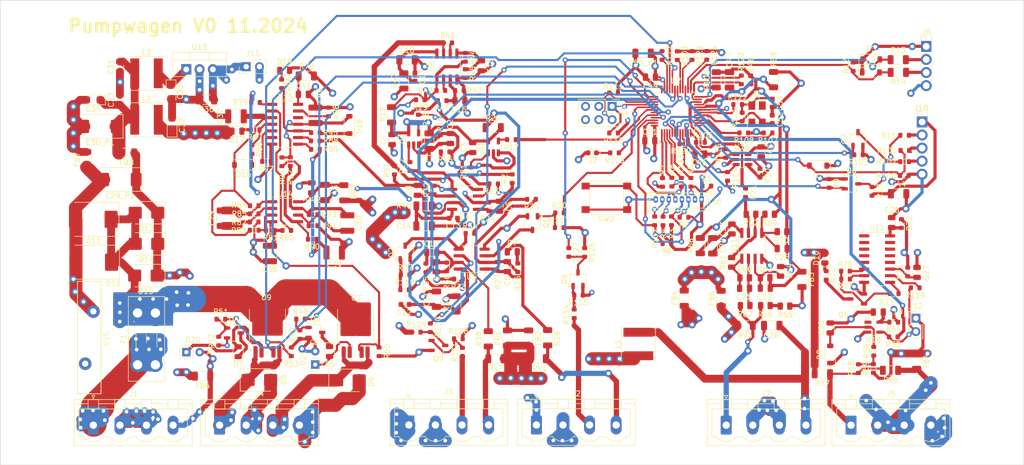
<source format=kicad_pcb>
(kicad_pcb (version 20241229) (generator "pcbnew") (generator_version "9.0")
  (layers (0 "F.Cu" signal) (4 "In1.Cu" power) (6 "In2.Cu" power) (2 "B.Cu" signal) (13 "F.Paste" user) (15 "B.Paste" user) (5 "F.SilkS" user "F.Silkscreen") (7 "B.SilkS" user "B.Silkscreen") (1 "F.Mask" user) (3 "B.Mask" user) (25 "Edge.Cuts" user))
  (net 0 "")
  (net 1 "POWER_KOMP")
  (net 2 "GND")
  (net 3 "Net-(U1-+)")
  (net 4 "ZelRad-PWM_Mid")
  (net 5 "Net-(C5-Pad1)")
  (net 6 "Net-(U5A--)")
  (net 7 "Net-(C6-Pad1)")
  (net 8 "Net-(C7-Pad2)")
  (net 9 "Net-(C8-Pad1)")
  (net 10 "Schnecke-PWM_Mid")
  (net 11 "Net-(U5B--)")
  (net 12 "Net-(C10-Pad1)")
  (net 13 "Net-(C10-Pad2)")
  (net 14 "Net-(U5C-V+)")
  (net 15 "Net-(U4C-V+)")
  (net 16 "Net-(U6A-+)")
  (net 17 "Net-(U6B-+)")
  (net 18 "Net-(U6C-V+)")
  (net 19 "Net-(U10-VCC)")
  (net 20 "Net-(D9-A)")
  (net 21 "Net-(C21-Pad1)")
  (net 22 "Net-(U11A--)")
  (net 23 "Net-(U11A-+)")
  (net 24 "GNDA")
  (net 25 "Net-(U11C-V+)")
  (net 26 "Net-(U11B-+)")
  (net 27 "Net-(U12-VDD)")
  (net 28 "Net-(U12-~{Φ1})")
  (net 29 "GNDPWR")
  (net 30 "Net-(J7-Pin_4)")
  (net 31 "+12Vdig")
  (net 32 "Net-(C30_P1-Pad1)")
  (net 33 "+12VA")
  (net 34 "Net-(U13-Vin)")
  (net 35 "+3V3")
  (net 36 "Net-(D16-A)")
  (net 37 "Net-(C38-Pad2)")
  (net 38 "Net-(C39-Pad2)")
  (net 39 "Net-(D18-A)")
  (net 40 "Net-(U15G-VDD)")
  (net 41 "Net-(U14C-V+)")
  (net 42 "+5V")
  (net 43 "+3.3VA")
  (net 44 "Net-(U2-PF0)")
  (net 45 "Net-(X1-EN)")
  (net 46 "RF-RX")
  (net 47 "Net-(D2-K)")
  (net 48 "Net-(C29-Pad2)")
  (net 49 "PC_RX")
  (net 50 "Net-(D5-K)")
  (net 51 "Net-(D21-K)")
  (net 52 "FWD_Schubwand")
  (net 53 "Net-(D20-K)")
  (net 54 "Net-(D7-K)")
  (net 55 "REW_Schubwand")
  (net 56 "Net-(C30-Pad2)")
  (net 57 "+12V")
  (net 58 "Net-(D16-K)")
  (net 59 "Net-(D17-K)")
  (net 60 "Net-(D18-K)")
  (net 61 "Net-(D19-K)")
  (net 62 "12Traktor")
  (net 63 "ZelRad-PWM_S+")
  (net 64 "Schnecke-PWM_S+")
  (net 65 "ZelRad-Drehzhl")
  (net 66 "Net-(J6-Pin_2)")
  (net 67 "Net-(J6-Pin_3)")
  (net 68 "Pumpe_Druck")
  (net 69 "Net-(J8-Pin_3)")
  (net 70 "Net-(J8-Pin_7)")
  (net 71 "Net-(J8-Pin_6)")
  (net 72 "Net-(J8-Pin_2)")
  (net 73 "TCLK")
  (net 74 "TMS")
  (net 75 "Net-(J10-Pin_3)")
  (net 76 "Net-(J10-Pin_4)")
  (net 77 "Net-(J10-Pin_2)")
  (net 78 "Net-(J12-Pin_2)")
  (net 79 "Net-(J17-Pin_1)")
  (net 80 "Net-(Q1-D)")
  (net 81 "Net-(Q1-G)")
  (net 82 "Net-(Q2-D)")
  (net 83 "Net-(Q2-G)")
  (net 84 "Net-(Q3-G)")
  (net 85 "Net-(Q4-G)")
  (net 86 "Net-(Q5-G)")
  (net 87 "Net-(Q5-D)")
  (net 88 "RF-TX")
  (net 89 "Net-(Q6-D)")
  (net 90 "RF_reset")
  (net 91 "Net-(Q7-D)")
  (net 92 "Net-(Q8-D)")
  (net 93 "Net-(Q9-D)")
  (net 94 "TRST")
  (net 95 "TDI")
  (net 96 "RST")
  (net 97 "ZelRad-PWM_3V3")
  (net 98 "Net-(U1--)")
  (net 99 "Schnecke-PWM_3V3")
  (net 100 "Net-(U3--)")
  (net 101 "VMiddle")
  (net 102 "Net-(R21-Pad2)")
  (net 103 "ZelRad-PWM_HI")
  (net 104 "Net-(R22-Pad2)")
  (net 105 "Schnecke-PWM_HI")
  (net 106 "VMiddle{slash}2")
  (net 107 "Disable_ZelRad_PWM")
  (net 108 "Net-(U6A--)")
  (net 109 "Net-(U6B--)")
  (net 110 "uC-FWD_Schubwand")
  (net 111 "uC-FWD_Schubwand_Error")
  (net 112 "uC-REW_Schubwand")
  (net 113 "uC_REW_Schubwand_Error")
  (net 114 "uC-ZelRad-Drehzahl")
  (net 115 "Net-(R56-Pad2)")
  (net 116 "Net-(U11B--)")
  (net 117 "Net-(R62-Pad2)")
  (net 118 "Net-(R65-Pad1)")
  (net 119 "uC-Pumpe_Druck")
  (net 120 "Net-(U12-~{Φ0})")
  (net 121 "Net-(U12-Q7)")
  (net 122 "Net-(U12-Q4)")
  (net 123 "Net-(R79-Pad1)")
  (net 124 "Net-(R80-Pad2)")
  (net 125 "Net-(U14A-+)")
  (net 126 "Net-(U14A--)")
  (net 127 "PC_TX")
  (net 128 "Net-(R86-Pad1)")
  (net 129 "Net-(R88-Pad1)")
  (net 130 "Net-(R89-Pad2)")
  (net 131 "Net-(U14B-+)")
  (net 132 "Net-(U14B--)")
  (net 133 "Net-(D10-K)")
  (net 134 "Net-(R95-Pad1)")
  (net 135 "Net-(R97-Pad1)")
  (net 136 "Net-(R98-Pad1)")
  (net 137 "Net-(U16-CS)")
  (net 138 "Net-(U2-VBAT)")
  (net 139 "Net-(U2-PC13)")
  (net 140 "Net-(U2-PC14)")
  (net 141 "Net-(U2-PA7)")
  (net 142 "Net-(U2-PB11)")
  (net 143 "Net-(U2-PA8)")
  (net 144 "I2C_SDA")
  (net 145 "I2C_SCL")
  (net 146 "Disable_Schnecke_PWM")
  (net 147 "Net-(U12-Φ0)")
  (net 148 "/Boot0")
  (net 149 "Net-(U2-PF1)")
  (net 150 "Net-(U2-PA1)")
  (net 151 "Net-(U2-PA4)")
  (net 152 "Net-(U2-PA6)")
  (net 153 "ZelRad-PWM_Error")
  (net 154 "Schnecke-PWM_Error")
  (net 155 "TDO")
  (net 171 "Net-(Q8-G)")
  (net 172 "Net-(Q9-G)")
  (net 175 "Net-(J17-Pin_2)")
  (net 176 "Net-(J2-Pin_3)")
  (net 177 "Net-(J3-Pin_3)")
  (footprint "Resistor_SMD:R_0603_1608Metric" (layer "F.Cu") (at 150.233426 42.290722 -90)
    (property "Reference" "R124")
    (property "Value" "1M")
  )
  (footprint "Resistor_SMD:R_0603_1608Metric" (layer "F.Cu") (at 70.666245 62.616545 -90)
    (property "Reference" "R92")
    (property "Value" "20k")
  )
  (footprint "Resistor_SMD:R_0805_2012Metric" (layer "F.Cu") (at 158.687031 72.681407 180)
    (property "Reference" "R62")
    (property "Value" "115k")
  )
  (footprint "Resistor_SMD:R_0603_1608Metric" (layer "F.Cu") (at 110.180243 82.62932 -90)
    (property "Reference" "R27")
    (property "Value" "22k")
  )
  (footprint "Resistor_SMD:R_0603_1608Metric" (layer "F.Cu") (at 186.047614 87.852268 180)
    (property "Reference" "R75")
    (property "Value" "22k")
  )
  (footprint "Package_TO_SOT_SMD:TSOT-23" (layer "F.Cu") (at 178.972857 88.880413 180)
    (property "Reference" "Q5")
    (property "Value" "NMOS")
  )
  (footprint "Resistor_SMD:R_0603_1608Metric" (layer "F.Cu") (at 188.624995 83.72115 90)
    (property "Reference" "R73")
    (property "Value" "100k")
  )
  (footprint "Package_TO_SOT_SMD:TSOT-23" (layer "F.Cu") (at 179.120246 58.300818 90)
    (property "Reference" "Q7")
    (property "Value" "NMOS")
  )
  (footprint "Resistor_SMD:R_0603_1608Metric" (layer "F.Cu") (at 100.252134 60.753203)
    (property "Reference" "R15")
    (property "Value" "10k")
  )
  (footprint "Resistor_SMD:R_0603_1608Metric" (layer "F.Cu") (at 122.05215 75.245781)
    (property "Reference" "R117")
    (property "Value" "47k")
  )
  (footprint "Connector_PinHeader_2.54mm:PinHeader_2x03_P2.54mm_Vertical" (layer "F.Cu") (at 132.150559 52.045413 -90)
    (property "Reference" "J17")
    (property "Value" "Conn_02x03_Counter_Clockwise")
  )
  (footprint "MountingHole:MountingHole_5mm" (layer "F.Cu") (at 143.51 113.03)
    (property "Reference" "J15" (hide yes))
    (property "Value" "Montageloch")
  )
  (footprint "Capacitor_SMD:C_0805_2012Metric" (layer "F.Cu") (at 105.498537 59.93306 90)
    (property "Reference" "C3")
    (property "Value" "100n")
  )
  (footprint "Capacitor_SMD:C_0805_2012Metric" (layer "F.Cu") (at 161.415627 86.807584)
    (property "Reference" "C22")
    (property "Value" "100n")
  )
  (footprint "Resistor_SMD:R_0603_1608Metric" (layer "F.Cu") (at 182.139094 98.885113 -90)
    (property "Reference" "R56")
    (property "Value" "4k7")
  )
  (footprint "Resistor_SMD:R_0603_1608Metric" (layer "F.Cu") (at 188.045005 62.62691)
    (property "Reference" "R102")
    (property "Value" "100")
  )
  (footprint "Resistor_SMD:R_0603_1608Metric" (layer "F.Cu") (at 64.008953 51.309047 180)
    (property "Reference" "R79")
    (property "Value" "10k")
  )
  (footprint "Resistor_SMD:R_0603_1608Metric" (layer "F.Cu") (at 75.006386 74.868009)
    (property "Reference" "R91")
    (property "Value" "220k")
  )
  (footprint "Diode_SMD:D_SOD-123" (layer "F.Cu") (at 173.823413 99.504149 90)
    (property "Reference" "D9")
    (property "Value" "D_Schottky")
  )
  (footprint "Capacitor_SMD:C_0805_2012Metric" (layer "F.Cu") (at 190.402857 83.800413 -90)
    (property "Reference" "C27")
    (property "Value" "100n")
  )
  (footprint "Resistor_SMD:R_0805_2012Metric" (layer "F.Cu") (at 157.565559 90.150413 180)
    (property "Reference" "R67")
    (property "Value" "121k")
  )
  (footprint "Capacitor_SMD:C_1206_3216Metric" (layer "F.Cu") (at 151.387932 78.711979 -90)
    (property "Reference" "C24")
    (property "Value" "1u")
  )
  (footprint "Capacitor_SMD:C_0805_2012Metric" (layer "F.Cu") (at 112.099354 82.693885 90)
    (property "Reference" "C6")
    (property "Value" "100p")
  )
  (footprint "Package_QFP:LQFP-48_7x7mm_P0.5mm" (layer "F.Cu") (at 144.400559 52.967913 180)
    (property "Reference" "U2")
    (property "Value" "STM32F334C6Tx")
  )
  (footprint "Resistor_SMD:R_0603_1608Metric" (layer "F.Cu") (at 92.612857 84.24874)
    (property "Reference" "R37")
    (property "Value" "47k")
  )
  (footprint "Resistor_SMD:R_0603_1608Metric" (layer "F.Cu") (at 97.413226 94.388704 -90)
    (property "Reference" "R130")
    (property "Value" "100")
  )
  (footprint "Resistor_SMD:R_0603_1608Metric" (layer "F.Cu") (at 122.104757 72.422159)
    (property "Reference" "R30")
    (property "Value" "100")
  )
  (footprint "Resistor_SMD:R_1206_3216Metric" (layer "F.Cu") (at 186.814812 43.119532)
    (property "Reference" "R13")
    (property "Value" "100")
  )
  (footprint "Resistor_SMD:R_0603_1608Metric" (layer "F.Cu") (at 116.742857 69.830413 180)
    (property "Reference" "R25")
    (property "Value" "22k")
  )
  (footprint "Capacitor_Tantalum_SMD:CP_EIA-3216-18_Kemet-A" (layer "F.Cu") (at 48.065657 55.58569 90)
    (property "Reference" "C32")
    (property "Value" "10u_P")
  )
  (footprint "Package_TO_SOT_SMD:SOT-23-5" (layer "F.Cu") (at 109.471378 59.802913 90)
    (property "Reference" "U1")
    (property "Value" "LT1716IS5")
  )
  (footprint "Connector_Molex:Molex_PicoBlade_53047-0810_1x08_P1.25mm_Vertical" (layer "F.Cu") (at 149.239638 69.851993 180)
    (property "Reference" "J8")
    (property "Value" "Programmer_Conn")
  )
  (footprint "Resistor_SMD:R_0603_1608Metric" (layer "F.Cu") (at 103.543876 99.04993 90)
    (property "Reference" "R131")
    (property "Value" "47k")
  )
  (footprint "Resistor_SMD:R_1206_3216Metric" (layer "F.Cu") (at 116.190494 96.36116 90)
    (property "Reference" "FB2")
    (property "Value" "FerriteBead")
  )
  (footprint "Resistor_SMD:R_0603_1608Metric" (layer "F.Cu") (at 96.566901 82.947787 90)
    (property "Reference" "R35")
    (property "Value" "1k")
  )
  (footprint "Diode_SMD:D_SOD-123" (layer "F.Cu") (at 171.500246 63.380818 180)
    (property "Reference" "D1")
    (property "Value" "D_Schottky")
  )
  (footprint "Capacitor_Tantalum_SMD:CP_EIA-7343-30_AVX-N" (layer "F.Cu") (at 38.1 66.04 180)
    (property "Reference" "C29_P1")
    (property "Value" "47u")
  )
  (footprint "Inductor_SMD:L_Sunlord_SWPA6045S" (layer "F.Cu") (at 137.16 97.5 90)
    (property "Reference" "L1")
    (property "Value" "100u")
  )
  (footprint "Resistor_SMD:R_0603_1608Metric" (layer "F.Cu") (at 90.564216 64.249206 90)
    (property "Reference" "R31")
    (property "Value" "100k")
  )
  (footprint "Capacitor_SMD:C_0603_1608Metric" (layer "F.Cu") (at 158.621289 46.975604 90)
    (property "Reference" "C48")
    (property "Value" "10n")
  )
  (footprint "LED_SMD:LED_0805_2012Metric" (layer "F.Cu") (at 78.154533 98.944092 -90)
    (property "Reference" "D5")
    (property "Value" "LED")
  )
  (footprint "Package_TO_SOT_SMD:TO-252-4" (layer "F.Cu") (at 83.142773 94.02 90)
    (property "Reference" "U7")
    (property "Value" "BTS6143D")
  )
  (footprint "Resistor_SMD:R_0603_1608Metric" (layer "F.Cu") (at 75.035877 72.740419)
    (property "Reference" "R93")
    (property "Value" "220k")
  )
  (footprint "Resistor_SMD:R_0805_2012Metric" (layer "F.Cu") (at 164.617271 76.016783)
    (property "Reference" "R70")
    (property "Value" "115k")
  )
  (footprint "Diode_SMD:D_SMB" (layer "F.Cu") (at 43.18 72.39 180)
    (property "Reference" "D13")
    (property "Value" "SS24")
  )
  (footprint "Resistor_SMD:R_0603_1608Metric" (layer "F.Cu") (at 145.888679 73.249566 180)
    (property "Reference" "R2")
    (property "Value" "47k")
  )
  (footprint "Resistor_SMD:R_0603_1608Metric" (layer "F.Cu") (at 157.002464 54.057921 -90)
    (property "Reference" "R121")
    (property "Value" "1M")
  )
  (footprint "Resistor_SMD:R_0603_1608Metric" (layer "F.Cu") (at 156.142874 51.690933)
    (property "Reference" "R122")
    (property "Value" "330")
  )
  (footprint "Resistor_SMD:R_1206_3216Metric" (layer "F.Cu") (at 96.217857 71.100413)
    (property "Reference" "R40")
    (property "Value" "51")
  )
  (footprint "Resistor_SMD:R_0603_1608Metric" (layer "F.Cu") (at 92.511728 87.118274)
    (property "Reference" "R118")
    (property "Value" "100")
  )
  (footprint "Resistor_SMD:R_0603_1608Metric" (layer "F.Cu") (at 156.836215 46.982802 -90)
    (property "Reference" "R123")
    (property "Value" "1M")
  )
  (footprint "Resistor_SMD:R_0603_1608Metric" (layer "F.Cu") (at 157.305 57.130413 180)
    (property "Reference" "R108")
    (property "Value" "1M")
  )
  (footprint "LED_SMD:LED_0603_1608Metric" (layer "F.Cu") (at 128.355559 60.940413 180)
    (property "Reference" "D2")
    (property "Value" "LED_uC")
  )
  (footprint "Resistor_SMD:R_0603_1608Metric" (layer "F.Cu") (at 104.104845 42.671623 -90)
    (property "Reference" "R44")
    (property "Value" "10k")
  )
  (footprint "MountingHole:MountingHole_5mm" (layer "F.Cu") (at 113.134677 38.971268)
    (property "Reference" "J18" (hide yes))
    (property "Value" "Montageloch")
  )
  (footprint "Resistor_SMD:R_0603_1608Metric" (layer "F.Cu") (at 75.458544 60.259673 180)
    (property "Reference" "R89")
    (property "Value" "10k")
  )
  (footprint "Resistor_SMD:R_0603_1608Metric" (layer "F.Cu") (at 63.756942 72.602698)
    (property "Reference" "R85")
    (property "Value" "220k")
  )
  (footprint "Package_TO_SOT_SMD:SOT-23-5" (layer "F.Cu") (at 182.162066 94.278747)
    (property "Reference" "U10")
    (property "Value" "SN74LVC1G14DBV")
  )
  (footprint "Resistor_SMD:R_0603_1608Metric" (layer "F.Cu") (at 149.020391 58.916214)
    (property "Reference" "R106")
    (property "Value" "100")
  )
  (footprint "Resistor_SMD:R_0603_1608Metric" (layer "F.Cu") (at 102.772857 85.070413 180)
    (property "Reference" "R33")
    (property "Value" "22k")
  )
  (footprint "Capacitor_SMD:C_1206_3216Metric" (layer "F.Cu") (at 138.070559 41.890413 180)
    (property "Reference" "C50_P1")
    (property "Value" "10u")
  )
  (footprint "Resistor_SMD:R_0603_1608Metric" (layer "F.Cu") (at 150.22353 67.290413)
    (property "Reference" "R1")
    (property "Value" "47k")
  )
  (footprint "Resistor_SMD:R_0805_2012Metric" (layer "F.Cu") (at 157.469233 84.841035)
    (property "Reference" "R60")
    (property "Value" "115k")
  )
  (footprint "Package_SO:SOIC-8_3.9x4.9mm_P1.27mm" (layer "F.Cu") (at 158.835559 78.720413 90)
    (property "Reference" "U11")
    (property "Value" "AD8656")
  )
  (footprint "Diode_SMD:D_SOD-123" (layer "F.Cu") (at 81.935015 55.595057 90)
    (property "Reference" "D18")
    (property "Value" "D_Schottky")
  )
  (footprint "Resistor_SMD:R_0603_1608Metric" (layer "F.Cu") (at 57.392262 92.754465)
    (property "Reference" "R51")
    (property "Value" "100")
  )
  (footprint "Resistor_SMD:R_1206_3216Metric" (layer "F.Cu") (at 152.040559 46.970413 -90)
    (property "Reference" "R105")
    (property "Value" "51")
  )
  (footprint "Capacitor_SMD:C_0805_2012Metric" (layer "F.Cu") (at 73.15875 49.750475 180)
    (property "Reference" "C41")
    (property "Value" "100n")
  )
  (footprint "Resistor_SMD:R_1206_3216Metric" (layer "F.Cu") (at 109.4244 56.111256)
    (property "Reference" "R20")
    (property "Value" "51")
  )
  (footprint "Resistor_SMD:R_0603_1608Metric" (layer "F.Cu") (at 147.200737 66.566351 90)
    (property "Reference" "R5")
    (property "Value" "10")
  )
  (footprint "Package_TO_SOT_SMD:TO-252-4" (layer "F.Cu") (at 66.296505 93.950374 90)
    (property "Reference" "U9")
    (property "Value" "BTS6143D")
  )
  (footprint "Diode_SMD:D_SMC" (layer "F.Cu") (at 33.02 73.66 180)
    (property "Reference" "D11")
    (property "Value" "SM15T27A")
  )
  (footprint "Resistor_SMD:R_0603_1608Metric" (layer "F.Cu") (at 68.993842 47.7436 -90)
    (property "Reference" "R96")
    (property "Value" "3k3")
  )
  (footprint "Capacitor_SMD:C_1206_3216Metric" (layer "F.Cu") (at 98.575017 88.923506 90)
    (property "Reference" "C11")
    (property "Value" "1u")
  )
  (footprint "Resistor_SMD:R_0603_1608Metric" (layer "F.Cu") (at 179.235054 61.305119 180)
    (property "Reference" "R103")
    (property "Value" "100k")
  )
  (footprint "Resistor_SMD:R_0603_1608Metric" (layer "F.Cu") (at 126.902857 79.990413 -90)
    (property "Reference" "R126")
    (property "Value" "47k")
  )
  (footprint "Resistor_SMD:R_0805_2012Metric" (layer "F.Cu") (at 162.259748 72.678351)
    (property "Reference" "R69")
    (property "Value" "115k")
  )
  (footprint "Resistor_SMD:R_0603_1608Metric" (layer "F.Cu") (at 100.730532 39.898194 180)
    (property "Reference" "R46")
    (property "Value" "10k")
  )
  (footprint "Capacitor_SMD:C_0603_1608Metric" (layer "F.Cu") (at 94.480178 46.429687 -90)
    (property "Reference" "C17")
    (property "Value" "10n")
  )
  (footprint "Resistor_SMD:R_0603_1608Metric" (layer "F.Cu") (at 154.199772 65.437973 -90)
    (property "Reference" "R114")
    (property "Value" "10k")
  )
  (footprint "Capacitor_SMD:C_0805_2012Metric" (layer "F.Cu") (at 90.101378 58.400413 90)
    (property "Reference" "C4")
    (property "Value" "100n")
  )
  (footprint "Resistor_SMD:R_0603_1608Metric" (layer "F.Cu") (at 188.083081 60.482902)
    (property "Reference" "R101")
    (property "Value" "10k")
  )
  (footprint "Connector_Phoenix_MSTB:PhoenixContact_MSTBVA_2,5_4-G-5,08_1x04_P5.08mm_Vertical" (layer "F.Cu") (at 93.309756 112.990242)
    (property "Reference" "J3")
    (property "Value" "Conn_Schnecke")
  )
  (footprint "Resistor_SMD:R_0603_1608Metric" (layer "F.Cu") (at 63.762047 75.73819)
    (property "Reference" "R83")
    (property "Value" "20k")
  )
  (footprint "Diode_SMD:D_SOD-123" (layer "F.Cu") (at 181.660246 43.060818)
    (property "Reference" "D3")
    (property "Value" "D_Schottky")
  )
  (footprint "Resistor_SMD:R_0603_1608Metric" (layer "F.Cu") (at 72.484764 95.700797 -90)
    (property "Reference" "R49")
    (property "Value" "100k")
  )
  (footprint "Resistor_SMD:R_0603_1608Metric" (layer "F.Cu") (at 66.12142 62.580419)
    (property "Reference" "R97")
    (property "Value" "10k")
  )
  (footprint "Resistor_SMD:R_1206_3216Metric" (layer "F.Cu") (at 102.338495 89.834395 90)
    (property "Reference" "R39")
    (property "Value" "51")
  )
  (footprint "Resistor_SMD:R_0603_1608Metric" (layer "F.Cu") (at 66.83622 75.768709)
    (property "Reference" "R81")
    (property "Value" "220k")
  )
  (footprint "Resistor_SMD:R_0603_1608Metric" (layer "F.Cu") (at 173.64673 66.781731 -90)
    (property "Reference" "R9")
    (property "Value" "10k")
  )
  (footprint "Resistor_SMD:R_0603_1608Metric" (layer "F.Cu") (at 140.273894 73.944624 -90)
    (property "Reference" "R132")
    (property "Value" "0")
  )
  (footprint "Connector_Phoenix_MSTB:PhoenixContact_MSTBVA_2,5_4-G-5,08_1x04_P5.08mm_Vertical" (layer "F.Cu") (at 153.949845 113.024449)
    (property "Reference" "J7")
    (property "Value" "Conn_PumpeDruck")
  )
  (footprint "Library:TerminalBlock_Phoenix_PTSM-0,5-4-2.5-V-THR_1x04_P2.50mm_Vertical" (layer "F.Cu") (at 189.125027 43.076808 -90)
    (property "Reference" "J6")
    (property "Value" "PC_Conn")
  )
  (footprint "Resistor_SMD:R_0603_1608Metric" (layer "F.Cu") (at 157.646484 68.575614 90)
    (property "Reference" "R71")
    (property "Value" "10")
  )
  (footprint "LED_SMD:LED_0805_2012Metric" (layer "F.Cu") (at 60.463245 56.789848 180)
    (property "Reference" "D17")
    (property "Value" "LED")
  )
  (footprint "Diode_SMD:D_SMB" (layer "F.Cu") (at 43.070135 84.412686 180)
    (property "Reference" "D15")
    (property "Value" "SS24")
  )
  (footprint "Resistor_SMD:R_0603_1608Metric" (layer "F.Cu") (at 113.055379 65.881537 90)
    (property "Reference" "R23")
    (property "Value" "100k" (hide yes))
  )
  (footprint "Diode_SMD:D_SMC" (layer "F.Cu") (at 33.104056 81.847379 180)
    (property "Reference" "D12")
    (property "Value" "SM15T27A")
  )
  (footprint "Resistor_SMD:R_0603_1608Metric" (layer "F.Cu") (at 93.527108 63.536627 90)
    (property "Reference" "R22")
    (property "Value" "10k")
  )
  (footprint "Fuse:Fuseholder_Blade_Mini_Keystone_3568" (layer "F.Cu") (at 41.48 101.48 90)
    (property "Reference" "F1")
    (property "Value" "15A")
  )
  (footprint "Capacitor_Tantalum_SMD:CP_EIA-3216-18_Kemet-A" (layer "F.Cu") (at 33.02 50.8 180)
    (property "Reference" "C34")
    (property "Value" "10u_P")
  )
  (footprint "Package_TO_SOT_THT:TO-220-3_Vertical" (layer "F.Cu") (at 50.781153 44.972368)
    (property "Reference" "U13")
    (property "Value" "TSR1-2433E")
  )
  (footprint "Capacitor_SMD:C_0805_2012Metric" (layer "F.Cu") (at 182.999005 91.399005 180)
    (property "Reference" "C19")
    (property "Value" "100n")
  )
  (footprint "MountingHole:MountingHole_5mm" (layer "F.Cu") (at 22.003851 113.076285)
    (property "Reference" "J19" (hide yes))
    (property "Value" "Montageloch")
  )
  (footprint "Package_TO_SOT_SMD:TSOT-23" (layer "F.Cu") (at 75.450344 95.273652)
    (property "Reference" "Q3")
    (property "Value" "NMOS")
  )
  (footprint "Resistor_SMD:R_1206_3216Metric" (layer "F.Cu") (at 145.923026 88.743966 90)
    (property "Reference" "FB4")
    (property "Value" "FerriteBead")
  )
  (footprint "Diode_SMD:D_SOD-123" (layer "F.Cu") (at 61.650631 63.225246 180)
    (property "Reference" "D16")
    (property "Value" "D_Schottky")
  )
  (footprint "Resistor_SMD:R_1206_3216Metric" (layer "F.Cu") (at 92.351855 47.173636 -90)
    (property "Reference" "R47")
    (property "Value" "51")
  )
  (footprint "Resistor_SMD:R_1206_3216Metric" (layer "F.Cu") (at 90.011568 53.662155 -90)
    (property "Reference" "R19")
    (property "Value" "51")
  )
  (footprint "Resistor_SMD:R_0603_1608Metric" (layer "F.Cu") (at 95.501378 50.780413 180)
    (property "Reference" "R29")
    (property "Value" "22k")
  )
  (footprint "Diode_SMD:D_SMB" (layer "F.Cu") (at 43.178898 78.340101 180)
    (property "Reference" "D14")
    (property "Value" "SS24")
  )
  (footprint "Resistor_SMD:R_0603_1608Metric" (layer "F.Cu") (at 63.32742 60.294419 -90)
    (property "Reference" "R86")
    (property "Value" "10k")
  )
  (footprint "Capacitor_SMD:C_0805_2012Metric" (layer "F.Cu") (at 139.349411 58.617812)
    (property "Reference" "C51")
    (property "Value" "100n")
  )
  (footprint "Capacitor_SMD:C_0805_2012Metric" (layer "F.Cu") (at 38.1 50.8 90)
    (property "Reference" "C33")
    (property "Value" "100n_P")
  )
  (footprint "Library:TeminalBlock_Phoenix_5Pol" (layer "F.Cu") (at 189.595356 57.7317 -90)
    (property "Reference" "J10")
    (property "Value" "Conn_RFmodul")
  )
  (footprint "Resistor_SMD:R_0603_1608Metric" (layer "F.Cu") (at 141.688997 42.314824 -90)
    (property "Reference" "R112")
    (property "Value" "1M")
  )
  (footprint "Capacitor_SMD:C_0603_1608Metric" (layer "F.Cu") (at 162.74005 54.529619 90)
    (property "Reference" "C52")
    (property "Value" "12p")
  )
  (footprint "Resistor_SMD:R_0603_1608Metric" (layer "F.Cu") (at 147.402001 42.318704 -90)
    (property "Reference" "R125")
    (property "Value" "1M")
  )
  (footprint "Capacitor_SMD:C_0805_2012Metric" (layer "F.Cu") (at 103.062359 50.965243 180)
    (property "Reference" "C15")
    (property "Value" "100p")
  )
  (footprint "Diode_SMD:D_SOD-123" (layer "F.Cu") (at 181.582187 45.555638)
    (property "Reference" "D4")
    (property "Value" "D_Schottky")
  )
  (footprint "Resistor_SMD:R_1206_3216Metric" (layer "F.Cu") (at 152.97762 88.790973 90)
    (property "Reference" "FB5")
    (property "Value" "FerriteBead")
  )
  (footprint "Package_SO:SOIC-8_3.9x4.9mm_P1.27mm" (layer "F.Cu") (at 105.312857 81.260413 180)
    (property "Reference" "U5")
    (property "Value" "LT1355")
  )
  (footprint "Resistor_SMD:R_0603_1608Metric" (layer "F.Cu") (at 142.623219 78.297368 180)
    (property "Reference" "R8")
    (property "Value" "100k")
  )
  (footprint "Capacitor_SMD:C_0805_2012Metric" (layer "F.Cu") (at 94.95875 68.103159 90)
    (property "Reference" "C8")
    (property "Value" "100p")
  )
  (footprint "Resistor_SMD:R_0603_1608Metric" (layer "F.Cu") (at 179.208438 102.206927 -90)
    (property "Reference" "R58")
    (property "Value" "150k")
  )
  (footprint "Capacitor_SMD:C_1210_3225Metric" (layer "F.Cu") (at 79.044568 80.01 180)
    (property "Reference" "C39")
    (property "Value" "1u_100V")
  )
  (footprint "Resistor_SMD:R_1206_3216Metric" (layer "F.Cu") (at 172.315224 103.19672 180)
    (property "Reference" "R57")
    (property "Value" "12k")
  )
  (footprint "Capacitor_SMD:C_1206_3216Metric" (layer "F.Cu") (at 97.192734 58.684056 90)
    (property "Reference" "C1")
    (property "Value" "1u")
  )
  (footprint "Resistor_SMD:R_0603_1608Metric" (layer "F.Cu") (at 132.610559 60.940413)
    (property "Reference" "R113")
    (property "Value" "620" (hide yes))
  )
  (footprint "Resistor_SMD:R_0603_1608Metric" (layer "F.Cu") (at 144.606116 42.345669 -90)
    (property "Reference" "R109")
    (property "Value" "1M")
  )
  (footprint "Resistor_SMD:R_0603_1608Metric" (layer "F.Cu") (at 99.420934 49.004768)
    (property "Reference" "R43")
    (property "Value" "10k")
  )
  (footprint "Resistor_SMD:R_0603_1608Metric" (layer "F.Cu") (at 190.055551 86.7537 180)
    (property "Reference" "R119")
    (property "Value" "100")
  )
  (footprint "Resistor_SMD:R_0603_1608Metric" (layer "F.Cu") (at 125.738015 88.167285)
    (property "Reference" "R115")
    (property "Value" "22k")
  )
  (footprint "Capacitor_SMD:C_0805_2012Metric" (layer "F.Cu") (at 139.472075 46.436908 180)
    (property "Reference" "C49")
    (property "Value" "100n")
  )
  (footprint "Resistor_SMD:R_1206_3216Metric" (layer "F.Cu") (at 157.565559 93.960413)
    (property "Reference" "RV3")
    (property "Value" "14V-0.5W")
  )
  (footprint "Resistor_SMD:R_0603_1608Metric" (layer "F.Cu") (at 63.751212 74.162702)
    (property "Reference" "R82")
    (property "Value" "220k")
  )
  (footprint "MountingHole:MountingHole_5mm" (layer "F.Cu") (at 204.229186 38.966117)
    (property "Reference" "J13" (hide yes))
    (property "Value" "Montageloch")
  )
  (footprint "Resistor_SMD:R_0603_1608Metric" (layer "F.Cu") (at 109.505107 66.872915 180)
    (property "Reference" "R135")
    (property "Value" "10k")
  )
  (footprint "Connector_Phoenix_MSTB:PhoenixContact_MSTBVA_2,5_4-G-5,08_1x04_P5.08mm_Vertical" (layer "F.Cu") (at 117.682326 112.992012)
    (property "Reference" "J2")
    (property "Value" "Conn_ZelRad")
  )
  (footprint "Resistor_SMD:R_0603_1608Metric" (layer "F.Cu") (at 132.427578 57.147978 180)
    (property "Reference" "R110")
    (property "Value" "100k")
  )
  (footprint "Resistor_SMD:R_0603_1608Metric" (layer "F.Cu") (at 69.98152 75.776423)
    (property "Reference" "R80")
    (property "Value" "10k")
  )
  (footprint "Connector_PinHeader_2.54mm:PinHeader_1x02_P2.54mm_Vertical" (layer "F.Cu") (at 62.23 44.45 90)
    (property "Reference" "J11")
    (property "Value" "Conn_01x02_Socket")
  )
  (footprint "Resistor_SMD:R_0603_1608Metric" (layer "F.Cu") (at 145.389467 66.561085 90)
    (property "Reference" "R133")
    (property "Value" "0")
  )
  (footprint "Resistor_SMD:R_0603_1608Metric" (layer "F.Cu") (at 185.952175 93.320572)
    (property "Reference" "R54")
    (property "Value" "0")
  )
  (footprint "Resistor_SMD:R_0603_1608Metric" (layer "F.Cu") (at 188.043662 57.576939)
    (property "Reference" "R11")
    (property "Value" "100")
  )
  (footprint "Resistor_SMD:R_1206_3216Metric" (layer "F.Cu") (at 148.998758 78.684501 90)
    (property "Reference" "R68")
    (property "Value" "51")
  )
  (footprint "Resistor_SMD:R_0603_1608Metric" (layer "F.Cu") (at 153.847687 61.053052 90)
    (property "Reference" "R116")
    (property "Value" "10k")
  )
  (footprint "Diode_THT:D_DO-35_SOD27_P2.54mm_Vertical_AnodeUp" (layer "F.Cu") (at 75.419274 101.431768 90)
    (property "Reference" "D21")
    (property "Value" "1N4148")
  )
  (footprint "MountingHole:MountingHole_5mm" (layer "F.Cu") (at 82.55 113.03)
    (property "Reference" "J14" (hide yes))
    (property "Value" "Montageloch")
  )
  (footprint "Resistor_SMD:R_0603_1608Metric" (layer "F.Cu") (at 143.559001 66.535434 90)
    (property "Reference" "R6")
    (property "Value" "10")
  )
  (footprint "Resistor_SMD:R_1206_3216Metric" (layer "F.Cu") (at 80.89 68.58 90)
    (property "Reference" "R99")
    (property "Value" "51")
  )
  (footprint "Resistor_SMD:R_1206_3216Metric" (layer "F.Cu") (at 190.333413 100.774149 -90)
    (property "Reference" "FB4")
    (property "Value" "FerriteBead")
  )
  (footprint "Resistor_SMD:R_0603_1608Metric" (layer "F.Cu") (at 178.2023 44.466962 -90)
    (property "Reference" "R12")
    (property "Value" "330k")
  )
  (footprint "Capacitor_SMD:C_0603_1608Metric" (layer "F.Cu") (at 162.745704 51.423379 90)
    (property "Reference" "C53")
    (property "Value" "12p")
  )
  (footprint "Resistor_SMD:R_0805_2012Metric" (layer "F.Cu") (at 165.185559 90.243904)
    (property "Reference" "R65")
    (property "Value" "100")
  )
  (footprint "Resistor_SMD:R_0603_1608Metric" (layer "F.Cu") (at 63.77242 71.048846)
    (property "Reference" "R84")
    (property "Value" "200k")
  )
  (footprint "Resistor_SMD:R_0603_1608Metric" (layer "F.Cu") (at 75.430127 58.653981)
    (property "Reference" "R88")
    (property "Value" "10k")
  )
  (footprint "Package_SO:SOIC-14_3.9x8.7mm_P1.27mm" (layer "F.Cu") (at 69.67742 55.468419)
    (property "Reference" "U15")
    (property "Value" "CD40106B")
  )
  (footprint "Resistor_SMD:R_0603_1608Metric" (layer "F.Cu") (at 104.990941 76.344747 180)
    (property "Reference" "R34")
    (property "Value" "22k")
  )
  (footprint "Package_TO_SOT_SMD:TSOT-23" (layer "F.Cu") (at 98.962857 97.770413)
    (property "Reference" "Q9")
    (property "Value" "NMOS")
  )
  (footprint "Resistor_SMD:R_0603_1608Metric" (layer "F.Cu") (at 187.423865 74.460385 90)
    (property "Reference" "R72")
    (property "Value" "0")
  )
  (footprint "Capacitor_SMD:C_1210_3225Metric" (layer "F.Cu") (at 75.460415 53.754624 -90)
    (property "Reference" "C40")
    (property "Value" "1u_100V")
  )
  (footprint "Capacitor_SMD:C_0805_2012Metric" (layer "F.Cu") (at 173.823413 94.424149 90)
    (property "Reference" "C20")
    (property "Value" "100p")
  )
  (footprint "Capacitor_SMD:C_0805_2012Metric" (layer "F.Cu") (at 110.607756 71.150112 90)
    (property "Reference" "C5")
    (property "Value" "100p" (hide yes))
  )
  (footprint "Resistor_SMD:R_1206_3216Metric" (layer "F.Cu") (at 39.37 60.96 180)
    (property "Reference" "FB8")
    (property "Value" "FerriteBead")
  )
  (footprint "Package_TO_SOT_SMD:TSOT-23" (layer "F.Cu") (at 92.600216 79.990413 90)
    (property "Reference" "Q2")
    (property "Value" "NMOS")
  )
  (footprint "Capacitor_SMD:C_0805_2012Metric" (layer "F.Cu") (at 38.1 44.45 -90)
    (property "Reference" "C31")
    (property "Value" "100n_P")
  )
  (footprint "MountingHole:MountingHole_5mm" (layer "F.Cu") (at 22.154668 39.10998)
    (property "Reference" "J16" (hide yes))
    (property "Value" "Montageloch")
  )
  (footprint "Resistor_SMD:R_0603_1608Metric" (layer "F.Cu") (at 176.75955 85.074881 180)
    (property "Reference" "R77")
    (property "Value" "22k")
  )
  (footprint "Capacitor_SMD:C_0603_1608Metric" (layer "F.Cu") (at 101.818885 73.444043 180)
    (property "Reference" "C13")
    (property "Value" "10n")
  )
  (footprint "Package_TO_SOT_SMD:TSOT-23" (layer "F.Cu") (at 177.890246 66.870818)
    (property "Reference" "Q6")
    (property "Value" "NMOS")
  )
  (footprint "Resistor_SMD:R_0603_1608Metric" (layer "F.Cu") (at 160.403966 64.817521 90)
    (property "Reference" "R104")
    (property "Value" "100k")
  )
  (footprint "Capacitor_SMD:C_1206_3216Metric" (layer "F.Cu") (at 92.961378 43.160413)
    (property "Reference" "C18")
    (property "Value" "1u")
  )
  (footprint "Resistor_SMD:R_0603_1608Metric" (layer "F.Cu") (at 141.772709 66.594793 -90)
    (property "Reference" "R7")
    (property "Value" "47k")
  )
  (footprint "Capacitor_SMD:C_1206_3216Metric" (layer "F.Cu") (at 77.280596 68.518194 90)
    (property "Reference" "C43")
    (property "Value" "10u")
  )
  (footprint "Resistor_SMD:R_1206_3216Metric" (layer "F.Cu") (at 186.840256 45.543669)
    (property "Reference" "R14")
    (property "Value" "100")
  )
  (footprint "Resistor_SMD:R_0603_1608Metric" (layer "F.Cu") (at 104.088856 45.772932 -90)
    (property "Reference" "R45")
    (property "Value" "10k")
  )
  (footprint "Capacitor_SMD:C_0805_2012Metric" (layer "F.Cu") (at 74.75742 67.63 -90)
    (property "Reference" "C42")
    (property "Value" "100n")
  )
  (footprint "Resistor_SMD:R_1206_3216Metric" (layer "F.Cu") (at 109.952078 100.321147 180)
    (property "Reference" "RV2")
    (property "Value" "Varistor")
  )
  (footprint "Resistor_SMD:R_1206_3216Metric" (layer "F.Cu") (at 31.75 62.23 90)
    (property "Reference" "FB7")
    (property "Value" "FerriteBead")
  )
  (footprint "LED_SMD:LED_0805_2012Metric" (layer "F.Cu") (at 69.575576 45.165743)
    (property "Reference" "D19")
    (property "Value" "LED")
  )
  (footprint "Package_TO_SOT_SMD:SOT-23-6" (layer "F.Cu") (at 156.988059 62.210413)
    (property "Reference" "U16")
    (property "Value" "93AAxxBT-xOT")
  )
  (footprint "Package_TO_SOT_SMD:TSOT-23" (layer "F.Cu") (at 116.932073 74.376253 -90)
    (property "Reference" "Q1")
    (property "Value" "NMOS")
  )
  (footprint "Resistor_SMD:R_0603_1608Metric" (layer "F.Cu") (at 87.618707 98.980953 -90)
    (property "Reference" "R50")
    (property "Value" "620")
  )
  (footprint "Resistor_SMD:R_1206_3216Metric" (layer "F.Cu") (at 73.71496 46.236243 180)
    (property "Reference" "R78")
    (property "Value" "51")
  )
  (footprint "Resistor_SMD:R_0603_1608Metric" (layer "F.Cu") (at 98.149961 68.052353 90)
    (property "Reference" "R32")
    (property "Value" "120k")
  )
  (footprint "Capacitor_SMD:C_0805_2012Metric" (layer "F.Cu") (at 160.63171 60.749722 90)
    (property "Reference" "C45")
    (property "Value" "100n")
  )
  (footprint "Resistor_SMD:R_1206_3216Metric" (layer "F.Cu") (at 53.898936 103.646563 180)
    (property "Reference" "FB6")
    (property "Value" "FerriteBead")
  )
  (footprint "Resistor_SMD:R_0603_1608Metric" (layer "F.Cu") (at 141.873229 73.961275 90)
    (property "Reference" "R4")
    (property "Value" "47k")
  )
  (footprint "Package_TO_SOT_SMD:TSOT-23" (layer "F.Cu") (at 125.632857 85.110413 90)
    (property "Reference" "Q8")
    (property "Value" "NMOS")
  )
  (footprint "Capacitor_Tantalum_SMD:CP_EIA-7343-30_AVX-N" (layer "F.Cu") (at 34.29 55.88 180)
    (property "Reference" "C30_P1")
    (property "Value" "47u")
  )
  (footprint "Capacitor_SMD:C_1206_3216Metric" (layer "F.Cu") (at 162.645559 93.960413)
    (property "Reference" "C28")
    (property "Value" "10u")
  )
  (footprint "Capacitor_SMD:C_0805_2012Metric" (layer "F.Cu") (at 97.692857 79.990413 180)
    (property "Reference" "C10")
    (property "Value" "470p")
  )
  (footprint "Button_Switch_SMD:SW_Push_1P1T_NO_6x6mm_H9.5mm" (layer "F.Cu") (at 131.060559 69.540413 180)
    (property "Reference" "SW2")
    (property "Value" "SW_Push")
  )
  (footprint "Resistor_SMD:R_1206_3216Metric" (layer "F.Cu") (at 162.995946 46.930759 90)
    (property "Reference" "FB9")
    (property "Value" "FerriteBead")
  )
  (footprint "LED_SMD:LED_0805_2012Metric" (layer "F.Cu") (at 172.792284 81.051562 90)
    (property "Reference" "D10")
    (property "Value" "LED")
  )
  (footprint "Resistor_SMD:R_0603_1608Metric" (layer "F.Cu") (at 124.896361 91.715464 90)
    (property "Reference" "R134")
    (property "Value" "47k")
  )
  (footprint "Capacitor_SMD:C_0805_2012Metric" (layer "F.Cu") (at 164.636819 79.250861)
    (property "Reference" "C25")
    (property "Value" "100n")
  )
  (footprint "Resistor_SMD:R_1206_3216Metric" (layer "F.Cu") (at 185.335647 102.535258 180)
    (property "Reference" "RV4")
    (property "Value" "Varistor")
  )
  (footprint "Connector_Phoenix_MSTB:PhoenixContact_MSTBVA_2,5_4-G-5,08_1x04_P5.08mm_Vertical" (layer "F.Cu") (at 57.15 113.03)
    (property "Reference" "J4")
    (property "Value" "Conn_Schubwand")
  )
  (footprint "Resistor_SMD:R_0603_1608Metric" (layer "F.Cu") (at 182.069942 102.169495 90)
    (property "Reference" "R59")
    (property "Value" "62k")
  )
  (footprint "Connector_Phoenix_MSTB:PhoenixContact_MSTBVA_2,5_4-G-5,08_1x04_P5.08mm_Vertical" (layer "F.Cu") (at 177.8 113.03)
    (property "Reference" "J5")
    (property "Value" "Conn_ZelRadDrehzhl")
  )
  (footprint "Resistor_SMD:R_0603_1608Metric" (layer "F.Cu") (at 99.665329 50.954579 180)
    (property "Reference" "R41")
    (property "Value" "10k")
  )
  (footprint "Resistor_SMD:R_0603_1608Metric" (layer "F.Cu") (at 95.141178 54.470258 -90)
    (property "Reference" "R18")
    (property "Value" "10k")
  )
  (footprint "Capacitor_SMD:C_0805_2012Metric" (layer "F.Cu") (at 185.568542 74.270216 -90)
    (property "Reference" "C26")
    (property "Value" "100n")
  )
  (footprint "Resistor_SMD:R_0603_1608Metric" (layer "F.Cu") (at 185.8695 96.135723 180)
    (property "Reference" "R55")
    (property "Value" "100")
  )
  (footprint "Crystal:Crystal_SMD_5032-4Pin_5.0x3.2mm" (layer "F.Cu") (at 159.8477 53.543928 -90)
    (property "Reference" "X1")
    (property "Value" "ASE-xxxMHz")
  )
  (footprint "Resistor_SMD:R_0603_1608Metric" (layer "F.Cu") (at 173.052655 84.381904 -90)
    (property "Reference" "R74")
    (property "Value" "3k3")
  )
  (footprint "Resistor_SMD:R_1206_3216Metric" (layer "F.Cu") (at 119.828754 96.303768 90)
    (property "Reference" "R28")
    (property "Value" "10")
  )
  (footprint "Resistor_SMD:R_0805_2012Metric" (layer "F.Cu") (at 164.329192 83.609613 90)
    (property "Reference" "R64")
    (property "Value" "8k25")
  )
  (footprint "Capacitor_SMD:C_0805_2012Metric" (layer "F.Cu") (at 113.073477 79.861126)
    (property "Reference" "C7")
    (property "Value" "470p")
  )
  (footprint "Resistor_SMD:R_1206_3216Metric" (layer "F.Cu") (at 118.012857 100.310413)
    (property "Reference" "RV1")
    (property "Value" "Varistor")
  )
  (footprint "Diode_SMD:D_SMB" (layer "F.Cu") (at 81.67 104.44492)
    (property "Reference" "D6")
    (property "Value" "SMBJ26A")
  )
  (footprint "Diode_THT:D_DO-35_SOD27_P2.54mm_Vertical_AnodeUp" (layer "F.Cu") (at 50.8 99.06)
    (property "Reference" "D20")
    (property "Value" "1N4148")
  )
  (footprint "LED_SMD:LED_0805_2012Metric" (layer "F.Cu") (at 60.69756 98.977133 90)
    (property "Reference" "D7")
    (property "Value" "LED")
  )
  (footprint "Resistor_SMD:R_0603_1608Metric" (layer "F.Cu") (at 56.975963 96.945425 -90)
    (property "Reference" "R52")
    (property "Value" "100k")
  )
  (footprint "Resistor_SMD:R_0603_1608Metric" (layer "F.Cu") (at 70.845331 98.990362 90)
    (property "Reference" "R53")
    (property "Value" "620")
  )
  (footprint "Capacitor_SMD:C_1210_3225Metric" (layer "F.Cu") (at 60.27942 53.944419)
    (property "Reference" "C37")
    (property "Value" "1u_100V")
  )
  (footprint "Resistor_SMD:R_0603_1608Metric" (layer "F.Cu") (at 112.913275 58.400413 180)
    (property "Reference" "R17")
    (property "Value" "10k")
  )
  (footprint "Capacitor_SMD:C_0805_2012Metric" (layer "F.Cu") (at 155.044711 75.496061 90)
    (property "Reference" "C23")
    (property "Value" "100n")
  )
  (footprint "Diode_SMD:D_SMB" (layer "F.Cu") (at 64.749762 104.372511)
    (property "Reference" "D8")
    (property "Value" "SMBJ26A")
  )
  (footprint "Resistor_SMD:R_1206_3216Metric" (layer "F.Cu") (at 108.489578 96.511147 90)
    (property "Reference" "R38")
    (property "Value" "10")
  )
  (footprint "Capacitor_SMD:C_0805_2012Metric" (layer "F.Cu") (at 98.560447 82.73037 90)
    (property "Reference" "C9")
    (property "Value" "100p")
  )
  (footprint "Resistor_SMD:R_0603_1608Metric" (layer "F.Cu") (at 123.874522 79.974208 -90)
    (property "Reference" "R127")
    (property "Value" "100")
  )
  (footprint "Resistor_SMD:R_0603_1608Metric" (layer "F.Cu") (at 102.974946 49.01923 180)
    (property "Reference" "R42")
    (property "Value" "10k")
  )
  (footprint "Resistor_SMD:R_0603_1608Metric" (layer "F.Cu") (at 181.8094 68.292269 90)
    (property "Reference" "R10")
    (property "Value" "4k7")
  )
  (footprint "Resistor_SMD:R_0603_1608Metric" (layer "F.Cu") (at 94.707857 95.230413)
    (property "Reference" "R129")
    (property "Value" "47k")
  )
  (footprint "Capacitor_Tantalum_SMD:CP_EIA-3216-18_Kemet-A" (layer "F.Cu") (at 47.871314 49.293843 -90)
    (property "Reference" "C35")
    (property "Value" "10u_P")
  )
  (footprint "Resistor_SMD:R_0603_1608Metric" (layer "F.Cu") (at 176.739146 83.560657 180)
    (property "Reference" "R76")
    (property "Value" "22k")
  )
  (footprint "Package_SO:SOIC-8_3.9x4.9mm_P1.27mm" (layer "F.Cu") (at 100.581378 44.430413 90)
    (property "Reference" "U6")
    (property "Value" "OPA2172ID")
  )
  (footprint "Package_TO_SOT_SMD:TSOT-23" (layer "F.Cu") (at 59.881666 95.391365)
    (property "Reference" "Q4")
    (property "Value" "NMOS")
  )
  (footprint "Resistor_SMD:R_0603_1608Metric" (layer "F.Cu") (at 72.619461 92.72511)
    (property "Reference" "R48")
    (property "Value" "100")
  )
  (footprint "Connector_Phoenix_MSTB:PhoenixContact_MSTBVA_2,5_4-G-5,08_1x04_P5.08mm_Vertical" (layer "F.Cu") (at 33.02 113.03)
    (property "Reference" "J1")
    (property "Value" "Versorgung Traktor")
  )
  (footprint "Inductor_SMD:L_Sunlord_SWPA6045S" (layer "F.Cu") (at 43.18 54.61)
    (property "Reference" "L2")
    (property "Value" "100u_P")
  )
  (footprint "Resistor_SMD:R_0603_1608Metric" (layer "F.Cu") (at 143.493131 73.935077 90)
    (property "Reference" "R3")
    (property "Value" "47k")
  )
  (footprint "Resistor_SMD:R_0603_1608Metric" (layer "F.Cu") (at 99.311378 58.400413 90)
    (property "Reference" "R16")
    (property "Value" "10k")
  )
  (footprint "Resistor_SMD:R_0603_1608Metric" (layer "F.Cu") (at 114.118526 82.915534 90)
    (property "Reference" "R26")
    (property "Value" "1k")
  )
  (footprint "Package_SO:SOIC-16_3.9x9.9mm_P1.27mm" (layer "F.Cu") (at 182.782857 81.260413)
    (property "Reference" "U12")
    (property "Value" "74HC4060")
  )
  (footprint "Resistor_SMD:R_0603_1608Metric" (layer "F.Cu") (at 161.94 57.130413)
    (property "Reference" "R107")
    (property "Value" "1M")
  )
  (footprint "Capacitor_SMD:C_0805_2012Metric" (layer "F.Cu") (at 107.164787 44.288156 -90)
    (property "Reference" "C16")
    (property "Value" "100p")
  )
  (footprint "Resistor_SMD:R_0603_1608Metric" (layer "F.Cu") (at 145.864369 59.215332 180)
    (property "Reference" "R120")
    (property "Value" "100k")
  )
  (footprint "Capacitor_SMD:C_1210_3225Metric" (layer "F.Cu") (at 81.545164 74.361789 90)
    (property "Reference" "C30")
    (property "Value" "10p")
  )
  (footprint "Capacitor_SMD:C_1210_3225Metric" (layer "F.Cu") (at 66.765808 80.191656 90)
    (property "Reference" "C38")
    (property "Value" "1u_100V")
  )
  (footprint "Resistor_SMD:R_1206_3216Metric" (layer "F.Cu") (at 168.411259 85.132022 90)
    (property "Reference" "FB3")
    (property "Value" "FerriteBead")
  )
  (footprint "Resistor_SMD:R_0603_1608Metric" (layer "F.Cu") (at 132.435097 49.477819 180)
    (property "Reference" "R111")
    (property "Value" "100k" (hide yes))
  )
  (footprint "Inductor_SMD:L_Sunlord_SWPA6045S" (layer "F.Cu") (at 43.18 45.72)
    (property "Reference" "L3")
    (property "Value" "100u")
  )
  (footprint "Capacitor_SMD:C_0805_2012Metric" (layer "F.Cu") (at 157.45066 86.830512)
    (property "Reference" "C21")
    (property "Value" "100p")
  )
  (footprint "Package_TO_SOT_SMD:SOT-23-5" (layer "F.Cu") (at 94.231378 58.267913 90)
    (property "Reference" "U3")
    (property "Value" "LT1716IS5")
  )
  (footprint "Library:Varistor_S20K11-K40" (layer "F.Cu") (at 32.245 96.52 -90)
    (property "Reference" "RV5")
    (property "Value" "Varistor")
  )
  (footprint "Capacitor_SMD:C_0805_2012Metric" (layer "F.Cu") (at 148.92866 61.173847)
    (property "Reference" "C46")
    (property "Value" "100n")
  )
  (footprint "Capacitor_SMD:C_1206_3216Metric" (layer "F.Cu") (at 54.630316 50.77026 180)
    (property "Reference" "C36")
    (property "Value" "10u")
  )
  (footprint "Connector_PinHeader_2.54mm:PinHeader_1x02_P2.54mm_Vertical" (layer "F.Cu") (at 190.188436 92.576372)
    (property "Reference" "J12")
    (property "Value" "Conn_01x02_Pin")
  )
  (footprint "Capacitor_SMD:C_1206_3216Metric" (layer "F.Cu") (at 186.889821 68.76247)
    (property "Reference" "C44")
    (property "Value" "10u")
  )
  (footprint "Package_SO:SOIC-8_3.9x4.9mm_P1.27mm" (layer "F.Cu") (at 104.042857 69.830413 180)
    (property "Reference" "U4")
    (property "Value" "OP2172ID")
  )
  (footprint "Capacitor_SMD:C_1206_3216Metric" (layer "F.Cu") (at 96.217857 74.93)
    (property "Reference" "C14")
    (property "Value" "1u")
  )
  (footprint "Resistor_SMD:R_0805_2012Metric" (layer "F.Cu") (at 154.979821 81.886147 90)
    (property "Reference" "R61")
    (property "Value" "115k")
  )
  (footprint "Resistor_SMD:R_0603_1608Metric" (layer "F.Cu") (at 100.521222 82.749819 -90)
    (property "Reference" "R36")
    (property "Value" "22k")
  )
  (footprint "Resistor_SMD:R_0603_1608Metric" (layer "F.Cu") (at 75.459627 57.071262)
    (property "Reference" "R95")
    (property "Value" "10k")
  )
  (footprint "Capacitor_SMD:C_0603_1608Metric" (layer "F.Cu") (at 92.58077 89.933496)
    (property "Reference" "C12")
    (property "Value" "10n")
  )
  (footprint "Resistor_SMD:R_0603_1608Metric" (layer "F.Cu") (at 63.937619 56.50499)
    (property "Reference" "R87")
    (property "Value" "3k3")
  )
  (footprint "Capacitor_SMD:C_0805_2012Metric" (layer "F.Cu") (at 101.234045 58.191211 90)
    (property "Reference" "C2")
    (property "Value" "100n")
  )
  (footprint "Resistor_SMD:R_0603_1608Metric" (layer "F.Cu") (at 108.599824 71.240104 -90)
    (property "Reference" "R24")
    (property "Value" "120k")
  )
  (footprint "Resistor_SMD:R_0603_1608Metric" (layer "F.Cu") (at 102.772857 96.500413)
    (property "Reference" "R128")
    (property "Value" "22k")
  )
  (footprint "Resistor_SMD:R_0805_2012Metric" (layer "F.Cu") (at 161.442338 90.15397)
    (property "Reference" "R66")
    (property "Value" "100")
  )
  (footprint "MountingHole:MountingHole_5mm" (layer "F.Cu") (at 204.078369 112.932422)
    (property "Reference" "J9" (hide yes))
    (property "Value" "Montageloch")
  )
  (footprint "Resistor_SMD:R_1206_3216Metric" (layer "F.Cu") (at 112.156601 96.366244 90)
    (property "Reference" "FB1")
    (property "Value" "FerriteBead")
  )
  (footprint "Resistor_SMD:R_0603_1608Metric" (layer "F.Cu") (at 187.975977 65.277009 180)
    (property "Reference" "R100")
    (property "Value" "100k")
  )
  (footprint "Package_SO:SOIC-8_3.9x4.9mm_P1.27mm" (layer "F.Cu") (at 69.67742 72.201371)
    (property "Reference" "U14")
    (property "Value" "OPA2172ID")
  )
  (footprint "Resistor_SMD:R_0805_2012Metric" (layer "F.Cu") (at 161.384704 84.813087)
    (property "Reference" "R63")
    (property "Value" "12k4")
  )
  (footprint "Resistor_SMD:R_0603_1608Metric" (layer "F.Cu") (at 69.047002 62.639351 -90)
    (property "Reference" "R94")
    (property "Value" "200k")
  )
  (footprint "Capacitor_SMD:C_1210_3225Metric" (layer "F.Cu") (at 57.94576 73.437647 90)
    (property "Reference" "C29")
    (property "Value" "10p")
  )
  (footprint "Resistor_SMD:R_0603_1608Metric" (layer "F.Cu") (at 77.967399 53.106259 90)
    (property "Reference" "R98")
    (property "Value" "10k")
  )
  (footprint "Capacitor_SMD:C_1206_3216Metric" (layer "F.Cu") (at 154.580559 46.970413 90)
    (property "Reference" "C47")
    (property "Value" "1u")
  )
  (footprint "Resistor_SMD:R_0603_1608Metric" (layer "F.Cu") (at 74.8567 77.469256)
    (property "Reference" "R90")
    (property "Value" "220k")
  )
  (footprint "Resistor_SMD:R_0603_1608Metric" (layer "F.Cu") (at 105.181859 64.548078 90)
    (property "Reference" "R21")
    (property "Value" "10k")
  )
  (gr_rect (start 15.24 31.75) (end 210.82 120.65) (stroke (width 0.1)) (fill no) (layer "Edge.Cuts"))
  (gr_text "Pumpwagen V0 11.2024" (at 27.94 38.1 0) (layer "F.SilkS") (effects (font (size 2.5 2.5) (thickness 0.5) (bold yes)) (justify left bottom)))
  (segment (start 93.281378 57.130413) (end 93.281378 55.367418) (width 0.6) (layer "F.Cu") (net 1))
  (segment (start 108.521378 58.665413) (end 105.816184 58.665413) (width 0.6) (layer "F.Cu") (net 1))
  (segment (start 97.192734 57.209056) (end 98.360579 56.041211) (width 0.6) (layer "F.Cu") (net 1))
  (segment (start 105.816184 58.665413) (end 105.498537 58.98306) (width 0.6) (layer "F.Cu") (net 1))
  (segment (start 90.011568 57.360603) (end 90.101378 57.450413) (width 0.6) (layer "F.Cu") (net 1))
  (segment (start 97.192734 55.298283) (end 97.046312 55.151861) (width 0.6) (layer "F.Cu") (net 1))
  (segment (start 98.360579 56.041211) (end 102.556688 56.041211) (width 0.6) (layer "F.Cu") (net 1))
  (segment (start 102.556688 56.041211) (end 105.498537 58.98306) (width 0.6) (layer "F.Cu") (net 1))
  (segment (start 97.192734 57.209056) (end 97.192734 55.298283) (width 0.6) (layer "F.Cu") (net 1))
  (segment (start 90.421378 57.130413) (end 90.101378 57.450413) (width 0.6) (layer "F.Cu") (net 1))
  (segment (start 110.8869 56.111256) (end 110.8869 56.299891) (width 0.6) (layer "F.Cu") (net 1))
  (segment (start 90.011568 55.124655) (end 90.011568 57.360603) (width 0.6) (layer "F.Cu") (net 1))
  (segment (start 93.281378 55.367418) (end 92.920193 55.006233) (width 0.6) (layer "F.Cu") (net 1))
  (segment (start 93.281378 57.130413) (end 90.421378 57.130413) (width 0.6) (layer "F.Cu") (net 1))
  (segment (start 110.8869 56.299891) (end 108.521378 58.665413) (width 0.6) (layer "F.Cu") (net 1))
  (via (at 97.046312 55.151861) (size 1.4) (drill 0.7) (layers "F.Cu" "B.Cu") (net 1))
  (via (at 92.920193 55.006233) (size 1.4) (drill 0.7) (layers "F.Cu" "B.Cu") (net 1))
  (segment (start 97.046312 55.151861) (end 93.065821 55.151861) (width 1) (layer "B.Cu") (net 1))
  (segment (start 93.065821 55.151861) (end 92.920193 55.006233) (width 1) (layer "B.Cu") (net 1))
  (segment (start 74.140344 97.181722) (end 72.892397 98.429669) (width 0.6) (layer "F.Cu") (net 2))
  (segment (start 126.563015 86.440255) (end 126.582857 86.420413) (width 0.6) (layer "F.Cu") (net 2))
  (segment (start 140.998144 67.419793) (end 140.318422 66.740071) (width 0.6) (layer "F.Cu") (net 2))
  (segment (start 168.455553 90.17) (end 168.455553 86.638816) (width 0.6) (layer "F.Cu") (net 2))
  (segment (start 151.387932 80.186979) (end 151.387932 79.951213) (width 0.6) (layer "F.Cu") (net 2))
  (segment (start 64.050175 77.641656) (end 63.610106 78.081725) (width 0.6) (layer "F.Cu") (net 2))
  (segment (start 140.872857 46.970413) (end 140.422075 46.519631) (width 0.3) (layer "F.Cu") (net 2))
  (segment (start 67.20242 74.106371) (end 66.86122 74.447571) (width 0.4) (layer "F.Cu") (net 2))
  (segment (start 31.75 60.7675) (end 30.2875 60.7675) (width 1.5) (layer "F.Cu") (net 2))
  (segment (start 66.94642 63.542027) (end 64.469658 66.018789) (width 0.6) (layer "F.Cu") (net 2))
  (segment (start 95.589587 98.720413) (end 95.25 99.06) (width 0.6) (layer "F.Cu") (net 2))
  (segment (start 140.422075 44.285571) (end 140.422075 42.766929) (width 0.6) (layer "F.Cu") (net 2))
  (segment (start 87.618707 99.805953) (end 94.504047 99.805953) (width 0.6) (layer "F.Cu") (net 2))
  (segment (start 112.161685 94.89866) (end 112.156601 94.903744) (width 0.6) (layer "F.Cu") (net 2))
  (segment (start 74.10875 49.750475) (end 74.10875 49.64939) (width 0.6) (layer "F.Cu") (net 2))
  (segment (start 150.00057 46.570413) (end 156.423604 46.570413) (width 0.4) (layer "F.Cu") (net 2))
  (segment (start 102.593885 73.919043) (end 102.593885 73.444043) (width 0.6) (layer "F.Cu") (net 2))
  (segment (start 30.2875 60.7675) (end 29.21 59.69) (width 1.5) (layer "F.Cu") (net 2))
  (segment (start 181.024566 95.228747) (end 180.361253 95.228747) (width 0.6) (layer "F.Cu") (net 2))
  (segment (start 107.164787 45.238156) (end 105.805011 46.597932) (width 0.6) (layer "F.Cu") (net 2))
  (segment (start 152.782724 41.465722) (end 153.072888 41.755886) (width 0.6) (layer "F.Cu") (net 2))
  (segment (start 107.164787 45.238156) (end 107.994174 45.238156) (width 0.6) (layer "F.Cu") (net 2))
  (segment (start 183.135705 104.060258) (end 184.565367 104.060258) (width 0.6) (layer "F.Cu") (net 2))
  (segment (start 58.577559 97.770425) (end 58.604894 97.79776) (width 0.4) (layer "F.Cu") (net 2))
  (segment (start 151.13 83.82) (end 152.4 85.09) (width 2.5) (layer "F.Cu") (net 2))
  (segment (start 161.115 57.130413) (end 159.948944 57.130413) (width 0.6) (layer "F.Cu") (net 2))
  (segment (start 38.1 45.4) (end 38.1 47.350249) (width 1.5) (layer "F.Cu") (net 2))
  (segment (start 63.787047 78.091744) (end 63.797066 78.081725) (width 0.4) (layer "F.Cu") (net 2))
  (segment (start 180.070246 61.294927) (end 180.060054 61.305119) (width 0.6) (layer "F.Cu") (net 2))
  (segment (start 151.387932 79.951213) (end 153.575372 77.763773) (width 0.6) (layer "F.Cu") (net 2))
  (segment (start 147.402001 41.493704) (end 150.205444 41.493704) (width 0.6) (layer "F.Cu") (net 2))
  (segment (start 102.893795 65.27635) (end 102.893795 64.677655) (width 0.6) (layer "F.Cu") (net 2))
  (segment (start 168.275 47.625) (end 166.118259 45.468259) (width 0.6) (layer "F.Cu") (net 2))
  (segment (start 190.333413 99.311649) (end 187.417924 99.311649) (width 1.5) (layer "F.Cu") (net 2))
  (segment (start 107.787857 79.355413) (end 107.787857 78.545797) (width 0.6) (layer "F.Cu") (net 2))
  (segment (start 180.060054 61.305119) (end 180.685119 61.305119) (width 0.6) (layer "F.Cu") (net 2))
  (segment (start 168.275 47.625) (end 163.701621 52.198379) (width 0.6) (layer "F.Cu") (net 2))
  (segment (start 80.519568 77.979568) (end 80.519568 80.01) (width 0.6) (layer "F.Cu") (net 2))
  (segment (start 94.504047 99.805953) (end 95.25 99.06) (width 0.6) (layer "F.Cu") (net 2))
  (segment (start 158.125559 63.160413) (end 158.125559 63.460412) (width 0.6) (layer "F.Cu") (net 2))
  (segment (start 180.282857 87.930413) (end 179.773428 87.930413) (width 0.6) (layer "F.Cu") (net 2))
  (segment (start 102.486378 46.905413) (end 103.799946 48.218981) (width 0.6) (layer "F.Cu") (net 2))
  (segment (start 55.361436 103.646563) (end 55.361436 101.73834) (width 1) (layer "F.Cu") (net 2))
  (segment (start 81.859696 77.979568) (end 81.89504 77.944224) (width 0.6) (layer "F.Cu") (net 2))
  (segment (start 152.4 86.750853) (end 152.97762 87.328473) (width 1) (layer "F.Cu") (net 2))
  (segment (start 159.948944 57.130413) (end 159.711413 56.892882) (width 0.6) (layer "F.Cu") (net 2))
  (segment (start 53.321153 48.060407) (end 53.321153 48.867242) (width 1.5) (layer "F.Cu") (net 2))
  (segment (start 58.80442 53.944419) (end 56.329475 53.944419) (width 1) (layer "F.Cu") (net 2))
  (segment (start 187.392729 99.336844) (end 187.367534 99.311649) (width 1.5) (layer "F.Cu") (net 2))
  (segment (start 147.97866 62.966216) (end 148.492857 63.480413) (width 0.6) (layer "F.Cu") (net 2))
  (segment (start 140.422075 42.766929) (end 139.545559 41.890413) (width 0.6) (layer "F.Cu") (net 2))
  (segment (start 147.375036 41.520669) (end 147.402001 41.493704) (width 0.6) (layer "F.Cu") (net 2))
  (segment (start 139.545559 41.890413) (end 141.288408 41.890413) (width 0.6) (layer "F.Cu") (net 2))
  (segment (start 155.132589 62.210413) (end 155.850559 62.210413) (width 0.6) (layer "F.Cu") (net 2))
  (segment (start 96.954715 87.448506) (end 95.974958 88.428263) (width 0.6) (layer "F.Cu") (net 2))
  (segment (start 98.575017 87.448506) (end 96.954715 87.448506) (width 0.6) (layer "F.Cu") (net 2))
  (segment (start 185.568542 73.320216) (end 187.260299 71.628459) (width 0.6) (layer "F.Cu") (net 2))
  (segment (start 182.049005 91.399005) (end 181.220639 91.399005) (width 0.6) (layer "F.Cu") (net 2))
  (segment (start 103.52326 64.04819) (end 103.52326 61.925262) (width 0.6) (layer "F.Cu") (net 2))
  (segment (start 138.399411 60.162203) (end 138.399411 58.617812) (width 0.6) (layer "F.Cu") (net 2))
  (segment (start 58.571666 97.764532) (end 58.604894 97.79776) (width 0.4) (layer "F.Cu") (net 2))
  (segment (start 135.300213 71.525759) (end 135.035559 71.790413) (width 0.4) (layer "F.Cu") (net 2))
  (segment (start 77.280596 69.993194) (end 77.801029 69.993194) (width 0.6) (layer "F.Cu") (net 2))
  (segment (start 154.204479 63.138523) (end 155.132589 62.210413) (width 0.6) (layer "F.Cu") (net 2))
  (segment (start 191.538436 98.106626) (end 191.538436 93.926372) (width 0.6) (layer "F.Cu") (net 2))
  (segment (start 152.4 85.09) (end 152.4 86.750853) (width 1) (layer "F.Cu") (net 2))
  (segment (start 154.893084 76.446061) (end 153.575372 77.763773) (width 0.6) (layer "F.Cu") (net 2))
  (segment (start 93.550216 81.300413) (end 93.550216 80.245652) (width 0.6) (layer "F.Cu") (net 2))
  (segment (start 149.72916 46.299003) (end 150.00057 46.570413) (width 0.4) (layer "F.Cu") (net 2))
  (segment (start 64.576212 74.162702) (end 63.787047 74.951867) (width 0.4) (layer "F.Cu") (net 2))
  (segment (start 50.69095 50.643843) (end 50.761817 50.71471) (width 1.5) (layer "F.Cu") (net 2))
  (segment (start 192.430143 99.311649) (end 190.333413 99.311649) (width 1.5) (layer "F.Cu") (net 2))
  (segment (start 138.783084 60.545876) (end 138.399411 60.162203) (width 0.6) (layer "F.Cu") (net 2))
  (segment (start 97.192734 60.159056) (end 98.092734 60.159056) (width 0.6) (layer "F.Cu") (net 2))
  (segment (start 190.402857 80.107143) (end 190.5 80.01) (width 0.6) (layer "F.Cu") (net 2))
  (segment (start 31.67 50.8) (end 30.48 50.8) (width 1.5) (layer "F.Cu") (net 2))
  (segment (start 29.21 57.15) (end 29.21 59.69) (width 2.5) (layer "F.Cu") (net 2))
  (segment (start 127.085559 71.790413) (end 135.035559 71.790413) (width 0.4) (layer "F.Cu") (net 2))
  (segment (start 63.787047 74.951867) (end 63.787047 78.091744) (width 0.4) (layer "F.Cu") (net 2))
  (segment (start 185.671649 99.311649) (end 185.42 99.06) (width 1.5) (layer "F.Cu") (net 2))
  (segment (start 66.86122 74.447571) (end 66.86122 76.64878) (width 0.4) (layer "F.Cu") (net 2))
  (segment (start 65.868344 77.641656) (end 64.050175 77.641656) (width 0.6) (layer "F.Cu") (net 2))
  (segment (start 63.58142 79.92858) (end 63.58142 79.910962) (width 0.6) (layer "F.Cu") (net 2))
  (segment (start 147.32 83.82) (end 149.051133 83.82) (width 2.5) (layer "F.Cu") (net 2))
  (segment (start 48.065657 54.23569) (end 48.065657 50.838186) (width 1.5) (layer "F.Cu") (net 2))
  (segment (start 135.300213 69.906363) (end 135.300213 71.525759) (width 0.4) (layer "F.Cu") (net 2))
  (segment (start 98.092734 60.159056) (end 99.026377 59.225413) (width 0.6) (layer "F.Cu") (net 2))
  (segment (start 94.231378 59.405413) (end 94.231378 60.182729) (width 0.4) (layer "F.Cu") (net 2))
  (segment (start 50.817367 50.77026) (end 50.761817 50.71471) (width 1.5) (layer "F.Cu") (net 2))
  (segment (start 53.321153 50.604423) (end 53.155316 50.77026) (width 1.5) (layer "F.Cu") (net 2))
  (segment (start 73.838199 96.525797) (end 74.140344 96.223652) (width 0.6) (layer "F.Cu") (net 2))
  (segment (start 99.026377 59.225413) (end 99.311378 59.225413) (width 0.6) (layer "F.Cu") (net 2))
  (segment (start 93.550216 80.245652) (end 95.235785 78.560083) (width 0.6) (layer "F.Cu") (net 2))
  (segment (start 75.460415 52.279624) (end 77.965764 52.279624) (width 0.6) (layer "F.Cu") (net 2))
  (segment (start 103.597857 95.792143) (end 105.41 93.98) (width 0.6) (layer "F.Cu") (net 2))
  (segment (start 105.542858 67.925413) (end 102.893795 65.27635) (width 0.6) (layer "F.Cu") (net 2))
  (segment (start 63.797066 78.081725) (end 63.610106 78.081725) (width 0.4) (layer "F.Cu") (net 2))
  (segment (start 80.519568 79.319696) (end 81.89504 77.944224) (width 1) (layer "F.Cu") (net 2))
  (segment (start 141.267054 46.436908) (end 141.800559 46.970413) (width 0.3) (layer "F.Cu") (net 2))
  (segment (start 163.701621 52.198379) (end 162.745704 52.198379) (width 0.6) (layer "F.Cu") (net 2))
  (segment (start 140.422075 46.436908) (end 140.422075 44.420257) (width 0.6) (layer "F.Cu") (net 2))
  (segment (start 104.779188 74.93) (end 97.692857 74.93) (width 0.6) (layer "F.Cu") (net 2))
  (segment (start 147.97866 61.173847) (end 147.97866 62.966216) (width 0.6) (layer "F.Cu") (net 2))
  (segment (start 138.399411 58.617812) (end 138.399411 55.910589) (width 0.6) (layer "F.Cu") (net 2))
  (segment (start 97.652857 98.720413) (end 95.589587 98.720413) (width 0.6) (layer "F.Cu") (net 2))
  (segment (start 72.484764 96.525797) (end 73.838199 96.525797) (width 0.6) (layer "F.Cu") (net 2))
  (segment (start 75.419274 97.502582) (end 74.140344 96.223652) (width 0.6) (layer "F.Cu") (net 2))
  (segment (start 77.967399 52.281259) (end 81.920649 52.281259) (width 0.6) (layer "F.Cu") (net 2))
  (segment (start 162.07084 63.48) (end 160.473321 61.882481) (width 0.6) (layer "F.Cu") (net 2))
  (segment (start 80.519568 80.01) (end 80.519568 79.319696) (width 1) (layer "F.Cu") (net 2))
  (segment (start 140.354732 44.352914) (end 140.422075 44.285571) (width 0.6) (layer "F.Cu") (net 2))
  (segment (start 95.038636 43.160413) (end 96.328222 44.449999) (width 0.6) (layer "F.Cu") (net 2))
  (segment (start 90.101378 59.350413) (end 90.101378 60.542857) (width 0.6) (layer "F.Cu") (net 2))
  (segment (start 189.058589 65.019397) (end 188.800977 65.277009) (width 0.6) (layer "F.Cu") (net 2))
  (segment (start 187.620702 66.457284) (end 188.800977 65.277009) (width 0.6) (layer "F.Cu") (net 2))
  (segment (start 191.373355 65.019397) (end 189.058589 65.019397) (width 0.6) (layer "F.Cu") (net 2))
  (segment (start 173.823413 93.474149) (end 177.035851 93.474149) (width 0.6) (layer "F.Cu") (net 2))
  (segment (start 30.48 55.88) (end 29.21 54.61) (width 2.5) (layer "F.Cu") (net 2))
  (segment (start 181.19458 91.425064) (end 179.084936 91.425064) (width 0.6) (layer "F.Cu") (net 2))
  (segment (start 77.687475 69.993194) (end 79.063652 68.617017) (width 0.6) (layer "F.Cu") (net 2))
  (segment (start 53.155316 50.77026) (end 50.817367 50.77026) (width 1.5) (layer "F.Cu") (net 2))
  (segment (start 103.799946 48.218981) (end 103.799946 49.01923) (width 0.6) (layer "F.Cu") (net 2))
  (segment (start 181.220639 91.399005) (end 181.19458 91.425064) (width 0.6) (layer "F.Cu") (net 2))
  (segment (start 77.965764 52.279624) (end 77.967399 52.281259) (width 0.6) (layer "F.Cu") (net 2))
  (segment (start 101.234045 59.141211) (end 99.39558 59.141211) (width 0.6) (layer "F.Cu") (net 2))
  (segment (start 140.422075 46.436908) (end 141.267054 46.436908) (width 0.3) (layer "F.Cu") (net 2))
  (segment (start 179.084936 91.425064) (end 177.8 92.71) (width 0.6) (layer "F.Cu") (net 2))
  (segment (start 81.920649 52.281259) (end 82.074399 52.127509) (width 0.6) (layer "F.Cu") (net 2))
  (segment (start 141.772709 67.419793) (end 140.998144 67.419793) (width 0.6) (layer "F.Cu") (net 2))
  (segment (start 104.012359 49.231643) (end 103.799946 49.01923) (width 0.6) (layer "F.Cu") (net 2))
  (segment (start 150.205444 41.493704) (end 150.233426 41.465722) (width 0.6) (layer "F.Cu") (net 2))
  (segment (start 75.419274 98.891768) (end 75.419274 97.502582) (width 0.6) (layer "F.Cu") (net 2))
  (segment (start 166.171963 90.17) (end 166.098059 90.243904) (width 0.6) (layer "F.Cu") (net 2))
  (segment (start 30.48 55.88) (end 29.21 57.15) (width 2.5) (layer "F.Cu") (net 2))
  (segment (start 160.621571 65.096177) (end 160.847093 65.096177) (width 0.6) (layer "F.Cu") (net 2))
  (segment (start 107.994174 45.238156) (end 109.318005 43.914325) (width 0.6) (layer "F.Cu") (net 2))
  (segment (start 55.361436 101.726726) (end 55.361436 100.848564) (width 1) (layer "F.Cu") (net 2))
  (segment (start 105.805011 46.597932) (end 104.088856 46.597932) (width 0.6) (layer "F.Cu") (net 2))
  (segment (start 159.473882 57.130413) (end 159.711413 56.892882) (width 0.6) (layer "F.Cu") (net 2))
  (segment (start 160.403966 65.539304) (end 160.847093 65.096177) (width 0.6) (layer "F.Cu") (net 2))
  (segment (start 160.403966 65.642521) (end 160.403966 65.539304) (width 0.6) (layer "F.Cu") (net 2))
  (segment (start 55.361436 101.73834) (end 55.355629 101.732533) (width 1) (layer "F.Cu") (net 2))
  (segment (start 75.460415 52.279624) (end 75.460415 51.10214) (width 0.6) (layer "F.Cu") (net 2))
  (segment (start 141.288408 41.890413) (end 141.688997 41.489824) (width 0.6) (layer "F.Cu") (net 2))
  (segment (start 140.422075 44.420257) (end 140.354732 44.352914) (width 0.6) (layer "F.Cu") (net 2))
  (segment (start 155.044711 76.446061) (end 154.893084 76.446061) (width 0.6) (layer "F.Cu") (net 2))
  (segment (start 102.793859 46.597932) (end 102.486378 46.905413) (width 0.6) (layer "F.Cu") (net 2))
  (segment (start 29.21 52.07) (end 29.21 54.61) (width 2.5) (layer "F.Cu") (net 2))
  (segment (start 48.065657 50.838186) (end 47.871314 50.643843) (width 1.5) (layer "F.Cu") (net 2))
  (segment (start 103.52326 61.925262) (end 104.565462 60.88306) (width 0.6) (layer "F.Cu") (net 2))
  (segment (start 110.155174 62.472237) (end 109.471378 61.788441) (width 0.6) (layer "F.Cu") (net 2))
  (segment (start 147.97866 61.173847) (end 147.97866 60.504623) (width 0.6) (layer "F.Cu") (net 2))
  (segment (start 97.192734 60.159056) (end 97.192734 62.994826) (width 0.6) (layer "F.Cu") (net 2))
  (segment (start 187.367534 99.311649) (end 185.671649 99.311649) (width 1.5) (layer "F.Cu") (net 2))
  (segment (start 109.471378 61.788441) (end 109.471378 60.940413) (width 0.6) (layer "F.Cu") (net 2))
  (segment (start 168.455553 86.638816) (end 168.411259 86.594522) (width 0.6) (layer "F.Cu") (net 2))
  (segment (start 190.333413 99.311649) (end 191.538436 98.106626) (width 0.6) (layer "F.Cu") (net 2))
  (segment (start 74.140344 96.223652) (end 74.140344 97.181722) (width 0.6) (layer "F.Cu") (net 2))
  (segment (start 142.150559 47.320413) (end 141.800559 46.970413) (width 0.3) (layer "F.Cu") (net 2))
  (segment (start 104.012359 50.965243) (end 104.012359 49.231643) (width 0.6) (layer "F.Cu") (net 2))
  (segment (start 63.610106 78.081725) (end 63.610106 78.268685) (width 0.4) (layer "F.Cu") (net 2))
  (segment (start 146.05 85.09) (end 147.32 83.82) (width 2.5) (layer "F.Cu") (net 2))
  (segment (start 91.80577 89.933496) (end 93.700952 91.828678) (width 0.6) (layer "F.Cu") (net 2))
  (segment (start 126.563015 88.167285) (end 127.732715 88.167285) (width 0.6) (layer "F.Cu") (net 2))
  (segment (start 63.58142 79.910962) (end 63.581677 79.910705) (width 0.6) (layer "F.Cu") (net 2))
  (segment (start 160.473321 61.882481) (end 160.348439 61.882481) (width 0.6) (layer "F.Cu") (net 2))
  (segment (start 140.422075 46.436908) (end 140.422075 46.519631) (width 0.3) (layer "F.Cu") (net 2))
  (segment (start 149.051133 83.82) (end 149.18908 83.682053) (width 2.5) (layer "F.Cu") (net 2))
  (segment (start 138.399411 55.910589) (end 138.43 55.88) (width 0.6) (layer "F.Cu") (net 2))
  (segment (start 115.982073 73.066253) (end 114.339695 73.066253) (width 0.6) (layer "F.Cu") (net 2))
  (segment (start 147.97866 60.504623) (end 146.689369 59.215332) (width 0.6) (layer "F.Cu") (net 2))
  (segment (start 182.069942 102.994495) (end 183.135705 104.060258) (width 0.6) (layer "F.Cu") (net 2))
  (segment (start 180.361253 95.228747) (end 179.07 96.52) (width 0.6) (layer "F.Cu") (net 2))
  (segment (start 66.765808 81.666656) (end 65.156656 81.666656) (width 0.6) (layer "F.Cu") (net 2))
  (segment (start 146.650559 57.130413) (end 146.650559 58.183165) (width 0.3) (layer "F.Cu") (net 2))
  (segment (start 140.238059 55.217913) (end 139.092087 55.217913) (width 0.3) (layer "F.Cu") (net 2))
  (segment (start 38.1 47.350249) (end 38.147382 47.397631) (width 1.5) (layer "F.Cu") (net 2))
  (segment (start 104.012359 52.863838) (end 104.012359 49.231643) (width 0.6) (layer "F.Cu") (net 2))
  (segment (start 180.307857 85.705413) (end 180.307857 87.905413) (width 0.6) (layer "F.Cu") (net 2))
  (segment (start 184.565367 104.060258) (end 185.42 103.205625) (width 0.6) (layer "F.Cu") (net 2))
  (segment (start 54.61 99.06) (end 55.88 100.33) (width 0.6) (layer "F.Cu") (net 2))
  (segment (start 149.327027 83.82) (end 151.13 83.82) (width 2.5) (layer "F.Cu") (net 2))
  (segment (start 94.480178 45.654687) (end 94.480178 43.204213) (width 0.6) (layer "F.Cu") (net 2))
  (segment (start 56.975963 97.770425) (end 58.577559 97.770425) (width 0.4) (layer "F.Cu") (net 2))
  (segment (start 107.787857 78.545797) (end 110.979358 75.354296) (width 0.6) (layer "F.Cu") (net 2))
  (segment (start 160.307668 65.642521) (end 160.403966 65.642521) (width 0.6) (layer "F.Cu") (net 2))
  (segment (start 90.101378 60.542857) (end 90.518521 60.96) (width 0.6) (layer "F.Cu") (net 2))
  (segment (start 146.650559 58.183165) (end 146.689369 58.221975) (width 0.3) (layer "F.Cu") (net 2))
  (segment (start 80.519568 77.979568) (end 81.859696 77.979568) (width 0.6) (layer "F.Cu") (net 2))
  (segment (start 63.58142 79.910448) (end 63.58142 78.297371) (width 0.6) (layer "F.Cu") (net 2))
  (segment (start 162.74005 53.754619) (end 162.74005 52.204033) (width 0.6) (layer "F.Cu") (net 2))
  (segment (start 104.088856 46.597932) (end 102.793859 46.597932) (width 0.6) (layer "F.Cu") (net 2))
  (segment (start 63.581677 79.910705) (end 63.58142 79.910448) (width 0.6) (layer "F.Cu") (net 2))
  (segment (start 55.355629 101.732533) (end 55.361436 101.726726) (width 1) (layer "F.Cu") (net 2))
  (segment (start 162.74005 52.204033) (end 162.745704 52.198379) (width 0.6) (layer "F.Cu") (net 2))
  (segment (start 70.845331 98.165362) (end 70.845331 98.16523) (width 0.6) (layer "F.Cu") (net 2))
  (segment (start 145.923026 87.281466) (end 145.923026 85.216974) (width 1) (layer "F.Cu") (net 2))
  (segment (start 65.156656 81.666656) (end 63.5 80.01) (width 0.6) (layer "F.Cu") (net 2))
  (segment (start 126.563015 88.167285) (end 126.563015 86.440255) (width 0.6) (layer "F.Cu") (net 2))
  (segment (start 77.280596 69.993194) (end 77.687475 69.993194) (width 0.6) (layer "F.Cu") (net 2))
  (segment (start 190.402857 82.850413) (end 190.402857 80.107143) (width 0.6) (layer "F.Cu") (net 2))
  (segment (start 104.565462 60.88306) (end 105.498537 60.88306) (width 0.6) (layer "F.Cu") (net 2))
  (segment (start 63.5 80.01) (end 63.58142 79.92858) (width 0.6) (layer "F.Cu") (net 2))
  (segment (start 162.07084 64.008271) (end 162.07084 63.48) (width 0.6) (layer "F.Cu") (net 2))
  (segment (start 188.364821 71.540447) (end 188.276809 71.628459) (width 0.6) (layer "F.Cu") (net 2))
  (segment (start 177.035851 93.474149) (end 177.8 92.71) (width 0.6) (layer "F.Cu") (net 2))
  (segment (start 63.610106 78.268685) (end 63.58142 78.297371) (width 0.4) (layer "F.Cu") (net 2))
  (segment (start 93.700952 91.828678) (end 95.159834 91.828678) (width 0.6) (layer "F.Cu") (net 2))
  (segment (start 110.979358 75.354296) (end 112.051652 75.354296) (width 0.6) (layer "F.Cu") (net 2))
  (segment (start 149.18908 83.682053) (end 149.327027 83.82) (width 2.5) (layer "F.Cu") (net 2))
  (segment (start 114.339695 73.066253) (end 112.051652 75.354296) (width 0.6) (layer "F.Cu") (net 2))
  (segment (start 80.01 77.47) (end 80.519568 77.979568) (width 0.6) (layer "F.Cu") (net 2))
  (segment (start 66.94642 59.534419) (end 67.20242 59.278419) (width 0.6) (layer "F.Cu") (net 2))
  (segment (start 179.773428 87.930413) (end 178.370538 86.527523) (width 0.6) (layer "F.Cu") (net 2))
  (segment (start 104.954132 74.755056) (end 103.429898 74.755056) (width 0.6) (layer "F.Cu") (net 2))
  (segment (start 70.845331 98.16523) (end 72.484764 96.525797) (width 0.6) (layer "F.Cu") (net 2))
  (segment (start 31.1775 55.88) (end 30.48 55.88) (width 2.5) (layer "F.Cu") (net 2))
  (segment (start 53.321153 48.867242) (end 53.321153 50.604423) (width 1.5) (layer "F.Cu") (net 2))
  (segment (start 145.923026 85.216974) (end 146.05 85.09) (width 2.5) (layer "F.Cu") (net 2))
  (segment (start 116.190494 94.89866) (end 112.161685 94.89866) (width 0.6) (layer "F.Cu") (net 2))
  (segment (start 180.307857 87.905413) (end 180.282857 87.930413) (width 0.6) (layer "F.Cu") (net 2))
  (segment (start 158.13 57.130413) (end 159.473882 57.130413) (width 0.6) (layer "F.Cu") (net 2))
  (segment (start 187.260299 71.628459) (end 188.276809 71.628459) (width 0.6) (layer "F.Cu") (net 2))
  (segment (start 103.597857 96.500413) (end 103.597857 95.792143) (width 0.6) (layer "F.Cu") (net 2))
  (segment (start 73.02 66.68) (end 72.39 67.31) (width 0.6) (layer "F.Cu") (net 2))
  (segment (start 99.39558 59.141211) (end 99.311378 59.225413) (width 0.6) (layer "F.Cu") (net 2))
  (segment (start 140.872857 46.970413) (end 141.800559 46.970413) (width 0.3) (layer "F.Cu") (net 2))
  (segment (start 191.538436 93.926372) (end 190.188436 92.576372) (width 0.6) (layer "F.Cu") (net 2))
  (segment (start 58.571666 96.341365) (end 58.571666 97.764532) (width 0.4) (layer "F.Cu") (net 2))
  (segment (start 94.480178 43.204213) (end 94.436378 43.160413) (width 0.6) (layer "F.Cu") (net 2))
  (segment (start 180.070246 59.610818) (end 180.070246 61.294927) (width 0.6) (layer "F.Cu") (net 2))
  (segment (start 74.75742 66.68) (end 73.02 66.68) (width 0.6) (layer "F.Cu") (net 2))
  (segment (start 97.192734 62.994826) (end 97.251979 63.054071) (width 0.6) (layer "F.Cu") (net 2))
  (segment (start 102.893795 64.677655) (end 103.52326 64.04819) (width 0.6) (layer "F.Cu") (net 2))
  (segment (start 168.455553 90.17) (end 166.171963 90.17) (width 0.6) (layer "F.Cu") (net 2))
  (segment (start 30.48 50.8) (end 29.21 52.07) (width 1.5) (layer "F.Cu") (net 2))
  (segment (start 112.049706 62.472237) (end 110.155174 62.472237) (width 0.6) (layer "F.Cu") (net 2))
  (segment (start 103.429898 74.755056) (end 102.593885 73.919043) (width 0.6) (layer "F.Cu") (net 2))
  (segment (start 166.118259 45.468259) (end 162.995946 45.468259) (width 0.6) (layer "F.Cu") (net 2))
  (segment (start 78.433377 77.47) (end 80.01 77.47) (width 0.6) (layer "F.Cu") (net 2))
  (segment (start 158.125559 63.460412) (end 160.307668 65.642521) (width 0.6) (layer "F.Cu") (net 2))
  (segment (start 160.982934 65.096177) (end 162.07084 64.008271) (width 0.6) (layer "F.Cu") (net 2))
  (segment (start 38.147382 47.397631) (end 38.1 47.445013) (width 1.5) (layer "F.Cu") (net 2))
  (segment (start 112.156601 93.106601) (end 111.76 92.71) (width 0.6) (layer "F.Cu") (net 2))
  (segment (start 75.460415 51.10214) (end 74.10875 49.750475) (width 0.6) (layer "F.Cu") (net 2))
  (segment (start 96.39179 60.96) (end 95.008649 60.96) (width 0.6) (layer "F.Cu") (net 2))
  (segment (start 94.231378 60.182729) (end 95.008649 60.96) (width 0.4) (layer "F.Cu") (net 2))
  (segment (start 94.436378 43.160413) (end 95.038636 43.160413) (width 0.6) (layer "F.Cu") (net 2))
  (segment (start 55.361436 100.848564) (end 55.88 100.33) (width 1) (layer "F.Cu") (net 2))
  (segment (start 146.689369 59.215332) (end 146.689369 58.221975) (width 0.6) (layer "F.Cu") (net 2))
  (segment (start 47.871314 50.643843) (end 50.69095 50.643843) (width 1.5) (layer "F.Cu") (net 2))
  (segment (start 97.192734 60.159056) (end 96.39179 60.96) (width 0.6) (layer "F.Cu") (net 2))
  (segment (start 188.364821 68.76247) (end 188.364821 71.540447) (width 0.6) (layer "F.Cu") (net 2))
  (segment (start 139.092087 55.217913) (end 138.43 55.88) (width 0.3) (layer "F.Cu") (net 2))
  (segment (start 150.233426 41.465722) (end 152.782724 41.465722) (width 0.6) (layer "F.Cu") (net 2))
  (segment (start 187.417924 99.311649) (end 187.392729 99.336844) (width 1.5) (layer "F.Cu") (net 2))
  (segment (start 66.94642 62.580419) (end 66.94642 63.542027) (width 0.6) (layer "F.Cu") (net 2))
  (segment (start 66.94642 62.580419) (end 66.94642 59.534419) (width 0.6) (layer "F.Cu") (net 2))
  (segment (start 56.329475 53.944419) (end 53.155316 50.77026) (width 1) (layer "F.Cu") (net 2))
  (segment (start 38.1 47.445013) (end 38.1 49.85) (width 1.5) (layer "F.Cu") (net 2))
  (segment (start 185.597473 66.457284) (end 187.620702 66.457284) (width 0.6) (layer "F.Cu") (net 2))
  (segment (start 156.423604 46.570413) (end 156.836215 46.157802) (width 0.4) (layer "F.Cu") (net 2))
  (segment (start 185.42 103.205625) (end 185.42 99.06) (width 0.6) (layer "F.Cu") (net 2))
  (segment (start 75.831386 74.868009) (end 78.433377 77.47) (width 0.6) (layer "F.Cu") (net 2))
  (segment (start 74.10875 49.64939) (end 75.467059 48.291081) (width 0.6) (layer "F.Cu") (net 2))
  (segment (start 160.847093 65.096177) (end 160.982934 65.096177) (width 0.6) (layer "F.Cu") (net 2))
  (segment (start 158.125559 63.160413) (end 158.685807 63.160413) (width 0.6) (layer "F.Cu") (net 2))
  (segment (start 106.517857 67.925413) (end 105.542858 67.925413) (width 0.6) (layer "F.Cu") (net 2))
  (segment (start 104.954132 74.755056) (end 104.779188 74.93) (width 0.6) (layer "F.Cu") (net 2))
  (segment (start 142.150559 48.805413) (end 142.150559 47.320413) (width 0.3) (layer "F.Cu") (net 2))
  (segment (start 127.732715 88.167285) (end 128.27 87.63) (width 0.6) (layer "F.Cu") (net 2))
  (segment (start 66.86122 76.64878) (end 65.868344 77.641656) (width 0.6) (layer "F.Cu") (net 2))
  (segment (start 153.572857 63.138523) (end 154.204479 63.138523) (width 0.6) (layer "F.Cu") (net 2))
  (segment (start 112.156601 94.903744) (end 112.156601 93.106601) (width 0.6) (layer "F.Cu") (net 2))
  (segment (start 104.488521 53.34) (end 104.012359 52.863838) (width 0.6) (layer "F.Cu") (net 2))
  (segment (start 53.34 99.06) (end 54.61 99.06) (width 0.6) (layer "F.Cu") (net 2))
  (segment (start 55.361436 103.646563) (end 55.361436 108.468564) (width 1) (layer "F.Cu") (net 2))
  (segment (start 180.685119 61.305119) (end 181.61 62.23) (width 0.6) (layer "F.Cu") (net 2))
  (segment (start 55.361436 108.468564) (end 52.07 111.76) (width 1) (layer "F.Cu") (net 2))
  (segment (start 144.606116 41.520669) (end 147.375036 41.520669) (width 0.6) (layer "F.Cu") (net 2))
  (via (at 95.974958 88.428263) (size 1.4) (drill 0.7) (layers "F.Cu" "B.Cu") (net 2))
  (via (at 95.159834 91.828678) (size 1.4) (drill 0.7) (layers "F.Cu" "B.Cu") (net 2))
  (via (at 188.276809 71.628459) (size 1.4) (drill 0.7) (layers "F.Cu" "B.Cu") (net 2))
  (via (at 50.761817 50.71471) (size 1.4) (drill 0.7) (layers "F.Cu" "B.Cu") (net 2))
  (via (at 153.572857 63.138523) (size 1) (drill 0.5) (layers "F.Cu" "B.Cu") (net 2))
  (via (at 112.051652 75.354296) (size 1.4) (drill 0.7) (layers "F.Cu" "B.Cu") (net 2))
  (via (at 53.327364 47.223893) (size 1.4) (drill 0.7) (layers "F.Cu" "B.Cu") (net 2))
  (via (at 153.072888 41.755886) (size 1.4) (drill 0.7) (layers "F.Cu" "B.Cu") (net 2))
  (via (at 140.354732 44.352914) (size 1.4) (drill 0.7) (layers "F.Cu" "B.Cu") (net 2))
  (via (at 82.074399 52.127509) (size 1.4) (drill 0.7) (layers "F.Cu" "B.Cu") (net 2))
  (via (at 185.597473 66.457284) (size 1.4) (drill 0.7) (layers "F.Cu" "B.Cu") (net 2))
  (via (at 63.581677 79.910705) (size 1.4) (drill 0.7) (layers "F.Cu" "B.Cu") (net 2))
  (via (at 138.783084 60.545876) (size 1.4) (drill 0.7) (layers "F.Cu" "B.Cu") (net 2))
  (via (at 29.21 57.15) (size 1.4) (drill 0.7) (layers "F.Cu" "B.Cu") (net 2))
  (via (at 72.892397 98.429669) (size 1.4) (drill 0.7) (layers "F.Cu" "B.Cu") (net 2))
  (via (at 64.469658 66.018789) (size 1.4) (drill 0.7) (layers "F.Cu" "B.Cu") (net 2))
  (via (at 29.21 52.07) (size 1.4) (drill 0.7) (layers "F.Cu" "B.Cu") (net 2))
  (via (at 181.61 62.23) (size 1.4) (drill 0.7) (layers "F.Cu" "B.Cu") (net 2))
  (via (at 190.5 80.01) (size 1.4) (drill 0.7) (layers "F.Cu" "B.Cu") (net 2))
  (via (at 29.21 59.69) (size 1.4) (drill 0.7) (layers "F.Cu" "B.Cu") (net 2))
  (via (at 103.52326 61.925262) (size 1.4) (drill 0.7) (layers "F.Cu" "B.Cu") (net 2))
  (via (at 109.318005 43.914325) (size 1.4) (drill 0.7) (layers "F.Cu" "B.Cu") (net 2))
  (via (at 148.492857 63.480413) (size 1) (drill 0.5) (layers "F.Cu" "B.Cu") (net 2))
  (via (at 146.05 85.09) (size 1.4) (drill 0.7) (layers "F.Cu" "B.Cu") (net 2))
  (via (at 179.07 96.52) (size 1.4) (drill 0.7) (layers "F.Cu" "B.Cu") (net 2))
  (via (at 81.89504 77.944224) (size 1.4) (drill 0.7) (layers "F.Cu" "B.Cu") (net 2))
  (via (at 55.88 100.33) (size 1.4) (drill 0.7) (layers "F.Cu" "B.Cu") (net 2))
  (via (at 162.07084 63.48) (size 1.4) (drill 0.7) (layers "F.Cu" "B.Cu") (net 2))
  (via (at 178.370538 86.527523) (size 1.4) (drill 0.7) (layers "F.Cu" "B.Cu") (net 2))
  (via (at 159.711413 56.892882) (size 1.4) (drill 0.7) (layers "F.Cu" "B.Cu") (net 2))
  (via (at 72.39 67.31) (size 1.4) (drill 0.7) (layers "F.Cu" "B.Cu") (net 2))
  (via (at 152.4 85.09) (size 1.4) (drill 0.7) (layers "F.Cu" "B.Cu") (net 2))
  (via (at 189.23 49.53) (size 1.4) (drill 0.7) (layers "F.Cu" "B.Cu") (net 2))
  (via (at 53.34 110.49) (size 1.4) (drill 0.7) (layers "F.Cu" "B.Cu") (net 2))
  (via (at 105.41 93.98) (size 1.4) (drill 0.7) (layers "F.Cu" "B.Cu") (net 2))
  (via (at 29.21 54.61) (size 1.4) (drill 0.7) (layers "F.Cu" "B.Cu") (net 2))
  (via (at 147.32 83.82) (size 1.4) (drill 0.7) (layers "F.Cu" "B.Cu") (net 2))
  (via (at 141.800559 46.970413) (size 1) (drill 0.5) (layers "F.Cu" "B.Cu") (net 2))
  (via (at 112.049706 62.472237) (size 1.4) (drill 0.7) (layers "F.Cu" "B.Cu") (net 2))
  (via (at 75.467059 48.291081) (size 1.4) (drill 0.7) (layers "F.Cu" "B.Cu") (net 2))
  (via (at 168.455553 90.17) (size 1.4) (drill 0.7) (layers "F.Cu" "B.Cu") (net 2))
  (via (at 140.318422 66.740071) (size 1) (drill 0.5) (layers "F.Cu" "B.Cu") (net 2))
  (via (at 135.300213 69.906363) (size 1.4) (drill 0.7) (layers "F.Cu" "B.Cu") (net 2))
  (via (at 187.392729 99.336844) (size 1.4) (drill 0.7) (layers "F.Cu" "B.Cu") (net 2))
  (via (at 64.77 46.99) (size 1.4) (drill 0.7) (layers "F.Cu" "B.Cu") (net 2))
  (via (at 63.610106 78.081725) (size 1.4) (drill 0.7) (layers "F.Cu" "B.Cu") (net 2))
  (via (at 111.76 92.71) (size 1.4) (drill 0.7) (layers "F.Cu" "B.Cu") (net 2))
  (via (at 97.251979 63.054071) (size 1.4) (drill 0.7) (layers "F.Cu" "B.Cu") (net 2))
  (via (at 153.575372 77.763773) (size 1.4) (drill 0.7) (layers "F.Cu" "B.Cu") (net 2))
  (via (at 151.13 83.82) (size 1.4) (drill 0.7) (layers "F.Cu" "B.Cu") (net 2))
  (via (at 168.275 47.625) (size 1.4) (drill 0.7) (layers "F.Cu" "B.Cu") (net 2))
  (via (at 149.72916 46.299003) (size 1) (drill 0.5) (layers "F.Cu" "B.Cu") (net 2))
  (via (at 95.235785 78.560083) (size 1.4) (drill 0.7) (layers "F.Cu" "B.Cu") (net 2))
  (via (at 104.954132 74.755056) (size 1.4) (drill 0.7) (layers "F.Cu" "B.Cu") (net 2))
  (via (at 79.063652 68.617017) (size 1.4) (drill 0.7) (layers "F.Cu" "B.Cu") (net 2))
  (via (at 96.328222 44.449999) (size 1.4) (drill 0.7) (layers "F.Cu" "B.Cu") (net 2))
  (via (at 104.488521 53.34) (size 1.4) (drill 0.7) (layers "F.Cu" "B.Cu") (net 2))
  (via (at 95.25 99.06) (size 1.4) (drill 0.7) (layers "F.Cu" "B.Cu") (net 2))
  (via (at 58.604894 97.79776) (size 1) (drill 0.5) (layers "F.Cu" "B.Cu") (net 2))
  (via (at 177.8 92.71) (size 1.4) (drill 0.7) (layers "F.Cu" "B.Cu") (net 2))
  (via (at 149.18908 83.682053) (size 1.4) (drill 0.7) (layers "F.Cu" "B.Cu") (net 2))
  (via (at 90.518521 60.96) (size 1.4) (drill 0.7) (layers "F.Cu" "B.Cu") (net 2))
  (via (at 55.355629 101.732533) (size 1.4) (drill 0.7) (layers "F.Cu" "B.Cu") (net 2))
  (via (at 192.430143 99.311649) (size 1.4) (drill 0.7) (layers "F.Cu" "B.Cu") (net 2))
  (via (at 185.42 99.06) (size 1.4) (drill 0.7) (layers "F.Cu" "B.Cu") (net 2))
  (via (at 52.07 111.76) (size 1.4) (drill 0.7) (layers "F.Cu" "B.Cu") (net 2))
  (via (at 53.321153 48.867242) (size 1.4) (drill 0.7) (layers "F.Cu" "B.Cu") (net 2))
  (via (at 38.147382 47.397631) (size 1.4) (drill 0.7) (layers "F.Cu" "B.Cu") (net 2))
  (via (at 128.27 87.63) (size 1) (drill 0.5) (layers "F.Cu" "B.Cu") (net 2))
  (segment (start 53.321153 48.867242) (end 53.321153 44.972368) (width 1.5) (layer "B.Cu") (net 2))
  (segment (start 73.354496 98.891768) (end 72.892397 98.429669) (width 0.6) (layer "B.Cu") (net 2))
  (segment (start 190.699182 48.060818) (end 189.23 49.53) (width 0.6) (layer "B.Cu") (net 2))
  (segment (start 191.366246 65.026506) (end 191.373355 65.019397) (width 0.6) (layer "B.Cu") (net 2))
  (segment (start 64.77 44.45) (end 64.77 46.99) (width 1.5) (layer "B.Cu") (net 2))
  (segment (start 140.489638 69.851993) (end 135.354583 69.851993) (width 0.4) (layer "B.Cu") (net 2))
  (segment (start 50.8 112.633176) (end 51.196824 112.633176) (width 1) (layer "B.Cu") (net 2))
  (segment (start 135.354583 69.851993) (end 135.300213 69.906363) (width 0.4) (layer "B.Cu") (net 2))
  (segment (start 51.196824 112.633176) (end 53.34 110.49) (width 1) (layer "B.Cu") (net 2))
  (segment (start 48.26 113.03) (end 50.403176 113.03) (width 1) (layer "B.Cu") (net 2))
  (segment (start 75.419274 98.891768) (end 73.354496 98.891768) (width 0.6) (layer "B.Cu") (net 2))
  (segment (start 188.276809 71.628459) (end 191.366246 68.539022) (width 0.6) (layer "B.Cu") (net 2))
  (segment (start 191.820246 48.060818) (end 190.699182 48.060818) (width 0.6) (layer "B.Cu") (net 2))
  (segment (start 51.196824 112.633176) (end 52.07 111.76) (width 1) (layer "B.Cu") (net 2))
  (segment (start 50.403176 113.03) (end 50.8 112.633176) (width 1) (layer "B.Cu") (net 2))
  (segment (start 191.366246 68.539022) (end 191.366246 65.026506) (width 0.6) (layer "B.Cu") (net 2))
  (segment (start 101.959045 57.241211) (end 102.659045 57.941211) (width 0.6) (layer "F.Cu") (net 3))
  (segment (start 112.427071 60.940413) (end 113.399706 61.913048) (width 0.6) (layer "F.Cu") (net 3))
  (segment (start 101.543795 61.219864) (end 101.077134 60.753203) (width 0.6) (layer "F.Cu") (net 3))
  (segment (start 95.932656 58.704135) (end 95.231378 59.405413) (width 0.6) (layer "F.Cu") (net 3))
  (segment (start 109.335826 63.822237) (end 112.608895 63.822237) (width 0.6) (layer "F.Cu") (net 3))
  (segment (start 98.466791 58.42) (end 99.311378 57.575413) (width 0.4) (layer "F.Cu") (net 3))
  (segment (start 98.761378 58.125413) (end 98.601807 58.125413) (width 0.6) (layer "F.Cu") (net 3))
  (segment (start 98.601807 58.125413) (end 98.023085 58.704135) (width 0.6) (layer "F.Cu") (net 3))
  (segment (start 102.659045 59.791641) (end 101.697483 60.753203) (width 0.6) (layer "F.Cu") (net 3))
  (segment (start 99.64558 57.241211) (end 99.311378 57.575413) (width 0.6) (layer "F.Cu") (net 3))
  (segment (start 108.834002 63.320413) (end 106.695721 63.320413) (width 0.6) (layer "F.Cu") (net 3))
  (segment (start 101.697483 60.753203) (end 101.077134 60.753203) (width 0.6) (layer "F.Cu") (net 3))
  (segment (start 113.399706 63.031426) (end 113.399706 61.913048) (width 0.6) (layer "F.Cu") (net 3))
  (segment (start 98.023085 58.704135) (end 95.932656 58.704135) (width 0.6) (layer "F.Cu") (net 3))
  (segment (start 95.181378 59.405413) (end 96.166791 58.42) (width 0.4) (layer "F.Cu") (net 3))
  (segment (start 102.659045 57.941211) (end 102.659045 59.791641) (width 0.6) (layer "F.Cu") (net 3))
  (segment (start 112.608895 63.822237) (end 113.399706 63.031426) (width 0.6) (layer "F.Cu") (net 3))
  (segment (start 101.234045 57.241211) (end 99.64558 57.241211) (width 0.6) (layer "F.Cu") (net 3))
  (segment (start 96.166791 58.42) (end 98.466791 58.42) (width 0.4) (layer "F.Cu") (net 3))
  (segment (start 99.311378 57.575413) (end 98.761378 58.125413) (width 0.6) (layer "F.Cu") (net 3))
  (segment (start 110.421378 60.940413) (end 112.427071 60.940413) (width 0.6) (layer "F.Cu") (net 3))
  (segment (start 101.234045 57.241211) (end 101.959045 57.241211) (width 0.6) (layer "F.Cu") (net 3))
  (segment (start 101.543795 62.901883) (end 101.543795 61.219864) (width 0.6) (layer "F.Cu") (net 3))
  (segment (start 109.335826 63.822237) (end 108.834002 63.320413) (width 0.6) (layer "F.Cu") (net 3))
  (via (at 101.543795 62.901883) (size 1.4) (drill 0.7) (layers "F.Cu" "B.Cu") (net 3))
  (via (at 106.691582 63.324552) (size 1) (drill 0.5) (layers "F.Cu" "B.Cu") (net 3))
  (segment (start 101.543795 62.901883) (end 102.354842 63.71293) (width 0.6) (layer "B.Cu") (net 3))
  (segment (start 106.303204 63.71293) (end 106.691582 63.324552) (width 0.6) (layer "B.Cu") (net 3))
  (segment (start 102.354842 63.71293) (end 106.303204 63.71293) (width 0.6) (layer "B.Cu") (net 3))
  (segment (start 104.14 68.757528) (end 104.14 69.062555) (width 0.6) (layer "F.Cu") (net 4))
  (segment (start 112.932857 67.875011) (end 110.607756 70.200112) (width 0.6) (layer "F.Cu") (net 4))
  (segment (start 110.607756 70.200112) (end 108.814816 70.200112) (width 0.6) (layer "F.Cu") (net 4))
  (segment (start 112.932857 67.875011) (end 113.055379 67.752489) (width 0.6) (layer "F.Cu") (net 4))
  (segment (start 104.055693 68.673221) (end 104.14 68.757528) (width 0.6) (layer "F.Cu") (net 4))
  (segment (start 108.814816 70.200112) (end 108.599824 70.415104) (width 0.6) (layer "F.Cu") (net 4))
  (segment (start 104.14 69.062555) (end 105.542858 70.465413) (width 0.6) (layer "F.Cu") (net 4))
  (segment (start 113.055379 67.31) (end 113.055379 66.706537) (width 0.4) (layer "F.Cu") (net 4))
  (segment (start 113.055379 67.752489) (end 113.055379 66.706537) (width 0.6) (layer "F.Cu") (net 4))
  (segment (start 105.542858 70.465413) (end 106.517857 70.465413) (width 0.6) (layer "F.Cu") (net 4))
  (segment (start 63.183953 51.309047) (end 63.183953 49.846047) (width 0.6) (layer "F.Cu") (net 4))
  (segment (start 106.517857 70.465413) (end 108.549515 70.465413) (width 0.6) (layer "F.Cu") (net 4))
  (segment (start 113.055379 67.752489) (end 113.055379 67.31) (width 0.6) (layer "F.Cu") (net 4))
  (segment (start 63.183953 49.846047) (end 63.5 49.53) (width 0.6) (layer "F.Cu") (net 4))
  (segment (start 108.549515 70.465413) (end 108.599824 70.415104) (width 0.6) (layer "F.Cu") (net 4))
  (via (at 93.361007 69.77) (size 1) (drill 0.5) (layers "F.Cu" "B.Cu") (net 4))
  (via (at 63.5 49.53) (size 1) (drill 0.5) (layers "F.Cu" "B.Cu") (net 4))
  (via (at 104.055693 68.673221) (size 1) (drill 0.5) (layers "F.Cu" "B.Cu") (net 4))
  (via (at 83.466966 67.773685) (size 1) (drill 0.5) (layers "F.Cu" "B.Cu") (net 4))
  (via (at 64.343198 68.526649) (size 1) (drill 0.5) (layers "F.Cu" "B.Cu") (net 4))
  (segment (start 63.119658 67.303109) (end 64.343198 68.526649) (width 0.6) (layer "B.Cu") (net 4))
  (segment (start 93.361007 69.77) (end 91.364692 67.773685) (width 0.6) (layer "B.Cu") (net 4))
  (segment (start 91.364692 67.773685) (end 83.466966 67.773685) (width 0.6) (layer "B.Cu") (net 4))
  (segment (start 63.119658 51.180342) (end 63.119658 67.303109) (width 0.6) (layer "B.Cu") (net 4))
  (segment (start 63.5 49.53) (end 63.5 50.8) (width 0.6) (layer "B.Cu") (net 4))
  (segment (start 63.5 50.8) (end 63.119658 51.180342) (width 0.6) (layer "B.Cu") (net 4))
  (segment (start 115.917857 69.830413) (end 112.877455 69.830413) (width 0.6) (layer "F.Cu") (net 5))
  (segment (start 110.572748 72.065104) (end 110.607756 72.100112) (width 0.6) (layer "F.Cu") (net 5))
  (segment (start 112.877455 69.830413) (end 110.607756 72.100112) (width 0.6) (layer "F.Cu") (net 5))
  (segment (start 108.270133 71.735413) (end 108.599824 72.065104) (width 0.6) (layer "F.Cu") (net 5))
  (segment (start 108.599824 72.065104) (end 110.572748 72.065104) (width 0.6) (layer "F.Cu") (net 5))
  (segment (start 106.517857 71.735413) (end 108.270133 71.735413) (width 0.6) (layer "F.Cu") (net 5))
  (segment (start 106.117844 78.382612) (end 106.117844 81.200399) (width 0.6) (layer "F.Cu") (net 6))
  (segment (start 114.096003 83.740534) (end 112.099354 81.743885) (width 0.6) (layer "F.Cu") (net 6))
  (segment (start 117.567857 69.830413) (end 116.27827 71.12) (width 0.6) (layer "F.Cu") (net 6))
  (segment (start 106.117844 81.200399) (end 106.812858 81.895413) (width 0.6) (layer "F.Cu") (net 6))
  (segment (start 110.08915 81.895413) (end 110.180243 81.80432) (width 0.6) (layer "F.Cu") (net 6))
  (segment (start 111.832756 72.317244) (end 111.832756 72.6677) (width 0.6) (layer "F.Cu") (net 6))
  (segment (start 113.03 71.12) (end 111.832756 72.317244) (width 0.6) (layer "F.Cu") (net 6))
  (segment (start 107.787857 81.895413) (end 110.08915 81.895413) (width 0.6) (layer "F.Cu") (net 6))
  (segment (start 110.240678 81.743885) (end 110.180243 81.80432) (width 0.6) (layer "F.Cu") (net 6))
  (segment (start 106.812858 81.895413) (end 107.787857 81.895413) (width 0.6) (layer "F.Cu") (net 6))
  (segment (start 111.832756 72.6677) (end 106.117844 78.382612) (width 0.6) (layer "F.Cu") (net 6))
  (segment (start 112.099354 81.743885) (end 110.240678 81.743885) (width 0.6) (layer "F.Cu") (net 6))
  (segment (start 114.118526 83.740534) (end 114.096003 83.740534) (width 0.6) (layer "F.Cu") (net 6))
  (segment (start 116.27827 71.12) (end 113.03 71.12) (width 0.6) (layer "F.Cu") (net 6))
  (segment (start 112.099354 83.643885) (end 110.369808 83.643885) (width 0.6) (layer "F.Cu") (net 7))
  (segment (start 115.093526 83.82) (end 115.093526 84.296474) (width 0.6) (layer "F.Cu") (net 7))
  (segment (start 112.123477 79.861126) (end 113.348477 78.636126) (width 0.6) (layer "F.Cu") (net 7))
  (segment (start 115.093526 84.296474) (end 114.749466 84.640534) (width 0.6) (layer "F.Cu") (net 7))
  (segment (start 114.749466 84.640534) (end 113.096003 84.640534) (width 0.6) (layer "F.Cu") (net 7))
  (segment (start 107.787857 83.165413) (end 109.891336 83.165413) (width 0.6) (layer "F.Cu") (net 7))
  (segment (start 113.348477 78.636126) (end 114.591065 78.636126) (width 0.6) (layer "F.Cu") (net 7))
  (segment (start 114.591065 78.636126) (end 115.093526 79.138587) (width 0.6) (layer "F.Cu") (net 7))
  (segment (start 115.093526 79.138587) (end 115.093526 83.82) (width 0.6) (layer "F.Cu") (net 7))
  (segment (start 113.096003 84.640534) (end 112.099354 83.643885) (width 0.6) (layer "F.Cu") (net 7))
  (segment (start 109.891336 83.165413) (end 110.180243 83.45432) (width 0.6) (layer "F.Cu") (net 7))
  (segment (start 115.093526 90.10604) (end 115.093526 83.82) (width 0.6) (layer "F.Cu") (net 7))
  (segment (start 119.828754 94.841268) (end 115.093526 90.10604) (width 0.6) (layer "F.Cu") (net 7))
  (segment (start 110.369808 83.643885) (end 110.180243 83.45432) (width 0.6) (layer "F.Cu") (net 7))
  (segment (start 114.023477 79.861126) (end 114.023477 81.995485) (width 0.6) (layer "F.Cu") (net 8))
  (segment (start 114.023477 81.995485) (end 114.118526 82.090534) (width 0.6) (layer "F.Cu") (net 8))
  (segment (start 102.910362 70.465413) (end 101.567857 70.465413) (width 0.6) (layer "F.Cu") (net 9))
  (segment (start 99.631754 67.940901) (end 98.918206 67.227353) (width 0.4) (layer "F.Cu") (net 9))
  (segment (start 100.192857 71.6842) (end 100.092857 71.7842) (width 0.4) (layer "F.Cu") (net 9))
  (segment (start 104.152635 71.707686) (end 102.910362 70.465413) (width 0.6) (layer "F.Cu") (net 9))
  (segment (start 99.401644 72.475413) (end 100.092857 71.7842) (width 0.6) (layer "F.Cu") (net 9))
  (segment (start 98.918206 67.227353) (end 98.149961 67.227353) (width 0.4) (layer "F.Cu") (net 9))
  (segment (start 100.192857 70.865414) (end 100.192857 71.6842) (width 0.4) (layer "F.Cu") (net 9))
  (segment (start 96.605413 72.475413) (end 99.401644 72.475413) (width 0.6) (layer "F.Cu") (net 9))
  (segment (start 96.161349 72.031349) (end 96.605413 72.475413) (width 0.6) (layer "F.Cu") (net 9))
  (segment (start 100.592858 70.465413) (end 100.192857 70.865414) (width 0.4) (layer "F.Cu") (net 9))
  (segment (start 101.567857 70.465413) (end 100.592858 70.465413) (width 0.4) (layer "F.Cu") (net 9))
  (segment (start 95.723159 69.053159) (end 96.161349 69.491349) (width 0.6) (layer "F.Cu") (net 9))
  (segment (start 101.947857 85.070413) (end 98.742232 85.070413) (width 0.6) (layer "F.Cu") (net 9))
  (segment (start 98.742232 85.070413) (end 98.652645 85.16) (width 0.6) (layer "F.Cu") (net 9))
  (segment (start 96.161349 69.491349) (end 96.161349 72.031349) (width 0.6) (layer "F.Cu") (net 9))
  (segment (start 94.95875 69.053159) (end 95.723159 69.053159) (width 0.6) (layer "F.Cu") (net 9))
  (via (at 104.152635 71.707686) (size 1.4) (drill 0.7) (layers "F.Cu" "B.Cu") (net 9))
  (via (at 99.631754 67.940901) (size 1) (drill 0.5) (layers "F.Cu" "B.Cu") (net 9))
  (via (at 98.652645 85.16) (size 1.4) (drill 0.7) (layers "F.Cu" "B.Cu") (net 9))
  (segment (start 101.273213 67.940901) (end 104.152635 70.820323) (width 0.5) (layer "B.Cu") (net 9))
  (segment (start 98.652645 85.16) (end 98.652645 79.147355) (width 0.6) (layer "B.Cu") (net 9))
  (segment (start 104.14 73.66) (end 104.14 71.720321) (width 0.6) (layer "B.Cu") (net 9))
  (segment (start 98.652645 79.147355) (end 104.14 73.66) (width 0.6) (layer "B.Cu") (net 9))
  (segment (start 99.631754 67.940901) (end 101.273213 67.940901) (width 0.5) (layer "B.Cu") (net 9))
  (segment (start 104.14 71.720321) (end 104.152635 71.707686) (width 0.6) (layer "B.Cu") (net 9))
  (segment (start 104.152635 70.820323) (end 104.152635 71.707686) (width 0.4) (layer "B.Cu") (net 9))
  (segment (start 95.295695 66.816214) (end 94.95875 67.153159) (width 0.4) (layer "F.Cu") (net 10))
  (segment (start 78.506019 58.653981) (end 76.255127 58.653981) (width 0.6) (layer "F.Cu") (net 10))
  (segment (start 94.95875 67.153159) (end 91.44 67.153159) (width 0.6) (layer "F.Cu") (net 10))
  (segment (start 91.44 67.153159) (end 88.743159 67.153159) (width 0.6) (layer "F.Cu") (net 10))
  (segment (start 88.743159 67.153159) (end 80.01 58.42) (width 0.6) (layer "F.Cu") (net 10))
  (segment (start 95.562233 67.153159) (end 94.95875 67.153159) (width 0.6) (layer "F.Cu") (net 10))
  (segment (start 97.286427 68.877353) (end 95.562233 67.153159) (width 0.6) (layer "F.Cu") (net 10))
  (segment (start 80.01 58.42) (end 78.74 58.42) (width 0.6) (layer "F.Cu") (net 10))
  (segment (start 98.468021 69.195413) (end 98.149961 68.877353) (width 0.6) (layer "F.Cu") (net 10))
  (segment (start 90.564216 66.277375) (end 91.44 67.153159) (width 0.6) (layer "F.Cu") (net 10))
  (segment (start 90.564216 65.074206) (end 90.564216 66.277375) (width 0.6) (layer "F.Cu") (net 10))
  (segment (start 78.74 58.42) (end 78.506019 58.653981) (width 0.6) (layer "F.Cu") (net 10))
  (segment (start 98.149961 68.877353) (end 97.286427 68.877353) (width 0.6) (layer "F.Cu") (net 10))
  (segment (start 101.567857 69.195413) (end 98.468021 69.195413) (width 0.6) (layer "F.Cu") (net 10))
  (segment (start 96.56803 83.772787) (end 98.560447 81.78037) (width 0.6) (layer "F.Cu") (net 11))
  (segment (start 103.597857 85.070413) (end 103.597857 86.756145) (width 0.6) (layer "F.Cu") (net 11))
  (segment (start 105.154132 82.057356) (end 103.722189 80.625413) (width 0.6) (layer "F.Cu") (net 11))
  (segment (start 97.79 86.36) (end 102.30827 86.36) (width 0.6) (layer "F.Cu") (net 11))
  (segment (start 98.704896 81.924819) (end 98.560447 81.78037) (width 0.6) (layer "F.Cu") (net 11))
  (segment (start 100.521222 81.924819) (end 98.704896 81.924819) (width 0.6) (layer "F.Cu") (net 11))
  (segment (start 103.597857 86.756145) (end 103.497857 86.856145) (width 0.6) (layer "F.Cu") (net 11))
  (segment (start 96.52 85.09) (end 97.79 86.36) (width 0.6) (layer "F.Cu") (net 11))
  (segment (start 96.566901 83.772787) (end 96.56803 83.772787) (width 0.6) (layer "F.Cu") (net 11))
  (segment (start 102.30827 86.36) (end 103.597857 85.070413) (width 0.6) (layer "F.Cu") (net 11))
  (segment (start 103.722189 80.625413) (end 102.837857 80.625413) (width 0.6) (layer "F.Cu") (net 11))
  (segment (start 96.566901 83.772787) (end 96.52 83.819688) (width 0.6) (layer "F.Cu") (net 11))
  (segment (start 96.52 83.819688) (end 96.52 85.09) (width 0.6) (layer "F.Cu") (net 11))
  (via (at 105.154132 82.057356) (size 1) (drill 0.5) (layers "F.Cu" "B.Cu") (net 11))
  (via (at 103.497857 86.856145) (size 1) (drill 0.5) (layers "F.Cu" "B.Cu") (net 11))
  (segment (start 103.497857 86.856145) (end 103.497857 83.713631) (width 0.6) (layer "B.Cu") (net 11))
  (segment (start 103.497857 83.713631) (end 105.154132 82.057356) (width 0.6) (layer "B.Cu") (net 11))
  (segment (start 102.837857 81.895413) (end 102.02112 81.895413) (width 0.6) (layer "F.Cu") (net 12))
  (segment (start 108.489578 86.852185) (end 108.489578 95.048647) (width 0.4) (layer "F.Cu") (net 12))
  (segment (start 102.02112 81.895413) (end 101.496222 82.420311) (width 0.6) (layer "F.Cu") (net 12))
  (segment (start 100.057308 79.990413) (end 101.496222 81.429327) (width 0.6) (layer "F.Cu") (net 12))
  (segment (start 100.236163 83.68037) (end 98.560447 83.68037) (width 0.6) (layer "F.Cu") (net 12))
  (segment (start 102.837857 81.895413) (end 103.532806 81.895413) (width 0.4) (layer "F.Cu") (net 12))
  (segment (start 98.642857 79.990413) (end 100.057308 79.990413) (width 0.6) (layer "F.Cu") (net 12))
  (segment (start 103.532806 81.895413) (end 108.489578 86.852185) (width 0.4) (layer "F.Cu") (net 12))
  (segment (start 101.496222 81.429327) (end 101.496222 82.420311) (width 0.6) (layer "F.Cu") (net 12))
  (segment (start 101.496222 82.420311) (end 100.236163 83.68037) (width 0.6) (layer "F.Cu") (net 12))
  (segment (start 96.742857 79.990413) (end 96.742857 81.946831) (width 0.6) (layer "F.Cu") (net 13))
  (segment (start 96.742857 81.946831) (end 96.566901 82.122787) (width 0.6) (layer "F.Cu") (net 13))
  (segment (start 103.812856 83.165413) (end 104.497857 83.850414) (width 0.6) (layer "F.Cu") (net 14))
  (segment (start 101.440106 90.398506) (end 102.338495 91.296895) (width 0.6) (layer "F.Cu") (net 14))
  (segment (start 98.110007 89.933496) (end 98.575017 90.398506) (width 0.6) (layer "F.Cu") (net 14))
  (segment (start 93.35577 89.933496) (end 98.110007 89.933496) (width 0.6) (layer "F.Cu") (net 14))
  (segment (start 98.575017 90.398506) (end 101.440106 90.398506) (width 0.6) (layer "F.Cu") (net 14))
  (segment (start 104.497857 89.137533) (end 102.338495 91.296895) (width 0.6) (layer "F.Cu") (net 14))
  (segment (start 104.497857 83.850414) (end 104.497857 89.137533) (width 0.6) (layer "F.Cu") (net 14))
  (segment (start 102.837857 83.165413) (end 103.812856 83.165413) (width 0.6) (layer "F.Cu") (net 14))
  (segment (start 94.755357 74.9175) (end 94.742857 74.93) (width 0.6) (layer "F.Cu") (net 15))
  (segment (start 101.567857 71.735413) (end 101.567857 72.920071) (width 0.6) (layer "F.Cu") (net 15))
  (segment (start 101.043885 73.444043) (end 95.8094 73.444043) (width 0.6) (layer "F.Cu") (net 15))
  (segment (start 101.567857 72.920071) (end 101.043885 73.444043) (width 0.6) (layer "F.Cu") (net 15))
  (segment (start 94.755357 71.100413) (end 94.755357 72.39) (width 0.6) (layer "F.Cu") (net 15))
  (segment (start 95.8094 73.444043) (end 94.755357 72.39) (width 0.6) (layer "F.Cu") (net 15))
  (segment (start 94.755357 72.39) (end 94.755357 74.9175) (width 0.6) (layer "F.Cu") (net 15))
  (segment (start 101.216378 46.905413) (end 101.216378 48.085662) (width 0.6) (layer "F.Cu") (net 16))
  (segment (start 102.112359 49.056817) (end 102.149946 49.01923) (width 0.6) (layer "F.Cu") (net 16))
  (segment (start 100.500993 50.965243) (end 100.490329 50.954579) (width 0.6) (layer "F.Cu") (net 16))
  (segment (start 101.216378 48.085662) (end 102.149946 49.01923) (width 0.6) (layer "F.Cu") (net 16))
  (segment (start 102.112359 50.965243) (end 100.500993 50.965243) (width 0.6) (layer "F.Cu") (net 16))
  (segment (start 102.112359 50.965243) (end 102.112359 49.056817) (width 0.6) (layer "F.Cu") (net 16))
  (segment (start 104.104845 41.846623) (end 102.595168 41.846623) (width 0.6) (layer "F.Cu") (net 17))
  (segment (start 105.260589 44.947932) (end 104.088856 44.947932) (width 0.6) (layer "F.Cu") (net 17))
  (segment (start 107.164787 43.338156) (end 106.870365 43.338156) (width 0.6) (layer "F.Cu") (net 17))
  (segment (start 107.164787 43.338156) (end 105.673254 41.846623) (width 0.6) (layer "F.Cu") (net 17))
  (segment (start 106.870365 43.338156) (end 105.260589 44.947932) (width 0.6) (layer "F.Cu") (net 17))
  (segment (start 105.673254 41.846623) (end 104.104845 41.846623) (width 0.6) (layer "F.Cu") (net 17))
  (segment (start 102.595168 41.846623) (end 102.486378 41.955413) (width 0.6) (layer "F.Cu") (net 17))
  (segment (start 91.486378 44.845659) (end 92.351855 45.711136) (width 0.6) (layer "F.Cu") (net 18))
  (segment (start 98.331378 41.610413) (end 93.036378 41.610413) (width 0.6) (layer "F.Cu") (net 18))
  (segment (start 94.480178 47.204687) (end 93.845406 47.204687) (width 0.6) (layer "F.Cu") (net 18))
  (segment (start 93.036378 41.610413) (end 91.486378 43.160413) (width 0.6) (layer "F.Cu") (net 18))
  (segment (start 91.486378 43.160413) (end 91.486378 44.845659) (width 0.6) (layer "F.Cu") (net 18))
  (segment (start 93.845406 47.204687) (end 92.351855 45.711136) (width 0.6) (layer "F.Cu") (net 18))
  (segment (start 98.676378 41.955413) (end 98.331378 41.610413) (width 0.6) (layer "F.Cu") (net 18))
  (segment (start 183.299566 93.328747) (end 185.119 93.328747) (width 0.4) (layer "F.Cu") (net 19))
  (segment (start 183.949005 91.399005) (end 183.949005 92.679308) (width 0.6) (layer "F.Cu") (net 19))
  (segment (start 183.949005 92.679308) (end 183.299566 93.328747) (width 0.6) (layer "F.Cu") (net 19))
  (segment (start 183.09458 93.123761) (end 183.299566 93.328747) (width 0.4) (layer "F.Cu") (net 19))
  (segment (start 185.119 93.328747) (end 185.127175 93.320572) (width 0.4) (layer "F.Cu") (net 19))
  (segment (start 182.139094 94.730776) (end 182.139094 98.060113) (width 0.4) (layer "F.Cu") (net 20))
  (segment (start 181.024566 94.278747) (end 181.687065 94.278747) (width 0.4) (layer "F.Cu") (net 20))
  (segment (start 173.823413 97.854149) (end 173.823413 95.374149) (width 0.4) (layer "F.Cu") (net 20))
  (segment (start 174.918815 94.278747) (end 173.823413 95.374149) (width 0.4) (layer "F.Cu") (net 20))
  (segment (start 181.024566 94.278747) (end 174.918815 94.278747) (width 0.4) (layer "F.Cu") (net 20))
  (segment (start 181.687065 94.278747) (end 182.139094 94.730776) (width 0.4) (layer "F.Cu") (net 20))
  (segment (start 156.556733 84.841035) (end 156.556733 86.774439) (width 0.4) (layer "F.Cu") (net 21))
  (segment (start 156.556733 84.375559) (end 154.979821 82.798647) (width 0.4) (layer "F.Cu") (net 21))
  (segment (start 154.979821 82.798647) (end 155.327325 82.798647) (width 0.4) (layer "F.Cu") (net 21))
  (segment (start 156.556733 86.774439) (end 156.50066 86.830512) (width 0.4) (layer "F.Cu") (net 21))
  (segment (start 155.327325 82.798647) (end 156.930559 81.195413) (width 0.4) (layer "F.Cu") (net 21))
  (segment (start 156.556733 84.841035) (end 156.556733 84.375559) (width 0.4) (layer "F.Cu") (net 21))
  (segment (start 158.200559 89.872913) (end 158.478059 90.150413) (width 0.4) (layer "F.Cu") (net 22))
  (segment (start 158.200559 81.195413) (end 158.200559 89.872913) (width 0.4) (layer "F.Cu") (net 22))
  (segment (start 160.465627 84.819664) (end 160.472204 84.813087) (width 0.4) (layer "F.Cu") (net 23))
  (segment (start 159.470559 83.811442) (end 160.472204 84.813087) (width 0.4) (layer "F.Cu") (net 23))
  (segment (start 161.572204 83.713087) (end 160.472204 84.813087) (width 0.4) (layer "F.Cu") (net 23))
  (segment (start 163.520166 83.713087) (end 161.572204 83.713087) (width 0.4) (layer "F.Cu") (net 23))
  (segment (start 159.470559 81.195413) (end 159.470559 83.811442) (width 0.4) (layer "F.Cu") (net 23))
  (segment (start 160.465627 86.807584) (end 160.465627 84.819664) (width 0.4) (layer "F.Cu") (net 23))
  (segment (start 164.329192 84.522113) (end 163.520166 83.713087) (width 0.4) (layer "F.Cu") (net 23))
  (segment (start 165.529771 79.193813) (end 165.586819 79.250861) (width 0.4) (layer "F.Cu") (net 24))
  (segment (start 165.529771 76.016783) (end 165.529771 79.193813) (width 0.4) (layer "F.Cu") (net 24))
  (segment (start 149.941954 52.217913) (end 150.141954 52.017913) (width 0.3) (layer "F.Cu") (net 24))
  (segment (start 160.740559 81.195413) (end 161.042722 81.195413) (width 0.6) (layer "F.Cu") (net 24))
  (segment (start 162.865565 86.307646) (end 165.152354 86.307646) (width 0.6) (layer "F.Cu") (net 24))
  (segment (start 148.563059 52.217913) (end 149.941954 52.217913) (width 0.3) (layer "F.Cu") (net 24))
  (segment (start 165.529771 56.504114) (end 165.529771 76.016783) (width 0.6) (layer "F.Cu") (net 24))
  (segment (start 162.995946 48.393259) (end 162.592488 48.393259) (width 0.6) (layer "F.Cu") (net 24))
  (segment (start 151.990431 52.017913) (end 150.141954 52.017913) (width 0.6) (layer "F.Cu") (net 24))
  (segment (start 158.621289 47.750604) (end 158.388878 47.750604) (width 0.6) (layer "F.Cu") (net 24))
  (segment (start 162.365627 84.88151) (end 162.297204 84.813087) (width 0.6) (layer "F.Cu") (net 24))
  (segment (start 152.542649 51.465695) (end 151.990431 52.017913) (width 0.6) (layer "F.Cu") (net 24))
  (segment (start 158.388878 47.750604) (end 156.911793 49.227689) (width 0.6) (layer "F.Cu") (net 24))
  (segment (start 162.365627 86.807584) (end 162.865565 86.307646) (width 0.6) (layer "F.Cu") (net 24))
  (segment (start 154.580559 48.445413) (end 155.362835 49.227689) (width 0.6) (layer "F.Cu") (net 24))
  (segment (start 165.152354 86.307646) (end 167.790478 83.669522) (width 0.6) (layer "F.Cu") (net 24))
  (segment (start 162.592488 48.393259) (end 161.059667 46.860438) (width 0.6) (layer "F.Cu") (net 24))
  (segment (start 161.042722 81.195413) (end 162.274631 82.427322) (width 0.6) (layer "F.Cu") (net 24))
  (segment (start 150.141954 52.017913) (end 150.091954 52.067913) (width 0.6) (layer "F.Cu") (net 24))
  (segment (start 165.586819 80.845082) (end 168.411259 83.669522) (width 0.4) (layer "F.Cu") (net 24))
  (segment (start 165.440099 56.414442) (end 165.529771 56.504114) (width 0.6) (layer "F.Cu") (net 24))
  (segment (start 167.790478 83.669522) (end 168.411259 83.669522) (width 0.6) (layer "F.Cu") (net 24))
  (segment (start 162.365627 86.807584) (end 162.365627 84.88151) (width 0.6) (layer "F.Cu") (net 24))
  (segment (start 165.586819 79.250861) (end 165.586819 80.845082) (width 0.4) (layer "F.Cu") (net 24))
  (segment (start 155.362835 49.227689) (end 156.911793 49.227689) (width 0.6) (layer "F.Cu") (net 24))
  (via (at 152.542649 51.465695) (size 1.4) (drill 0.7) (layers "F.Cu" "B.Cu") (net 24))
  (via (at 165.440099 56.414442) (size 1.4) (drill 0.7) (layers "F.Cu" "B.Cu") (net 24))
  (via (at 161.059667 46.860438) (size 1.4) (drill 0.7) (layers "F.Cu" "B.Cu") (net 24))
  (via (at 162.274631 82.427322) (size 1.4) (drill 0.7) (layers "F.Cu" "B.Cu") (net 24))
  (via (at 156.911793 49.227689) (size 1.4) (drill 0.7) (layers "F.Cu" "B.Cu") (net 24))
  (segment (start 155.709534 55.692882) (end 164.718539 55.692882) (width 0.6) (layer "B.Cu") (net 24))
  (segment (start 161.059667 46.860438) (end 159.279044 46.860438) (width 0.6) (layer "B.Cu") (net 24))
  (segment (start 159.279044 46.860438) (end 156.911793 49.227689) (width 0.6) (layer "B.Cu") (net 24))
  (segment (start 156.911793 49.227689) (end 154.780655 49.227689) (width 0.6) (layer "B.Cu") (net 24))
  (segment (start 164.718539 55.692882) (end 165.440099 56.414442) (width 0.6) (layer "B.Cu") (net 24))
  (segment (start 154.780655 49.227689) (end 152.542649 51.465695) (width 0.6) (layer "B.Cu") (net 24))
  (segment (start 152.542649 51.465695) (end 152.542649 52.525997) (width 0.6) (layer "B.Cu") (net 24))
  (segment (start 152.542649 52.525997) (end 155.709534 55.692882) (width 0.6) (layer "B.Cu") (net 24))
  (segment (start 152.353793 77.236979) (end 155.044711 74.546061) (width 0.6) (layer "F.Cu") (net 25))
  (segment (start 151.387932 77.236979) (end 152.353793 77.236979) (width 0.6) (layer "F.Cu") (net 25))
  (segment (start 155.231207 74.546061) (end 156.930559 76.245413) (width 0.6) (layer "F.Cu") (net 25))
  (segment (start 148.998758 79.626153) (end 151.387932 77.236979) (width 0.6) (layer "F.Cu") (net 25))
  (segment (start 155.044711 74.546061) (end 155.231207 74.546061) (width 0.6) (layer "F.Cu") (net 25))
  (segment (start 148.998758 80.147001) (end 148.998758 79.626153) (width 0.6) (layer "F.Cu") (net 25))
  (segment (start 163.686819 79.191673) (end 163.686819 79.250861) (width 0.4) (layer "F.Cu") (net 26))
  (segment (start 160.740559 76.245413) (end 160.740559 73.28504) (width 0.4) (layer "F.Cu") (net 26))
  (segment (start 160.740559 76.245413) (end 163.686819 79.191673) (width 0.4) (layer "F.Cu") (net 26))
  (segment (start 160.740559 73.28504) (end 161.347248 72.678351) (width 0.4) (layer "F.Cu") (net 26))
  (segment (start 163.476141 76.245413) (end 163.704771 76.016783) (width 0.4) (layer "F.Cu") (net 26))
  (segment (start 160.740559 76.245413) (end 163.476141 76.245413) (width 0.4) (layer "F.Cu") (net 26))
  (segment (start 185.633711 75.285385) (end 185.568542 75.220216) (width 0.6) (layer "F.Cu") (net 27))
  (segment (start 187.423865 75.285385) (end 185.633711 75.285385) (width 0.6) (layer "F.Cu") (net 27))
  (segment (start 185.257857 76.815413) (end 185.257857 75.530901) (width 0.6) (layer "F.Cu") (net 27))
  (segment (start 185.257857 75.530901) (end 185.568542 75.220216) (width 0.6) (layer "F.Cu") (net 27))
  (segment (start 190.402857 84.750413) (end 188.829258 84.750413) (width 0.4) (layer "F.Cu") (net 28))
  (segment (start 187.244258 83.165413) (end 188.624995 84.54615) (width 0.4) (layer "F.Cu") (net 28))
  (segment (start 185.257857 83.165413) (end 187.244258 83.165413) (width 0.4) (layer "F.Cu") (net 28))
  (segment (start 188.829258 84.750413) (end 188.624995 84.54615) (width 0.4) (layer "F.Cu") (net 28))
  (segment (start 52.436436 103.646563) (end 51.576563 103.646563) (width 1) (layer "F.Cu") (net 29))
  (segment (start 147.15656 91.83247) (end 147.872952 92.548862) (width 1) (layer "F.Cu") (net 29))
  (segment (start 145.923026 90.206466) (end 145.923026 90.296974) (width 1) (layer "F.Cu") (net 29))
  (segment (start 112.73651 104.05556) (end 112.783933 104.008137) (width 2.5) (layer "F.Cu") (net 29))
  (segment (start 73.66 111.76) (end 73.7095 111.76) (width 2.5) (layer "F.Cu") (net 29))
  (segment (start 80.608854 107.95) (end 82.55 107.95) (width 2.5) (layer "F.Cu") (net 29))
  (segment (start 163.188013 110.49) (end 162.114489 110.49) (width 1.5) (layer "F.Cu") (net 29))
  (segment (start 66.899762 104.372511) (end 66.899762 106.968014) (width 2.4) (layer "F.Cu") (net 29))
  (segment (start 152.97762 90.834974) (end 154.375113 92.232467) (width 1.5) (layer "F.Cu") (net 29))
  (segment (start 154.375113 92.232467) (end 154.4305 92.232467) (width 1.5) (layer "F.Cu") (net 29))
  (segment (start 145.923026 91.229989) (end 147.387527 92.69449) (width 1) (layer "F.Cu") (net 29))
  (segment (start 41.957382 113.03) (end 39.37 110.442618) (width 1) (layer "F.Cu") (net 29))
  (segment (start 163.495866 110.182147) (end 163.188013 110.49) (width 1.5) (layer "F.Cu") (net 29))
  (segment (start 62.23 113.03) (end 62.23 111.637776) (width 1.5) (layer "F.Cu") (net 29))
  (segment (start 115.57 103.301153) (end 115.57 100.33) (width 2.5) (layer "F.Cu") (net 29))
  (segment (start 148.658972 92.578324) (end 147.429998 93.807298) (width 1) (layer "F.Cu") (net 29))
  (segment (start 160.321598 110.182147) (end 161.249746 109.253999) (width 1.5) (layer "F.Cu") (net 29))
  (segment (start 73.432586 116.19808) (end 73.432586 114.072586) (width 2.5) (layer "F.Cu") (net 29))
  (segment (start 164.109845 113.024449) (end 164.109845 110.769845) (width 1.5) (layer "F.Cu") (net 29))
  (segment (start 163.83 110.49) (end 163.803719 110.49) (width 1.5) (layer "F.Cu") (net 29))
  (segment (start 148.709135 92.578324) (end 148.658972 92.578324) (width 1) (layer "F.Cu") (net 29))
  (segment (start 83.82 105.41) (end 83.82 104.44492) (width 2.4) (layer "F.Cu") (net 29))
  (segment (start 51.576563 103.646563) (end 50.837389 102.907389) (width 1.5) (layer "F.Cu") (net 29))
  (segment (start 112.783933 100.576067) (end 113.03 100.33) (width 2.5) (layer "F.Cu") (net 29))
  (segment (start 193.05603 104.922232) (end 193.018996 104.922232) (width 2.5) (layer "F.Cu") (net 29))
  (segment (start 161.170559 93.960413) (end 161.170559 96.400559) (width 0.6) (layer "F.Cu") (net 29))
  (segment (start 74.95475 114.416035) (end 74.95475 110.51475) (width 2.5) (layer "F.Cu") (net 29))
  (segment (start 156.103059 94.086941) (end 153.67 96.52) (width 1.5) (layer "F.Cu") (net 29))
  (segment (start 161.249746 109.253999) (end 161.249746 108.32585) (width 1.5) (layer "F.Cu") (net 29))
  (segment (start 73.432586 114.072586) (end 72.39 113.03) (width 2.5) (layer "F.Cu") (net 29))
  (segment (start 145.923026 90.206466) (end 145.923026 93.204321) (width 1) (layer "F.Cu") (net 29))
  (segment (start 38.1 113.03) (end 40.112518 113.03) (width 1) (layer "F.Cu") (net 29))
  (segment (start 193.05603 105.39397) (end 185.42 113.03) (width 2.5) (layer "F.Cu") (net 29))
  (segment (start 82.55 107.95) (end 83.82 106.68) (width 2.5) (layer "F.Cu") (net 29))
  (segment (start 185.282875 113.03) (end 185.974665 113.72179) (width 1.5) (layer "F.Cu") (net 29))
  (segment (start 83.82 106.68) (end 83.82 105.41) (width 2.5) (layer "F.Cu") (net 29))
  (segment (start 79.338854 109.22) (end 80.608854 107.95) (width 2.5) (layer "F.Cu") (net 29))
  (segment (start 29.704056 81.847379) (end 29.704056 73.744056) (width 2.5) (layer "F.Cu") (net 29))
  (segment (start 72.39 113.03) (end 73.66 111.76) (width 2.5) (layer "F.Cu") (net 29))
  (segment (start 112.156601 97.828744) (end 112.156601 99.579124) (width 1.5) (layer "F.Cu") (net 29))
  (segment (start 163.803719 110.49) (end 163.495866 110.182147) (width 1.5) (layer "F.Cu") (net 29))
  (segment (start 114.861564 104.080721) (end 114.825998 104.045155) (width 2.5) (layer "F.Cu") (net 29))
  (segment (start 66.899762 106.968014) (end 63.770726 110.09705) (width 2.4) (layer "F.Cu") (net 29))
  (segment (start 162.864725 109.524725) (end 162.864725 108.437228) (width 1.5) (layer "F.Cu") (net 29))
  (segment (start 43.18 113.03) (end 41.034414 113.03) (width 1) (layer "F.Cu") (net 29))
  (segment (start 190.333413 102.236649) (end 193.018996 104.922232) (width 1) (layer "F.Cu") (net 29))
  (segment (start 190.034804 102.535258) (end 190.333413 102.236649) (width 1) (layer "F.Cu") (net 29))
  (segment (start 186.798147 102.535258) (end 190.034804 102.535258) (width 1) (layer "F.Cu") (net 29))
  (segment (start 29.62 71.4075) (end 34.9875 66.04) (width 2.5) (layer "F.Cu") (net 29))
  (segment (start 185.699845 113.304821) (end 185.699845 113.458507) (width 2.5) (layer "F.Cu") (net 29))
  (segment (start 187.531493 113.458507) (end 187.96 113.03) (width 2.5) (layer "F.Cu") (net 29))
  (segment (start 193.05603 104.922232) (end 193.05603 105.39397) (width 2.5) (layer "F.Cu") (net 29))
  (segment (start 43.18 113.03) (end 43.18 112.292139) (width 1) (layer "F.Cu") (net 29))
  (segment (start 29.704056 73.744056) (end 29.62 73.66) (width 2.5) (layer "F.Cu") (net 29))
  (segment (start 112.820951 104.045155) (end 112.783933 104.008137) (width 2.5) (layer "F.Cu") (net 29))
  (segment (start 154.4305 92.232467) (end 154.4305 92.287854) (width 1.5) (layer "F.Cu") (net 29))
  (segment (start 116.550357 98.183523) (end 116.190494 97.82366) (width 1.5) (layer "F.Cu") (net 29))
  (segment (start 63.770726 110.09705) (end 64.91893 111.245254) (width 1.5) (layer "F.Cu") (net 29))
  (segment (start 156.103059 94.086941) (end 154.94 95.25) (width 1.5) (layer "F.Cu") (net 29))
  (segment (start 164.109845 110.769845) (end 163.83 110.49) (width 1.5) (layer "F.Cu") (net 29))
  (segment (start 112.156601 99.579124) (end 111.414578 100.321147) (width 1.5) (layer "F.Cu") (net 29))
  (segment (start 145.923026 93.204321) (end 145.316377 93.81097) (width 1) (layer "F.Cu") (net 29))
  (segment (start 185.699845 113.458507) (end 187.531493 113.458507) (width 2.5) (layer "F.Cu") (net 29))
  (segment (start 145.923026 91.44) (end 147.570811 91.44) (width 1) (layer "F.Cu") (net 29))
  (segment (start 160.228783 110.089332) (end 160.321598 110.182147) (width 1.5) (layer "F.Cu") (net 29))
  (segment (start 62.23 111.637776) (end 63.770726 110.09705) (width 1.5) (layer "F.Cu") (net 29))
  (segment (start 147.426326 93.81097) (end 147.429998 93.807298) (width 1) (layer "F.Cu") (net 29))
  (segment (start 34.0975 66.04) (end 31.75 63.6925) (width 2.5) (layer "F.Cu") (net 29))
  (segment (start 38.1 111.712618) (end 39.37 110.442618) (width 1) (layer "F.Cu") (net 29))
  (segment (start 145.923026 90.206466) (end 147.15656 91.44) (width 1) (layer "F.Cu") (net 29))
  (segment (start 34.9875 66.04) (end 34.0975 66.04) (width 2.5) (layer "F.Cu") (net 29))
  (segment (start 147.15656 91.44) (end 147.570811 91.44) (width 1) (layer "F.Cu") (net 29))
  (segment (start 184.865905 112.470881) (end 185.699845 113.304821) (width 2.5) (layer "F.Cu") (net 29))
  (segment (start 64.531808 114.0324) (end 64.531808 111.998192) (width 1.5) (layer "F.Cu") (net 29))
  (segment (start 76.2 109.22) (end 79.338854 109.22) (width 2.5) (layer "F.Cu") (net 29))
  (segment (start 50.837389 102.907389) (end 49.01539 102.907389) (width 1.5) (layer "F.Cu") (net 29))
  (segment (start 161.249746 108.32585) (end 162.753347 108.32585) (width 1.5) (layer "F.Cu") (net 29))
  (segment (start 156.103059 93.960413) (end 156.103059 94.086941) (width 1.5) (layer "F.Cu") (net 29))
  (segment (start 116.190494 97.82366) (end 112.161685 97.82366) (width 1.5) (layer "F.Cu") (net 29))
  (segment (start 145.923026 90.296974) (end 145.923026 91.44) (width 1) (layer "F.Cu") (net 29))
  (segment (start 76.2 109.22) (end 74.93 110.49) (width 2.5) (layer "F.Cu") (net 29))
  (segment (start 147.15656 91.44) (end 147.15656 91.83247) (width 1) (layer "F.Cu") (net 29))
  (segment (start 162.753347 108.32585) (end 162.864725 108.437228) (width 1.5) (layer "F.Cu") (net 29))
  (segment (start 64.531808 111.998192) (end 64.77 111.76) (width 1.5) (layer "F.Cu") (net 29))
  (segment (start 145.923026 91.44) (end 145.923026 92.300326) (width 1) (layer "F.Cu") (net 29))
  (segment (start 164.109845 110.769845) (end 162.864725 109.524725) (width 1.5) (layer "F.Cu") (net 29))
  (segment (start 112.161685 97.82366) (end 112.156601 97.828744) (width 1.5) (layer "F.Cu") (net 29))
  (segment (start 145.923026 92.300326) (end 147.429998 93.807298) (width 1) (layer "F.Cu") (net 29))
  (segment (start 160.321598 110.182147) (end 161.806636 110.182147) (width 1.5) (layer "F.Cu") (net 29))
  (segment (start 145.316377 93.81097) (end 147.426326 93.81097) (width 1) (layer "F.Cu") (net 29))
  (segment (start 145.923026 90.296974) (end 145.923026 91.229989) (width 1) (layer "F.Cu") (net 29))
  (segment (start 152.97762 90.253473) (end 152.97762 90.834974) (width 1.5) (layer "F.Cu") (net 29))
  (segment (start 51.576563 103.646563) (end 50.8 102.87) (width 1.5) (layer "F.Cu") (net 29))
  (segment (start 43.18 113.03) (end 41.957382 113.03) (width 1) (layer "F.Cu") (net 29))
  (segment (start 73.7095 111.76) (end 74.95475 110.51475) (width 2.5) (layer "F.Cu") (net 29))
  (segment (start 154.4305 92.287854) (end 156.103059 93.960413) (width 1.5) (layer "F.Cu") (net 29))
  (segment (start 74.95475 110.51475) (end 74.93 110.49) (width 2.5) (layer "F.Cu") (net 29))
  (segment (start 29.704056 87.950056) (end 33.02 91.266) (width 2.5) (layer "F.Cu") (net 29))
  (segment (start 116.550357 100.310413) (end 116.550357 98.183523) (width 1.5) (layer "F.Cu") (net 29))
  (segment (start 41.034414 113.03) (end 40.573466 112.569052) (width 1) (layer "F.Cu") (net 29))
  (segment (start 161.170559 96.400559) (end 161.29 96.52) (width 0.6) (layer "F.Cu") (net 29))
  (segment (start 112.783933 104.008137) (end 112.783933 100.576067) (width 2.5) (layer "F.Cu") (net 29))
  (segment (start 147.570811 91.44) (end 148.709135 92.578324) (width 1) (layer "F.Cu") (net 29))
  (segment (start 29.62 73.66) (end 29.62 71.4075) (width 2.5) (layer "F.Cu") (net 29))
  (segment (start 110.685492 104.05556) (end 112.73651 104.05556) (width 2.5) (layer "F.Cu") (net 29))
  (segment (start 182.88 113.03) (end 184.306786 113.03) (width 2.5) (layer "F.Cu") (net 29))
  (segment (start 113.03 100.33) (end 115.57 100.33) (width 2.5) (layer "F.Cu") (net 29))
  (segment (start 29.704056 81.847379) (end 29.704056 87.950056) (width 2.5) (layer "F.Cu") (net 29))
  (segment (start 162.114489 110.49) (end 161.806636 110.182147) (width 1.5) (layer "F.Cu") (net 29))
  (segment (start 114.825998 104.045155) (end 112.820951 104.045155) (width 2.5) (layer "F.Cu") (net 29))
  (segment (start 184.306786 113.03) (end 184.865905 112.470881) (width 2.5) (layer "F.Cu") (net 29))
  (segment (start 43.18 112.292139) (end 41.229357 110.341496) (width 1) (layer "F.Cu") (net 29))
  (segment (start 38.1 113.03) (end 38.1 111.712618) (width 1) (layer "F.Cu") (net 29))
  (segment (start 118.560512 104.080721) (end 114.861564 104.080721) (width 2.5) (layer "F.Cu") (net 29))
  (segment (start 40.112518 113.03) (end 40.573466 112.569052) (width 1) (layer "F.Cu") (net 29))
  (segment (start 182.88 113.03) (end 185.282875 113.03) (width 1.5) (layer "F.Cu") (net 29))
  (via (at 31.162313 89.406443) (size 1.4) (drill 0.7) (layers "F.Cu" "B.Cu") (net 29))
  (via (at 63.770726 110.09705) (size 1.4) (drill 0.7) (layers "F.Cu" "B.Cu") (net 29))
  (via (at 45.378991 111.892003) (size 1.4) (drill 0.7) (layers "F.Cu" "B.Cu") (net 29))
  (via (at 116.651761 104.068866) (size 1.4) (drill 0.7) (layers "F.Cu" "B.Cu") (net 29))
  (via (at 185.974665 113.72179) (size 1.4) (drill 0.7) (layers "F.Cu" "B.Cu") (net 29))
  (via (at 188.233787 110.216213) (size 1.4) (drill 0.7) (layers "F.Cu" "B.Cu") (net 29))
  (via (at 147.429998 93.807298) (size 1.4) (drill 0.7) (layers "F.Cu" "B.Cu") (net 29))
  (via (at 163.495866 110.182147) (size 1.4) (drill 0.7) (layers "F.Cu" "B.Cu") (net 29))
  (via (at 160.228783 110.089332) (size 1.4) (drill 0.7) (layers "F.Cu" "B.Cu") (net 29))
  (via (at 193.05603 104.922232) (size 1.4) (drill 0.7) (layers "F.Cu" "B.Cu") (net 29))
  (via (at 40.573466 112.569052) (size 1.4) (drill 0.7) (layers "F.Cu" "B.Cu") (net 29))
  (via (at 154.4305 92.232467) (size 1.4) (drill 0.7) (layers "F.Cu" "B.Cu") (net 29))
  (via (at 154.94 95.25) (size 1.4) (drill 0.7) (layers "F.Cu" "B.Cu") (net 29))
  (via (at 161.249746 108.32585) (size 1.4) (drill 0.7) (layers "F.Cu" "B.Cu") (net 29))
  (via (at 49.01539 102.907389) (size 1.4) (drill 0.7) (layers "F.Cu" "B.Cu") (net 29))
  (via (at 192.065322 106.333474) (size 1.4) (drill 0.7) (layers "F.Cu" "B.Cu") (net 29))
  (via (at 41.229357 110.341496) (size 1.4) (drill 0.7) (layers "F.Cu" "B.Cu") (net 29))
  (via (at 96.479108 115.966867) (size 1.4) (drill 0.7) (layers "F.Cu" "B.Cu") (net 29))
  (via (at 161.29 96.52) (size 1.4) (drill 0.7) (layers "F.Cu" "B.Cu") (net 29))
  (via (at 124.419108 115.966867) (size 1.4) (drill 0.7) (layers "F.Cu" "B.Cu") (net 29))
  (via (at 98.425322 115.977853) (size 1.4) (drill 0.7) (layers "F.Cu" "B.Cu") (net 29))
  (via (at 74.95475 112.435984) (size 1.4) (drill 0.7) (layers "F.Cu" "B.Cu") (net 29))
  (via (at 50.8 102.87) (size 1.4) (drill 0.7) (layers "F.Cu" "B.Cu") (net 29))
  (via (at 114.825998 104.045155) (size 1.4) (drill 0.7) (layers "F.Cu" "B.Cu") (net 29))
  (via (at 64.77 111.76) (size 1.4) (drill 0.7) (layers "F.Cu" "B.Cu") (net 29))
  (via (at 161.806636 110.182147) (size 1.4) (drill 0.7) (layers "F.Cu" "B.Cu") (net 29))
  (via (at 73.432586 116.19808) (size 1.4) (drill 0.7) (layers "F.Cu" "B.Cu") (net 29))
  (via (at 180.696688 108.301664) (size 1.4) (drill 0.7) (layers "F.Cu" "B.Cu") (net 29))
  (via (at 182.59183 110.002178) (size 1.4) (drill 0.7) (layers "F.Cu" "B.Cu") (net 29))
  (via (at 42.801022 110.32912) (size 1.4) (drill 0.7) (layers "F.Cu" "B.Cu") (net 29))
  (via (at 39.37 110.442618) (size 1.4) (drill 0.7) (layers "F.Cu" "B.Cu") (net 29))
  (via (at 74.95475 114.416035) (size 1.4) (drill 0.7) (layers "F.Cu" "B.Cu") (net 29))
  (via (at 122.661978 115.969368) (size 1.4) (drill 0.7) (layers "F.Cu" "B.Cu") (net 29))
  (via (at 29.541818 87.508758) (size 1.4) (drill 0.7) (layers "F.Cu" "B.Cu") (net 29))
  (via (at 145.316377 93.81097) (size 1.4) (drill 0.7) (layers "F.Cu" "B.Cu") (net 29))
  (via (at 74.93 110.49) (size 1.4) (drill 0.7) (layers "F.Cu" "B.Cu") (net 29))
  (via (at 118.560512 104.080721) (size 1.4) (drill 0.7) (layers "F.Cu" "B.Cu") (net 29))
  (via (at 110.685492 104.05556) (size 1.4) (drill 0.7) (layers "F.Cu" "B.Cu") (net 29))
  (via (at 153.67 96.52) (size 1.4) (drill 0.7) (layers "F.Cu" "B.Cu") (net 29))
  (via (at 64.531808 114.0324) (size 1.4) (drill 0.7) (layers "F.Cu" "B.Cu") (net 29))
  (via (at 29.21 85.09) (size 1.4) (drill 0.7) (layers "F.Cu" "B.Cu") (net 29))
  (via (at 120.907349 115.945656) (size 1.4) (drill 0.7) (layers "F.Cu" "B.Cu") (net 29))
  (via (at 148.709135 92.578324) (size 1.4) (drill 0.7) (layers "F.Cu" "B.Cu") (net 29))
  (via (at 162.864725 108.437228) (size 1.4) (drill 0.7) (layers "F.Cu" "B.Cu") (net 29))
  (via (at 184.865905 112.470881) (size 1.4) (drill 0.7) (layers "F.Cu" "B.Cu") (net 29))
  (via (at 100.257013 115.977853) (size 1.4) (drill 0.7) (layers "F.Cu" "B.Cu") (net 29))
  (via (at 44.45 110.49) (size 1.4) (drill 0.7) (layers "F.Cu" "B.Cu") (net 29))
  (via (at 112.783933 104.008137) (size 1.4) (drill 0.7) (layers "F.Cu" "B.Cu") (net 29))
  (segment (start 98.389756 114.110596) (end 100.257013 115.977853) (width 2.5) (layer "B.Cu") (net 29))
  (segment (start 180.696688 108.301664) (end 180.619845 108.378507) (width 2.5) (layer "B.Cu") (net 29))
  (segment (start 43.18 110.708098) (end 42.801022 110.32912) (width 1) (layer "B.Cu") (net 29))
  (segment (start 98.389756 112.990242) (end 98.389756 114.056219) (width 2.5) (layer "B.Cu") (net 29))
  (segment (start 44.402618 110.442618) (end 44.45 110.49) (width 1) (layer "B.Cu") (net 29))
  (segment (start 43.18 113.03) (end 43.18 111.76) (width 1) (layer "B.Cu") (net 29))
  (segment (start 180.696688 108.45535) (end 185.271338 113.03) (width 2.5) (layer "B.Cu") (net 29))
  (segment (start 72.39 113.03) (end 74.93 110.49) (width 2.5) (layer "B.Cu") (net 29))
  (segment (start 44.240994 113.03) (end 45.378991 111.892003) (width 1) (layer "B.Cu") (net 29))
  (segment (start 40.619526 112.522992) (end 40.573466 112.569052) (width 1.5) (layer "B.Cu") (net 29))
  (segment (start 45.378991 111.418991) (end 44.45 110.49) (width 1) (layer "B.Cu") (net 29))
  (segment (start 122.762326 114.310085) (end 122.762326 112.992012) (width 2.5) (layer "B.Cu") (net 29))
  (segment (start 62.23 113.03) (end 63.529408 113.03) (width 1.5) (layer "B.Cu") (net 29))
  (segment (start 161.713821 108.938428) (end 162.363525 108.938428) (width 2.5) (layer "B.Cu") (net 29))
  (segment (start 189.23 109.168796) (end 192.065322 106.333474) (width 2.5) (layer "B.Cu") (net 29))
  (segment (start 43.18 113.03) (end 44.240994 113.03) (width 1) (layer "B.Cu") (net 29))
  (segment (start 74.360734 113.03) (end 72.39 113.03) (width 2.5) (layer "B.Cu") (net 29))
  (segment (start 43.18 111.76) (end 44.45 110.49) (width 1) (layer "B.Cu") (net 29))
  (segment (start 192.065322 105.91294) (end 193.05603 104.922232) (width 2.5) (layer "B.Cu") (net 29))
  (segment (start 122.762326 112.992012) (end 122.762326 111.770085) (width 2.5) (layer "B.Cu") (net 29))
  (segment (start 124.419108 115.966867) (end 122.762326 114.310085) (width 2.5) (layer "B.Cu") (net 29))
  (segment (start 63.770726 110.760726) (end 64.77 111.76) (width 1.5) (layer "B.Cu") (net 29))
  (segment (start 73.568715 113.03) (end 74.95475 114.416035) (width 2.5) (layer "B.Cu") (net 29))
  (segment (start 98.389756 112.990242) (end 98.389756 114.110596) (width 2.5) (layer "B.Cu") (net 29))
  (segment (start 98.414336 115.966867) (end 98.425322 115.977853) (width 2.5) (layer "B.Cu") (net 29))
  (segment (start 185.271338 113.03) (end 187.96 113.03) (width 2.5) (layer "B.Cu") (net 29))
  (segment (start 43.18 113.03) (end 43.18 110.708098) (width 1) (layer "B.Cu") (net 29))
  (segment (start 98.389756 114.056219) (end 96.479108 115.966867) (width 2.5) (layer "B.Cu") (net 29))
  (segment (start 39.37 111.712618) (end 39.37 110.442618) (width 1.5) (layer "B.Cu") (net 29))
  (segment (start 164.109845 111.334452) (end 164.109845 113.024449) (width 2.5) (layer "B.Cu") (net 29))
  (segment (start 40.527406 112.522992) (end 40.180374 112.522992) (width 1.5) (layer "B.Cu") (net 29))
  (segment (start 187.96 110.49) (end 189.23 109.22) (width 2.5) (layer "B.Cu") (net 29))
  (segment (start 100.257013 115.977853) (end 98.425322 115.977853) (width 2.5) (layer "B.Cu") (net 29))
  (segment (start 41.557365 112.522992) (end 40.619526 112.522992) (width 1.5) (layer "B.Cu") (net 29))
  (segment (start 74.360734 113.03) (end 74.95475 112.435984) (width 2.5) (layer "B.Cu") (net 29))
  (segment (start 182.88 110.290348) (end 182.59183 110.002178) (width 1.5) (layer "B.Cu") (net 29))
  (segment (start 63.770726 110.09705) (end 63.770726 110.760726) (width 1.5) (layer "B.Cu") (net 29))
  (segment (start 63.5 113.03) (end 64.77 111.76) (width 1.5) (layer "B.Cu") (net 29))
  (segment (start 121.170673 115.966867) (end 122.659477 115.966867) (width 2.5) (layer "B.Cu") (net 29))
  (segment (start 182.88 113.03) (end 182.88 110.290348) (width 1.5) (layer "B.Cu") (net 29))
  (segment (start 189.23 109.22) (end 189.23 109.168796) (width 2.5) (layer "B.Cu") (net 29))
  (segment (start 41.557365 112.522992) (end 38.559626 112.522992) (width 1.5) (layer "B.Cu") (net 29))
  (segment (start 39.37 110.442618) (end 44.402618 110.442618) (width 1) (layer "B.Cu") (net 29))
  (segment (start 63.529408 113.03) (end 64.531808 114.0324) (width 1.5) (layer "B.Cu") (net 29))
  (segment (start 187.96 110.49) (end 188.233787 110.216213) (width 2.5) (layer "B.Cu") (net 29))
  (segment (start 187.96 113.03) (end 187.96 110.49) (width 2.5) (layer "B.Cu") (net 29))
  (segment (start 159.029845 111.622404) (end 161.713821 108.938428) (width 2.5) (layer "B.Cu") (net 29))
  (segment (start 122.762326 114.375214) (end 121.191884 115.945656) (width 2.5) (layer "B.Cu") (net 29))
  (segment (start 62.23 113.03) (end 63.5 113.03) (width 1.5) (layer "B.Cu") (net 29))
  (segment (start 182.88 113.03) (end 185.271338 113.03) (width 1.5) (layer "B.Cu") (net 29))
  (segment (start 192.065322 106.333474) (end 192.065322 105.91294) (width 2.5) (layer "B.Cu") (net 29))
  (segment (start 180.696688 108.301664) (end 180.696688 108.45535) (width 2.5) (layer "B.Cu") (net 29))
  (segment (start 161.713821 108.938428) (end 164.109845 111.334452) (width 2.5) (layer "B.Cu") (net 29))
  (segment (start 122.664479 115.966867) (end 124.419108 115.966867) (width 2.5) (layer "B.Cu") (net 29))
  (segment (start 96.479108 115.966867) (end 98.414336 115.966867) (width 2.5) (layer "B.Cu") (net 29))
  (segment (start 40.180374 112.522992) (end 39.37 111.712618) (width 1.5) (layer "B.Cu") (net 29))
  (segment (start 40.573466 112.569052) (end 40.527406 112.522992) (width 1.5) (layer "B.Cu") (net 29))
  (segment (start 121.191884 115.945656) (end 120.907349 115.945656) (width 2.5) (layer "B.Cu") (net 29))
  (segment (start 122.661978 115.969368) (end 122.664479 115.966867) (width 2.5) (layer "B.Cu") (net 29))
  (segment (start 122.659477 115.966867) (end 122.661978 115.969368) (width 2.5) (layer "B.Cu") (net 29))
  (segment (start 38.559626 112.522992) (end 38.496824 112.585794) (width 1.5) (layer "B.Cu") (net 29))
  (segment (start 45.378991 111.892003) (end 45.378991 111.418991) (width 1) (layer "B.Cu") (net 29))
  (segment (start 72.39 113.03) (end 73.568715 113.03) (width 2.5) (layer "B.Cu") (net 29))
  (segment (start 40.64 110.49) (end 43.18 113.03) (width 1) (layer "B.Cu") (net 29))
  (segment (start 187.96 113.03) (end 188.668352 113.03) (width 2.5) (layer "B.Cu") (net 29))
  (segment (start 159.029845 113.024449) (end 159.029845 111.622404) (width 2.5) (layer "B.Cu") (net 29))
  (segment (start 169.002724 109.965646) (end 168.891346 109.854268) (width 1.5) (layer "F.Cu") (net 30))
  (segment (start 168.891346 109.854268) (end 169.002724 109.74289) (width 1.5) (layer "F.Cu") (net 30))
  (segment (start 169.002724 107.857276) (end 169.002724 99.06) (width 1.5) (layer "F.Cu") (net 30))
  (segment (start 169.189845 113.024449) (end 169.189845 99.029699) (width 1) (layer "F.Cu") (net 30))
  (segment (start 169.002724 104.14) (end 169.002724 101.6) (width 1.5) (layer "F.Cu") (net 30))
  (segment (start 169.189845 113.024449) (end 169.002724 112.837328) (width 1.5) (layer "F.Cu") (net 30))
  (segment (start 169.189845 99.029699) (end 164.120559 93.960413) (width 1) (layer "F.Cu") (net 30))
  (segment (start 149.86 104.14) (end 169.002724 104.14) (width 1.5) (layer "F.Cu") (net 30))
  (segment (start 137.16 95.25) (end 140.97 95.25) (width 1.5) (layer "F.Cu") (net 30))
  (segment (start 169.002724 112.837328) (end 169.002724 109.965646) (width 1.5) (layer "F.Cu") (net 30))
  (segment (start 168.91 107.95) (end 169.002724 107.857276) (width 1.5) (layer "F.Cu") (net 30))
  (segment (start 140.97 95.25) (end 149.86 104.14) (width 1.5) (layer "F.Cu") (net 30))
  (segment (start 169.002724 109.74289) (end 169.002724 108.042724) (width 1.5) (layer "F.Cu") (net 30))
  (segment (start 169.002724 108.042724) (end 168.91 107.95) (width 1.5) (layer "F.Cu") (net 30))
  (via (at 168.891346 109.854268) (size 1.4) (drill 0.7) (layers "F.Cu" "B.Cu") (net 30))
  (via (at 168.91 107.95) (size 1.4) (drill 0.7) (layers "F.Cu" "B.Cu") (net 30))
  (segment (start 169.189845 108.229845) (end 168.91 107.95) (width 1.5) (layer "B.Cu") (net 30))
  (segment (start 169.189845 113.024449) (end 169.189845 108.229845) (width 1.5) (layer "B.Cu") (net 30))
  (segment (start 47.579141 84.412686) (end 47.596915 84.394912) (width 1.5) (layer "F.Cu") (net 31))
  (segment (start 48.955088 84.394912) (end 49.53 83.82) (width 1.5) (layer "F.Cu") (net 31))
  (segment (start 133.586777 100.33) (end 136.285146 100.33) (width 2.5) (layer "F.Cu") (net 31))
  (segment (start 133.586775 100.33) (end 133.586776 100.329999) (width 2.5) (layer "F.Cu") (net 31))
  (segment (start 133.586776 100.329999) (end 133.586777 100.33) (width 2.5) (layer "F.Cu") (net 31))
  (segment (start 41.2125 68.2725) (end 45.33 72.39) (width 1.5) (layer "F.Cu") (net 31))
  (segment (start 129.54 100.33) (end 128.27 100.33) (width 2.5) (layer "F.Cu") (net 31))
  (segment (start 45.33 72.39) (end 45.33 78.338999) (width 1.5) (layer "F.Cu") (net 31))
  (segment (start 49.53 83.82) (end 50.8 83.82) (width 1.5) (layer "F.Cu") (net 31))
  (segment (start 45.33 78.338999) (end 45.328898 78.340101) (width 1.5) (layer "F.Cu") (net 31))
  (segment (start 47.596915 84.394912) (end 48.955088 84.394912) (width 1.5) (layer "F.Cu") (net 31))
  (segment (start 41.2125 61.34) (end 40.8325 60.96) (width 1.5) (layer "F.Cu") (net 31))
  (segment (start 45.220135 84.412686) (end 47.579141 84.412686) (width 1.5) (layer "F.Cu") (net 31))
  (segment (start 50.8 83.82) (end 51.469678 84.489678) (width 1.5) (layer "F.Cu") (net 31))
  (segment (start 41.2125 66.04) (end 41.2125 61.34) (width 1.5) (layer "F.Cu") (net 31))
  (segment (start 45.220135 84.412686) (end 45.220135 78.448864) (width 1.5) (layer "F.Cu") (net 31))
  (segment (start 129.54 100.33) (end 133.586775 100.33) (width 2.5) (layer "F.Cu") (net 31))
  (segment (start 41.2125 66.04) (end 41.2125 68.2725) (width 1.5) (layer "F.Cu") (net 31))
  (segment (start 45.220135 78.448864) (end 45.328898 78.340101) (width 1.5) (layer "F.Cu") (net 31))
  (via (at 131.582479 100.329999) (size 1.4) (drill 0.7) (layers "F.Cu" "B.Cu") (net 31))
  (via (at 193.319845 115.998507) (size 1.4) (drill 0.7) (layers "F.Cu" "B.Cu") (net 31))
  (via (at 47.596915 84.394912) (size 1.4) (drill 0.7) (layers "F.Cu" "B.Cu") (net 31))
  (via (at 51.469678 84.489678) (size 1.4) (drill 0.7) (layers "F.Cu" "B.Cu") (net 31))
  (via (at 195.537579 111.71798) (size 1.4) (drill 0.7) (layers "F.Cu" "B.Cu") (net 31))
  (via (at 129.54 100.33) (size 1.4) (drill 0.7) (layers "F.Cu" "B.Cu") (net 31))
  (via (at 49.53 83.82) (size 1.4) (drill 0.7) (layers "F.Cu" "B.Cu") (net 31))
  (via (at 195.213526 115.179815) (size 1.4) (drill 0.7) (layers "F.Cu" "B.Cu") (net 31))
  (via (at 195.664039 113.520031) (size 1.4) (drill 0.7) (layers "F.Cu" "B.Cu") (net 31))
  (via (at 127.65959 100.353968) (size 1.4) (drill 0.7) (layers "F.Cu" "B.Cu") (net 31))
  (via (at 133.586776 100.329999) (size 1.4) (drill 0.7) (layers "F.Cu" "B.Cu") (net 31))
  (segment (start 194.589845 115.998507) (end 195.859845 114.728507) (width 2.5) (layer "B.Cu") (net 31))
  (segment (start 193.04 113.03) (end 193.04 115.718662) (width 2.5) (layer "B.Cu") (net 31))
  (segment (start 195.859845 114.728507) (end 195.859845 112.188507) (width 2.5) (layer "B.Cu") (net 31))
  (segment (start 193.319845 115.998507) (end 194.589845 115.998507) (width 2.5) (layer "B.Cu") (net 31))
  (segment (start 193.04 115.718662) (end 193.319845 115.998507) (width 2.5) (layer "B.Cu") (net 31))
  (segment (start 195.859845 112.188507) (end 195.018352 113.03) (width 2.5) (layer "B.Cu") (net 31))
  (segment (start 37.9075 56.385) (end 37.4025 55.88) (width 2.5) (layer "F.Cu") (net 32))
  (segment (start 37.9075 60.96) (end 37.9075 56.385) (width 2.5) (layer "F.Cu") (net 32))
  (segment (start 40.93 45.72) (end 40.93 54.61) (width 1.5) (layer "F.Cu") (net 32))
  (segment (start 35.32 51.75) (end 38.1 51.75) (width 1.5) (layer "F.Cu") (net 32))
  (segment (start 38.1 51.75) (end 38.1 51.78) (width 1.5) (layer "F.Cu") (net 32))
  (segment (start 38.1 43.5) (end 38.71 43.5) (width 1.5) (layer "F.Cu") (net 32))
  (segment (start 34.37 50.8) (end 35.32 51.75) (width 1.5) (layer "F.Cu") (net 32))
  (segment (start 40.93 54.61) (end 38.6725 54.61) (width 1.5) (layer "F.Cu") (net 32))
  (segment (start 38.1 51.78) (end 40.93 54.61) (width 1.5) (layer "F.Cu") (net 32))
  (segment (start 38.6725 54.61) (end 37.4025 55.88) (width 2.5) (layer "F.Cu") (net 32))
  (segment (start 38.71 43.5) (end 40.93 45.72) (width 1.5) (layer "F.Cu") (net 32))
  (segment (start 170.852724 103.19672) (end 170.852724 101.6) (width 1) (layer "F.Cu") (net 33))
  (segment (start 90.518521 50.189208) (end 92.071593 48.636136) (width 0.6) (layer "F.Cu") (net 33))
  (segment (start 97.680357 71.100413) (end 99.040413 71.100413) (width 1) (layer "F.Cu") (net 33))
  (segment (start 56.470646 56.93569) (end 54.82431 56.93569) (width 2.5) (layer "F.Cu") (net 33))
  (segment (start 54.39569 56.93569) (end 54.61 57.15) (width 2.5) (layer "F.Cu") (net 33))
  (segment (start 52.68274 56.93569) (end 54.39569 56.93569) (width 2.5) (layer "F.Cu") (net 33))
  (segment (start 170.852724 82.053622) (end 170.852724 101.6) (width 1.5) (layer "F.Cu") (net 33))
  (segment (start 101.056283 88.371895) (end 102.338495 88.371895) (width 1) (layer "F.Cu") (net 33))
  (segment (start 58.20569 56.93569) (end 58.42 57.15) (width 2.5) (layer "F.Cu") (net 33))
  (segment (start 50.312232 57.259257) (end 49.988665 56.93569) (width 2.5) (layer "F.Cu") (net 33))
  (segment (start 94.563812 52.54) (end 97.254908 52.54) (width 0.6) (layer "F.Cu") (net 33))
  (segment (start 75.446243 46.236243) (end 78.74 49.53) (width 0.6) (layer "F.Cu") (net 33))
  (segment (start 47.390657 56.93569) (end 48.065657 56.93569) (width 2.5) (layer "F.Cu") (net 33))
  (segment (start 85.725 71.755) (end 86.36 72.39) (width 1.5) (layer "F.Cu") (net 33))
  (segment (start 56.904556 56.93569) (end 58.20569 56.93569) (width 2.5) (layer "F.Cu") (net 33))
  (segment (start 49.988665 56.93569) (end 48.065657 56.93569) (width 2.5) (layer "F.Cu") (net 33))
  (segment (start 75.17746 46.236243) (end 75.446243 46.236243) (width 0.6) (layer "F.Cu") (net 33))
  (segment (start 54.82431 56.93569) (end 54.61 57.15) (width 2.5) (layer "F.Cu") (net 33))
  (segment (start 56.687601 57.152645) (end 56.904556 56.93569) (width 2.5) (layer "F.Cu") (net 33))
  (segment (start 91.788521 53.34) (end 94.016178 53.34) (width 0.6) (layer "F.Cu") (net 33))
  (segment (start 84.0125 70.0425) (end 85.725 71.755) (width 1) (layer "F.Cu") (net 33))
  (segment (start 70.513076 45.165743) (end 70.999373 44.679446) (width 0.6) (layer "F.Cu") (net 33))
  (segment (start 168.91 80.01) (end 172.688222 80.01) (width 1.5) (layer "F.Cu") (net 33))
  (segment (start 52.465785 57.152645) (end 52.68274 56.93569) (width 2.5) (layer "F.Cu") (net 33))
  (segment (start 73.620663 44.679446) (end 75.17746 46.236243) (width 0.6) (layer "F.Cu") (net 33))
  (segment (start 172.688222 80.01) (end 172.517796 80.01) (width 1) (layer "F.Cu") (net 33))
  (segment (start 84.646729 70.676729) (end 85.725 71.755) (width 1.5) (layer "F.Cu") (net 33))
  (segment (start 80.89 70.0425) (end 84.0125 70.0425) (width 1) (layer "F.Cu") (net 33))
  (segment (start 94.016178 53.087634) (end 94.563812 52.54) (width 0.6) (layer "F.Cu") (net 33))
  (segment (start 172.688222 80.01) (end 172.792284 80.114062) (width 1.5) (layer "F.Cu") (net 33))
  (segment (start 45.43 54.61) (end 45.43 54.975033) (width 1.5) (layer "F.Cu") (net 33))
  (segment (start 50.312232 57.259257) (end 50.635799 56.93569) (width 2.5) (layer "F.Cu") (net 33))
  (segment (start 92.071593 48.636136) (end 92.351855 48.636136) (width 0.6) (layer "F.Cu") (net 33))
  (segment (start 94.016178 53.34) (end 94.016178 53.087634) (width 0.6) (layer "F.Cu") (net 33))
  (segment (start 172.517796 80.01) (end 170.852724 81.675072) (width 1) (layer "F.Cu") (net 33))
  (segment (start 52.24883 56.93569) (end 52.465785 57.152645) (width 2.5) (layer "F.Cu") (net 33))
  (segment (start 99.040413 71.100413) (end 99.06 71.12) (width 1) (layer "F.Cu") (net 33))
  (segment (start 85.533271 70.676729) (end 86.36 69.85) (width 1.5) (layer "F.Cu") (net 33))
  (segment (start 50.635799 56.93569) (end 52.24883 56.93569) (width 2.5) (layer "F.Cu") (net 33))
  (segment (start 70.999373 44.679446) (end 73.620663 44.679446) (width 0.6) (layer "F.Cu") (net 33))
  (segment (start 172.792284 80.114062) (end 170.852724 82.053622) (width 0.6) (layer "F.Cu") (net 33))
  (segment (start 45.43 54.975033) (end 47.390657 56.93569) (width 1.5) (layer "F.Cu") (net 33))
  (segment (start 100.443304 88.984874) (end 101.056283 88.371895) (width 1) (layer "F.Cu") (net 33))
  (segment (start 56.687601 57.152645) (end 56.470646 56.93569) (width 2.5) (layer "F.Cu") (net 33))
  (segment (start 170.852724 81.675072) (end 170.852724 82.053622) (width 1) (layer "F.Cu") (net 33))
  (segment (start 97.254908 52.54) (end 98.840329 50.954579) (width 0.6) (layer "F.Cu") (net 33))
  (via (at 78.74 49.53) (size 1.4) (drill 0.7) (layers "F.Cu" "B.Cu") (net 33))
  (via (at 50.312232 57.259257) (size 1.4) (drill 0.7) (layers "F.Cu" "B.Cu") (net 33))
  (via (at 54.61 57.15) (size 1.4) (drill 0.7) (layers "F.Cu" "B.Cu") (net 33))
  (via (at 86.36 72.39) (size 1.4) (drill 0.7) (layers "F.Cu" "B.Cu") (net 33))
  (via (at 90.518521 50.189208) (size 1.4) (drill 0.7) (layers "F.Cu" "B.Cu") (net 33))
  (via (at 100.443304 88.984874) (size 1.4) (drill 0.7) (layers "F.Cu" "B.Cu") (net 33))
  (via (at 91.788521 53.34) (size 1.4) (drill 0.7) (layers "F.Cu" "B.Cu") (net 33))
  (via (at 170.672643 79.990908) (size 1.4) (drill 0.7) (layers "F.Cu" "B.Cu") (net 33))
  (via (at 52.465785 57.152645) (size 1.4) (drill 0.7) (layers "F.Cu" "B.Cu") (net 33))
  (via (at 168.91 80.01) (size 1.4) (drill 0.7) (layers "F.Cu" "B.Cu") (net 33))
  (via (at 99.06 71.12) (size 1.4) (drill 0.7) (layers "F.Cu" "B.Cu") (net 33))
  (via (at 86.36 69.85) (size 1.4) (drill 0.7) (layers "F.Cu" "B.Cu") (net 33))
  (via (at 56.687601 57.152645) (size 1.4) (drill 0.7) (layers "F.Cu" "B.Cu") (net 33))
  (segment (start 47.871314 47.882207) (end 50.781153 44.972368) (width 1.5) (layer "F.Cu") (net 34))
  (segment (start 47.653843 47.943843) (end 45.43 45.72) (width 1.5) (layer "F.Cu") (net 34))
  (segment (start 47.871314 47.943843) (end 47.653843 47.943843) (width 1.5) (layer "F.Cu") (net 34))
  (segment (start 47.871314 47.943843) (end 47.871314 47.882207) (width 1.5) (layer "F.Cu") (net 34))
  (segment (start 86.36 77.47) (end 86.36 76.2) (width 2.5) (layer "F.Cu") (net 35))
  (segment (start 155.170757 68.26012) (end 155.170757 68.292509) (width 0.4) (layer "F.Cu") (net 35))
  (segment (start 141.085559 48.240413) (end 140.872857 48.240413) (width 0.3) (layer "F.Cu") (net 35))
  (segment (start 185.975699 90.904182) (end 185.975699 92.519096) (width 0.6) (layer "F.Cu") (net 35))
  (segment (start 140.32558 48.240413) (end 140.872857 48.240413) (width 0.6) (layer "F.Cu") (net 35))
  (segment (start 89.314463 73.245537) (end 90.17 72.39) (width 2.5) (layer "F.Cu") (net 35))
  (segment (start 92.402149 72.350001) (end 91.479999 72.39) (width 2.5) (layer "F.Cu") (net 35))
  (segment (start 55.860908 48.098759) (end 55.861153 48.099004) (width 1.5) (layer "F.Cu") (net 35))
  (segment (start 126.902857 76.297143) (end 127 76.2) (width 0.6) (layer "F.Cu") (net 35))
  (segment (start 93.882857 95.230413) (end 92.690413 95.230413) (width 1) (layer "F.Cu") (net 35))
  (segment (start 136.595559 44.510392) (end 138.522075 46.436908) (width 0.6) (layer "F.Cu") (net 35))
  (segment (start 178.2023 43.641962) (end 179.429102 43.641962) (width 0.6) (layer "F.Cu") (net 35))
  (segment (start 127.019587 60.940413) (end 125.73 62.23) (width 0.6) (layer "F.Cu") (net 35))
  (segment (start 148.253578 59.223522) (end 148.253578 58.183432) (width 0.4) (layer "F.Cu") (net 35))
  (segment (start 173.823413 101.154149) (end 174.435851 101.154149) (width 0.6) (layer "F.Cu") (net 35))
  (segment (start 144.178053 79.408053) (end 146.256919 79.408053) (width 0.6) (layer "F.Cu") (net 35))
  (segment (start 147.464952 73.16592) (end 148.927119 74.628087) (width 0.4) (layer "F.Cu") (net 35))
  (segment (start 92.690413 95.230413) (end 91.44 93.98) (width 1) (layer "F.Cu") (net 35))
  (segment (start 188.624995 82.89615) (end 188.624995 80.674995) (width 0.6) (layer "F.Cu") (net 35))
  (segment (start 136.595559 41.890413) (end 136.595559 44.140064) (width 0.6) (layer "F.Cu") (net 35))
  (segment (start 149.3178 67.209683) (end 149.39853 67.290413) (width 0.6) (layer "F.Cu") (net 35))
  (segment (start 136.595559 44.247936) (end 136.595559 44.510392) (width 0.6) (layer "F.Cu") (net 35))
  (segment (start 141.878401 76.72755) (end 143.448219 78.297368) (width 0.6) (layer "F.Cu") (net 35))
  (segment (start 155.09518 68.216932) (end 155.138368 68.26012) (width 0.4) (layer "F.Cu") (net 35))
  (segment (start 179.429102 43.641962) (end 180.010246 43.060818) (width 0.6) (layer "F.Cu") (net 35))
  (segment (start 141.650559 48.805413) (end 141.085559 48.240413) (width 0.3) (layer "F.Cu") (net 35))
  (segment (start 133.252578 57.147978) (end 135.146915 55.253641) (width 0.6) (layer "F.Cu") (net 35))
  (segment (start 140.299411 56.029265) (end 140.238059 55.967913) (width 0.6) (layer "F.Cu") (net 35))
  (segment (start 160.348439 59.982481) (end 159.403491 59.982481) (width 0.6) (layer "F.Cu") (net 35))
  (segment (start 151.703812 61.48055) (end 152.956299 60.228063) (width 0.6) (layer "F.Cu") (net 35))
  (segment (start 140.238059 55.717913) (end 140.238059 58.55646) (width 0.3) (layer "F.Cu") (net 35))
  (segment (start 187.423865 73.635385) (end 188.398865 74.610385) (width 0.6) (layer "F.Cu") (net 35))
  (segment (start 182.510246 40.560818) (end 191.820246 40.560818) (width 0.6) (layer "F.Cu") (net 35))
  (segment (start 90.17 72.39) (end 90.592398 72.39) (width 2.5) (layer "F.Cu") (net 35))
  (segment (start 173.64673 65.956731) (end 171.947961 65.956731) (width 0.6) (layer "F.Cu") (net 35))
  (segment (start 140.299411 58.617812) (end 140.299411 56.029265) (width 0.6) (layer "F.Cu") (net 35))
  (segment (start 149.728903 61.173847) (end 149.87866 61.173847) (width 0.4) (layer "F.Cu") (net 35))
  (segment (start 151.429035 61.48055) (end 151.122332 61.173847) (width 0.6) (layer "F.Cu") (net 35))
  (segment (start 87.63 74.93) (end 87.71 74.85) (width 0.4) (layer "F.Cu") (net 35))
  (segment (start 188.624995 80.674995) (end 187.96 80.01) (width 0.6) (layer "F.Cu") (net 35))
  (segment (start 91.400001 72.39) (end 92.402149 72.350001) (width 2.5) (layer "F.Cu") (net 35))
  (segment (start 179.932187 43.138877) (end 180.010246 43.060818) (width 0.6) (layer "F.Cu") (net 35))
  (segment (start 185.975699 92.519096) (end 186.777175 93.320572) (width 0.6) (layer "F.Cu") (net 35))
  (segment (start 146.659116 73.16592) (end 147.464952 73.16592) (width 0.4) (layer "F.Cu") (net 35))
  (segment (start 93.598227 84.24874) (end 94.879998 82.966969) (width 0.6) (layer "F.Cu") (net 35))
  (segment (start 90.757686 72.39) (end 91.400001 72.39) (width 2.5) (layer "F.Cu") (net 35))
  (segment (start 149.239638 74.315568) (end 148.927119 74.628087) (width 0.6) (layer "F.Cu") (net 35))
  (segment (start 182.431064 40.64) (end 180.010246 43.060818) (width 0.6) (layer "F.Cu") (net 35))
  (segment (start 59.509944 44.990165) (end 59.527741 44.972368) (width 1.5) (layer "F.Cu") (net 35))
  (segment (start 59.492147 44.972368) (end 59.509944 44.990165) (width 1.5) (layer "F.Cu") (net 35))
  (segment (start 122.87715 75.245781) (end 126.045781 75.245781) (width 0.6) (layer "F.Cu") (net 35))
  (segment (start 155.170757 68.292509) (end 154.061449 67.183201) (width 0.4) (layer "F.Cu") (net 35))
  (segment (start 140.299411 58.617812) (end 140.299411 61.866594) (width 0.6) (layer "F.Cu") (net 35))
  (segment (start 152.956299 60.228063) (end 153.994447 60.228063) (width 0.6) (layer "F.Cu") (net 35))
  (segment (start 155.138368 68.26012) (end 155.170757 68.26012) (width 0.4) (layer "F.Cu") (net 35))
  (segment (start 93.437857 84.24874) (end 93.598227 84.24874) (width 0.6) (layer "F.Cu") (net 35))
  (segment (start 147.32 76.2) (end 147.355206 76.2) (width 0.6) (layer "F.Cu") (net 35))
  (segment (start 151.122332 61.173847) (end 149.87866 61.173847) (width 0.6) (layer "F.Cu") (net 35))
  (segment (start 162.150789 59.982481) (end 160.348439 59.982481) (width 0.6) (layer "F.Cu") (net 35))
  (segment (start 159.403491 59.982481) (end 158.125559 61.260413) (width 0.6) (layer "F.Cu") (net 35))
  (segment (start 89.26777 73.245537) (end 89.314463 73.245537) (width 2.5) (layer "F.Cu") (net 35))
  (segment (start 147.355206 76.2) (end 148.927119 74.628087) (width 0.6) (layer "F.Cu") (net 35))
  (segment (start 173.150246 63.380818) (end 174.829401 63.380818) (width 0.6) (layer "F.Cu") (net 35))
  (segment (start 174.829401 63.380818) (end 175.278814 62.931405) (width 0.6) (layer "F.Cu") (net 35))
  (segment (start 143.448219 78.678219) (end 144.178053 79.408053) (width 0.6) (layer "F.Cu") (net 35))
  (segment (start 126.045781 75.245781) (end 127 76.2) (width 0.6) (layer "F.Cu") (net 35))
  (segment (start 88.9 80.01) (end 86.36 77.47) (width 2.5) (layer "F.Cu") (net 35))
  (segment (start 182.431064 40.64) (end 182.510246 40.560818) (width 0.6) (layer "F.Cu") (net 35))
  (segment (start 147.32 78.344972) (end 147.32 76.2) (width 0.6) (layer "F.Cu") (net 35))
  (segment (start 188.398865 79.571135) (end 187.96 80.01) (width 0.6) (layer "F.Cu") (net 35))
  (segment (start 173.682643 65.920818) (end 173.64673 65.956731) (width 0.6) (layer "F.Cu") (net 35))
  (segment (start 136.595559 44.140064) (end 136.649495 44.194) (width 0.6) (layer "F.Cu") (net 35))
  (segment (start 151.429035 61.48055) (end 151.703812 61.48055) (width 0.6) (layer "F.Cu") (net 35))
  (segment (start 140.238059 58.55646) (end 140.299411 58.617812) (width 0.3) (layer "F.Cu") (net 35))
  (segment (start 86.36 76.2) (end 87.63 74.93) (width 2.5) (layer "F.Cu") (net 35))
  (segment (start 146.256919 79.408053) (end 147.32 78.344972) (width 0.6) (layer "F.Cu") (net 35))
  (segment (start 141.878401 74.744651) (end 141.878401 76.72755) (width 0.6) (layer "F.Cu") (net 35))
  (segment (start 87.63 74.93) (end 89.26777 73.29223) (width 2.5) (layer "F.Cu") (net 35))
  (segment (start 127.568059 60.940413) (end 127.019587 60.940413) (width 0.6) (layer "F.Cu") (net 35))
  (segment (start 126.902857 79.165413) (end 126.902857 76.297143) (width 0.6) (layer "F.Cu") (net 35))
  (segment (start 143.448219 78.297368) (end 143.448219 78.678219) (width 0.6) (layer "F.Cu") (net 35))
  (segment (start 148.253578 59.698522) (end 149.728903 61.173847) (width 0.4) (layer "F.Cu") (net 35))
  (segment (start 99.628162 62.987946) (end 99.427134 62.786918) (width 0.6) (layer "F.Cu") (net 35))
  (segment (start 162.462857 59.670413) (end 162.150789 59.982481) (width 0.6) (layer "F.Cu") (net 35))
  (segment (start 174.435851 101.154149) (end 176.53 99.06) (width 0.6) (layer "F.Cu") (net 35))
  (segment (start 143.486738 78.258849) (end 143.448219 78.297368) (width 0.6) (layer "F.Cu") (net 35))
  (segment (start 143.486738 74.727779) (end 143.486738 78.258849) (width 0.6) (layer "F.Cu") (net 35))
  (segment (start 171.947961 65.956731) (end 171.822745 65.831515) (width 0.6) (layer "F.Cu") (net 35))
  (segment (start 176.580246 65.920818) (end 173.682643 65.920818) (width 0.6) (layer "F.Cu") (net 35))
  (segment (start 149.413566 48.432913) (end 152.040559 48.432913) (width 0.6) (layer "F.Cu") (net 35))
  (segment (start 149.154607 48.691872) (end 149.413566 48.432913) (width 0.6) (layer "F.Cu") (net 35))
  (segment (start 179.932187 45.555638) (end 179.932187 43.138877) (width 0.6) (layer "F.Cu") (net 35))
  (segment (start 55.861153 48.098514) (end 55.860908 48.098759) (width 1.5) (layer "F.Cu") (net 35))
  (segment (start 149.3178 65.730753) (end 149.3178 67.209683) (width 0.6) (layer "F.Cu") (net 35))
  (segment (start 133.260097 47.845854) (end 136.595559 44.510392) (width 0.6) (layer "F.Cu") (net 35))
  (segment (start 89.26777 73.29223) (end 89.26777 73.245537) (width 2.5) (layer "F.Cu") (net 35))
  (segment (start 99.427134 62.786918) (end 99.427134 60.753203) (width 0.6) (layer "F.Cu") (net 35))
  (segment (start 136.649495 44.194) (end 136.595559 44.247936) (width 0.6) (layer "F.Cu") (net 35))
  (segment (start 90.675042 72.307356) (end 90.757686 72.39) (width 2.5) (layer "F.Cu") (net 35))
  (segment (start 140.238059 58.55646) (end 140.238059 55.867913) (width 0.4) (layer "F.Cu") (net 35))
  (segment (start 55.861153 50.526097) (end 56.105316 50.77026) (width 1.5) (layer "F.Cu") (net 35))
  (segment (start 188.398865 74.610385) (end 188.398865 79.571135) (width 0.6) (layer "F.Cu") (net 35))
  (segment (start 148.253578 58.183432) (end 147.200559 57.130413) (width 0.4) (layer "F.Cu") (net 35))
  (segment (start 90.592398 72.39) (end 90.675042 72.307356) (width 2.5) (layer "F.Cu") (net 35))
  (segment (start 55.861153 48.099004) (end 55.861153 50.526097) (width 1.5) (layer "F.Cu") (net 35))
  (segment (start 148.253578 59.223522) (end 148.253578 59.698522) (width 0.4) (layer "F.Cu") (net 35))
  (segment (start 149.239638 69.851993) (end 149.239638 74.315568) (width 0.6) (layer "F.Cu") (net 35))
  (segment (start 91.479999 72.39) (end 91.44 72.39) (width 2.5) (layer "F.Cu") (net 35))
  (segment (start 135.146915 55.253641) (end 135.146915 54.704978) (width 0.6) (layer "F.Cu") (net 35))
  (segment (start 140.299411 61.866594) (end 140.109915 62.05609) (width 0.6) (layer "F.Cu") (net 35))
  (segment (start 154.061449 67.183201) (end 154.061449 66.180753) (width 0.4) (layer "F.Cu") (net 35))
  (segment (start 138.522075 46.436908) (end 140.32558 48.240413) (width 0.6) (layer "F.Cu") (net 35))
  (segment (start 133.260097 49.477819) (end 133.260097 47.845854) (width 0.6) (layer "F.Cu") (net 35))
  (via (at 99.628162 62.987946) (size 1.4) (drill 0.7) (layers "F.Cu" "B.Cu") (net 35))
  (via (at 155.170757 68.26012) (size 1) (drill 0.5) (layers "F.Cu" "B.Cu") (net 35))
  (via (at 90.675042 72.307356) (size 1.4) (drill 0.7) (layers "F.Cu" "B.Cu") (net 35))
  (via (at 91.44 93.98) (size 1.4) (drill 0.7) (layers "F.Cu" "B.Cu") (net 35))
  (via (at 135.146915 54.704978) (size 1) (drill 0.5) (layers "F.Cu" "B.Cu") (net 35))
  (via (at 182.431064 40.64) (size 1.4) (drill 0.7) (layers "F.Cu" "B.Cu") (net 35))
  (via (at 162.462857 59.670413) (size 1.4) (drill 0.7) (layers "F.Cu" "B.Cu") (net 35))
  (via (at 89.26777 73.245537) (size 1.4) (drill 0.7) (layers "F.Cu" "B.Cu") (net 35))
  (via (at 58.42 46.99) (size 1.4) (drill 0.7) (layers "F.Cu" "B.Cu") (net 35))
  (via (at 176.53 99.06) (size 1.4) (drill 0.7) (layers "F.Cu" "B.Cu") (net 35))
  (via (at 87.63 78.74) (size 1.4) (drill 0.7) (layers "F.Cu" "B.Cu") (net 35))
  (via (at 94.879998 82.966969) (size 1.4) (drill 0.7) (layers "F.Cu" "B.Cu") (net 35))
  (via (at 88.9 80.01) (size 1.4) (drill 0.7) (layers "F.Cu" "B.Cu") (net 35))
  (via (at 92.402149 72.350001) (size 1.4) (drill 0.7) (layers "F.Cu" "B.Cu") (net 35))
  (via (at 189.495482 40.58314) (size 1.4) (drill 0.7) (layers "F.Cu" "B.Cu") (net 35))
  (via (at 187.96 80.01) (size 1.4) (drill 0.7) (layers "F.Cu" "B.Cu") (net 35))
  (via (at 175.278814 62.931405) (size 1.4) (drill 0.7) (layers "F.Cu" "B.Cu") (net 35))
  (via (at 151.429035 61.48055) (size 1) (drill 0.5) (layers "F.Cu" "B.Cu") (net 35))
  (via (at 148.927119 74.628087) (size 1.4) (drill 0.7) (layers "F.Cu" "B.Cu") (net 35))
  (via (at 149.154607 48.691872) (size 1.4) (drill 0.7) (layers "F.Cu" "B.Cu") (net 35))
  (via (at 125.73 62.23) (size 1.4) (drill 0.7) (layers "F.Cu" "B.Cu") (net 35))
  (via (at 149.351442 65.615945) (size 1) (drill 0.5) (layers "F.Cu" "B.Cu") (net 35))
  (via (at 55.860908 48.098759) (size 1.4) (drill 0.7) (layers "F.Cu" "B.Cu") (net 35))
  (via (at 185.975699 90.904182) (size 1.4) (drill 0.7) (layers "F.Cu" "B.Cu") (net 35))
  (via (at 59.509944 44.990165) (size 1.4) (drill 0.7) (layers "F.Cu" "B.Cu") (net 35))
  (via (at 136.649495 44.194) (size 1.4) (drill 0.7) (layers "F.Cu" "B.Cu") (net 35))
  (via (at 171.822745 65.831515) (size 1.4) (drill 0.7) (layers "F.Cu" "B.Cu") (net 35))
  (via (at 140.109915 62.05609) (size 1.4) (drill 0.7) (layers "F.Cu" "B.Cu") (net 35))
  (via (at 86.36 77.47) (size 1.4) (drill 0.7) (layers "F.Cu" "B.Cu") (net 35))
  (via (at 127 76.2) (size 1.4) (drill 0.7) (layers "F.Cu" "B.Cu") (net 35))
  (segment (start 55.861153 44.972368) (end 56.402368 44.972368) (width 1.5) (layer "B.Cu") (net 35))
  (segment (start 149.239638 69.851993) (end 149.239638 65.808915) (width 0.6) (layer "B.Cu") (net 35))
  (segment (start 149.351442 65.615945) (end 149.432608 65.615945) (width 0.6) (layer "B.Cu") (net 35))
  (segment (start 149.239638 65.808915) (end 149.351442 65.697111) (width 0.6) (layer "B.Cu") (net 35))
  (segment (start 55.861153 48.098514) (end 55.860908 48.098759) (width 1.5) (layer "B.Cu") (net 35))
  (segment (start 60.050109 44.45) (end 59.509944 44.990165) (width 1.5) (layer "B.Cu") (net 35))
  (segment (start 55.861153 44.972368) (end 55.861153 48.098514) (width 1.5) (layer "B.Cu") (net 35))
  (segment (start 62.23 44.45) (end 60.050109 44.45) (width 1.5) (layer "B.Cu") (net 35))
  (segment (start 55.861153 44.972368) (end 59.492147 44.972368) (width 1.5) (layer "B.Cu") (net 35))
  (segment (start 149.351442 65.697111) (end 149.351442 65.615945) (width 0.6) (layer "B.Cu") (net 35))
  (segment (start 149.432608 65.615945) (end 149.3178 65.730753) (width 0.6) (layer "B.Cu") (net 35))
  (segment (start 59.492147 44.972368) (end 59.509944 44.990165) (width 1.5) (layer "B.Cu") (net 35))
  (segment (start 56.402368 44.972368) (end 58.42 46.99) (width 1.5) (layer "B.Cu") (net 35))
  (segment (start 55.750051 69.979949) (end 57.544287 68.185713) (width 0.4) (layer "F.Cu") (net 36))
  (segment (start 57.544287 68.185713) (end 60.084287 68.185713) (width 0.4) (layer "F.Cu") (net 36))
  (segment (start 65.48612 53.944419) (end 65.74012 54.198419) (width 1) (layer "F.Cu") (net 36))
  (segment (start 60.000631 63.225246) (end 60.000631 60.996048) (width 0.4) (layer "F.Cu") (net 36))
  (segment (start 62.937047 75.73819) (end 62.026448 76.648789) (width 0.4) (layer "F.Cu") (net 36))
  (segment (start 60.000631 68.102057) (end 60.000631 63.225246) (width 0.4) (layer "F.Cu") (net 36))
  (segment (start 63.962619 57.03406) (end 63.962619 55.97592) (width 0.4) (layer "F.Cu") (net 36))
  (segment (start 61.75442 53.944419) (end 65.48612 53.944419) (width 1) (layer "F.Cu") (net 36))
  (segment (start 60.000631 60.996048) (end 63.962619 57.03406) (width 0.4) (layer "F.Cu") (net 36))
  (segment (start 60.084287 68.185713) (end 60.000631 68.102057) (width 0.4) (layer "F.Cu") (net 36))
  (segment (start 56.328789 76.648789) (end 55.750051 76.070051) (width 0.4) (layer "F.Cu") (net 36))
  (segment (start 55.750051 76.070051) (end 55.750051 69.979949) (width 0.4) (layer "F.Cu") (net 36))
  (segment (start 62.94742 71.048846) (end 60.084287 68.185713) (width 0.4) (layer "F.Cu") (net 36))
  (segment (start 63.962619 55.97592) (end 65.74012 54.198419) (width 0.4) (layer "F.Cu") (net 36))
  (segment (start 65.74012 54.198419) (end 67.20242 54.198419) (width 0.4) (layer "F.Cu") (net 36))
  (segment (start 62.026448 76.648789) (end 56.328789 76.648789) (width 0.4) (layer "F.Cu") (net 36))
  (segment (start 67.66122 77.821244) (end 66.765808 78.716656) (width 0.6) (layer "F.Cu") (net 37))
  (segment (start 67.66122 75.768709) (end 67.66122 77.821244) (width 0.6) (layer "F.Cu") (net 37))
  (segment (start 69.15652 75.776423) (end 67.668934 75.776423) (width 0.6) (layer "F.Cu") (net 37))
  (segment (start 67.668934 75.776423) (end 67.66122 75.768709) (width 0.6) (layer "F.Cu") (net 37))
  (segment (start 77.569568 79.357124) (end 75.6817 77.469256) (width 0.6) (layer "F.Cu") (net 38))
  (segment (start 74.93 62.23) (end 76.283544 60.876456) (width 0.6) (layer "F.Cu") (net 38))
  (segment (start 77.569568 80.01) (end 77.569568 79.357124) (width 0.6) (layer "F.Cu") (net 38))
  (segment (start 75.6817 79.458393) (end 74.696383 80.44371) (width 0.6) (layer "F.Cu") (net 38))
  (segment (start 76.283544 60.876456) (end 76.283544 60.259673) (width 0.6) (layer "F.Cu") (net 38))
  (segment (start 75.6817 77.469256) (end 75.6817 79.458393) (width 0.6) (layer "F.Cu") (net 38))
  (via (at 74.696383 80.44371) (size 1) (drill 0.5) (layers "F.Cu" "B.Cu") (net 38))
  (via (at 74.93 62.23) (size 1) (drill 0.5) (layers "F.Cu" "B.Cu") (net 38))
  (segment (start 74.696383 80.44371) (end 74.93 80.210093) (width 0.6) (layer "B.Cu") (net 38))
  (segment (start 74.93 80.210093) (end 74.93 62.23) (width 0.6) (layer "B.Cu") (net 38))
  (segment (start 70.666245 58.465717) (end 70.666245 61.791545) (width 0.4) (layer "F.Cu") (net 39))
  (segment (start 81.935015 53.945057) (end 80.650448 55.229624) (width 0.6) (layer "F.Cu") (net 39))
  (segment (start 70.545943 55.139635) (end 70.874727 55.468419) (width 0.4) (layer "F.Cu") (net 39))
  (segment (start 69.047002 61.814351) (end 70.643439 61.814351) (width 0.4) (layer "F.Cu") (net 39))
  (segment (start 70.874727 55.468419) (end 72.15242 55.468419) (width 0.4) (layer "F.Cu") (net 39))
  (segment (start 70.643439 61.814351) (end 70.666245 61.791545) (width 0.4) (layer "F.Cu") (net 39))
  (segment (start 75.22162 55.468419) (end 75.460415 55.229624) (width 0.4) (layer "F.Cu") (net 39))
  (segment (start 69.909229 57.708701) (end 70.666245 58.465717) (width 0.4) (layer "F.Cu") (net 39))
  (segment (start 72.15242 55.468419) (end 75.22162 55.468419) (width 0.4) (layer "F.Cu") (net 39))
  (segment (start 80.650448 55.229624) (end 75.460415 55.229624) (width 0.6) (layer "F.Cu") (net 39))
  (via (at 70.545943 55.139635) (size 1) (drill 0.5) (layers "F.Cu" "B.Cu") (net 39))
  (via (at 69.909229 57.708701) (size 1) (drill 0.5) (layers "F.Cu" "B.Cu") (net 39))
  (segment (start 69.909229 57.708701) (end 69.909229 55.776349) (width 0.4) (layer "B.Cu") (net 39))
  (segment (start 69.909229 55.776349) (end 70.545943 55.139635) (width 0.4) (layer "B.Cu") (net 39))
  (segment (start 72.15242 51.658419) (end 72.15242 49.806805) (width 0.4) (layer "F.Cu") (net 40))
  (segment (start 72.20875 49.750475) (end 72.20875 46.279953) (width 0.4) (layer "F.Cu") (net 40))
  (segment (start 72.20875 46.279953) (end 72.25246 46.236243) (width 0.4) (layer "F.Cu") (net 40))
  (segment (start 72.15242 49.806805) (end 72.20875 49.750475) (width 0.4) (layer "F.Cu") (net 40))
  (segment (start 76.633281 67.043194) (end 74.75742 68.919055) (width 0.6) (layer "F.Cu") (net 41))
  (segment (start 72.15242 70.296371) (end 73.380104 70.296371) (width 0.4) (layer "F.Cu") (net 41))
  (segment (start 73.380104 70.296371) (end 74.75742 68.919055) (width 0.4) (layer "F.Cu") (net 41))
  (segment (start 80.89 67.1175) (end 77.354902 67.1175) (width 0.6) (layer "F.Cu") (net 41))
  (segment (start 77.354902 67.1175) (end 77.280596 67.043194) (width 0.6) (layer "F.Cu") (net 41))
  (segment (start 77.280596 67.043194) (end 76.633281 67.043194) (width 0.6) (layer "F.Cu") (net 41))
  (segment (start 193.846997 56.686997) (end 193.846997 65.696916) (width 0.6) (layer "F.Cu") (net 42))
  (segment (start 185.414821 68.76247) (end 182.164199 68.76247) (width 0.6) (layer "F.Cu") (net 42))
  (segment (start 193.846997 65.696916) (end 192.233913 67.31) (width 0.6) (layer "F.Cu") (net 42))
  (segment (start 192.1857 55.0257) (end 193.846997 56.686997) (width 0.6) (layer "F.Cu") (net 42))
  (segment (start 182.164199 68.76247) (end 181.8094 69.117269) (width 0.6) (layer "F.Cu") (net 42))
  (segment (start 186.867291 67.31) (end 185.414821 68.76247) (width 0.6) (layer "F.Cu") (net 42))
  (segment (start 191.373356 55.0257) (end 192.1857 55.0257) (width 0.6) (layer "F.Cu") (net 42))
  (segment (start 192.233913 67.31) (end 186.867291 67.31) (width 0.6) (layer "F.Cu") (net 42))
  (segment (start 164.329192 82.697113) (end 165.720942 82.697113) (width 0.6) (layer "F.Cu") (net 43))
  (segment (start 153.555035 50.544901) (end 153.014806 50.004672) (width 0.6) (layer "F.Cu") (net 43))
  (segment (start 154.568059 45.507913) (end 154.580559 45.495413) (width 0.6) (layer "F.Cu") (net 43))
  (segment (start 151.094689 75.12607) (end 152.048923 75.12607) (width 0.6) (layer "F.Cu") (net 43))
  (segment (start 162.970099 69.85) (end 164.240099 68.58) (width 0.6) (layer "F.Cu") (net 43))
  (segment (start 153.014806 50.004672) (end 151.988268 50.004672) (width 0.6) (layer "F.Cu") (net 43))
  (segment (start 164.603346 54.131766) (end 164.240099 54.495013) (width 0.6) (layer "F.Cu") (net 43))
  (segment (start 151.132225 50.860715) (end 150.379913 50.860715) (width 0.6) (layer "F.Cu") (net 43))
  (segment (start 151.988268 50.004672) (end 151.132225 50.860715) (width 0.6) (layer "F.Cu") (net 43))
  (segment (start 154.580559 45.495413) (end 155.155559 44.920413) (width 0.6) (layer "F.Cu") (net 43))
  (segment (start 164.240099 71.6105) (end 163.172248 72.678351) (width 0.6) (layer "F.Cu") (net 43))
  (segment (start 148.563059 51.717913) (end 149.522715 51.717913) (width 0.3) (layer "F.Cu") (net 43))
  (segment (start 159.596289 48.683711) (end 160.268092 48.683711) (width 0.6) (layer "F.Cu") (net 43))
  (segment (start 148.998758 77.222001) (end 151.094689 75.12607) (width 0.6) (layer "F.Cu") (net 43))
  (segment (start 157.735099 50.544901) (end 153.555035 50.544901) (width 0.6) (layer "F.Cu") (net 43))
  (segment (start 162.56 69.85) (end 162.970099 69.85) (width 0.6) (layer "F.Cu") (net 43))
  (segment (start 149.522715 51.717913) (end 150.013554 51.227074) (width 0.3) (layer "F.Cu") (net 43))
  (segment (start 159.596289 48.683711) (end 157.735099 50.544901) (width 0.6) (layer "F.Cu") (net 43))
  (segment (start 155.155559 44.920413) (end 157.341098 44.920413) (width 0.6) (layer "F.Cu") (net 43))
  (segment (start 160.268092 48.683711) (end 160.709561 49.12518) (width 0.6) (layer "F.Cu") (net 43))
  (segment (start 157.341098 44.920413) (end 158.621289 46.200604) (width 0.6) (layer "F.Cu") (net 43))
  (segment (start 164.240099 68.58) (end 164.240099 71.6105) (width 0.6) (layer "F.Cu") (net 43))
  (segment (start 159.596289 47.175604) (end 159.596289 48.683711) (width 0.6) (layer "F.Cu") (net 43))
  (segment (start 158.621289 46.200604) (end 159.596289 47.175604) (width 0.6) (layer "F.Cu") (net 43))
  (segment (start 165.720942 82.697113) (end 166.287869 83.26404) (width 0.6) (layer "F.Cu") (net 43))
  (segment (start 150.379913 50.860715) (end 150.013554 51.227074) (width 0.6) (layer "F.Cu") (net 43))
  (segment (start 152.040559 45.507913) (end 154.568059 45.507913) (width 0.6) (layer "F.Cu") (net 43))
  (segment (start 164.240099 54.495013) (end 164.240099 68.58) (width 0.6) (layer "F.Cu") (net 43))
  (via (at 166.287869 83.26404) (size 1.4) (drill 0.7) (layers "F.Cu" "B.Cu") (net 43))
  (via (at 160.709561 49.12518) (size 1.4) (drill 0.7) (layers "F.Cu" "B.Cu") (net 43))
  (via (at 162.56 69.85) (size 1.4) (drill 0.7) (layers "F.Cu" "B.Cu") (net 43))
  (via (at 164.603346 54.131766) (size 1.4) (drill 0.7) (layers "F.Cu" "B.Cu") (net 43))
  (via (at 152.048923 75.12607) (size 1.4) (drill 0.7) (layers "F.Cu" "B.Cu") (net 43))
  (segment (start 164.603346 53.018965) (end 164.603346 54.131766) (width 0.6) (layer "B.Cu") (net 43))
  (segment (start 157.324993 69.85) (end 162.56 69.85) (width 0.6) (layer "B.Cu") (net 43))
  (segment (start 166.287869 73.577869) (end 162.56 69.85) (width 0.6) (layer "B.Cu") (net 43))
  (segment (start 160.709561 49.12518) (end 164.603346 53.018965) (width 0.6) (layer "B.Cu") (net 43))
  (segment (start 152.048923 75.12607) (end 157.324993 69.85) (width 0.6) (layer "B.Cu") (net 43))
  (segment (start 166.287869 83.26404) (end 166.287869 73.577869) (width 0.6) (layer "B.Cu") (net 43))
  (segment (start 157.002464 54.882921) (end 151.823132 54.882921) (width 0.4) (layer "F.Cu") (net 44))
  (segment (start 161.179206 55.304619) (end 160.845 54.970413) (width 0.3) (layer "F.Cu") (net 44))
  (segment (start 150.445992 53.717913) (end 150.495992 53.767913) (width 0.3) (layer "F.Cu") (net 44))
  (segment (start 151.823132 54.882921) (end 150.908124 53.967913) (width 0.4) (layer "F.Cu") (net 44))
  (segment (start 162.74005 55.304619) (end 161.179206 55.304619) (width 0.4) (layer "F.Cu") (net 44))
  (segment (start 150.545992 53.967913) (end 150.495992 53.917913) (width 0.4) (layer "F.Cu") (net 44))
  (segment (start 159.195 53.320413) (end 160.845 54.970413) (width 0.4) (layer "F.Cu") (net 44))
  (segment (start 158.456174 53.320413) (end 159.195 53.320413) (width 0.4) (layer "F.Cu") (net 44))
  (segment (start 150.908124 53.967913) (end 150.545992 53.967913) (width 0.4) (layer "F.Cu") (net 44))
  (segment (start 150.495992 53.767913) (end 149.86 53.767913) (width 0.4) (layer "F.Cu") (net 44))
  (segment (start 157.002464 54.774123) (end 158.456174 53.320413) (width 0.4) (layer "F.Cu") (net 44))
  (segment (start 157.002464 54.882921) (end 157.002464 54.774123) (width 0.4) (layer "F.Cu") (net 44))
  (segment (start 148.563059 53.717913) (end 150.445992 53.717913) (width 0.3) (layer "F.Cu") (net 44))
  (segment (start 158.845 51.520413) (end 159.895 50.470413) (width 0.4) (layer "F.Cu") (net 45))
  (segment (start 158.82448 51.690933) (end 158.845 51.670413) (width 0.4) (layer "F.Cu") (net 45))
  (segment (start 156.967874 51.690933) (end 158.82448 51.690933) (width 0.4) (layer "F.Cu") (net 45))
  (segment (start 156.967874 53.198331) (end 157.002464 53.232921) (width 0.4) (layer "F.Cu") (net 45))
  (segment (start 156.967874 53.522575) (end 156.998127 53.552828) (width 0.4) (layer "F.Cu") (net 45))
  (segment (start 162.567738 50.470413) (end 162.745704 50.648379) (width 0.4) (layer "F.Cu") (net 45))
  (segment (start 156.967874 51.690933) (end 156.967874 53.198331) (width 0.4) (layer "F.Cu") (net 45))
  (segment (start 158.845 51.670413) (end 158.845 51.520413) (width 0.4) (layer "F.Cu") (net 45))
  (segment (start 159.895 50.470413) (end 162.567738 50.470413) (width 0.4) (layer "F.Cu") (net 45))
  (segment (start 168.790818 63.380818) (end 167.64 62.23) (width 0.4) (layer "F.Cu") (net 46))
  (segment (start 187.258081 60.482902) (end 188.020005 61.244826) (width 0.4) (layer "F.Cu") (net 46))
  (segment (start 144.650559 57.130413) (end 144.650559 55.789479) (width 0.3) (layer "F.Cu") (net 46))
  (segment (start 187.150977 65.277009) (end 186.524786 64.650818) (width 0.4) (layer "F.Cu") (net 46))
  (segment (start 169.850246 63.380818) (end 168.790818 63.380818) (width 0.4) (layer "F.Cu") (net 46))
  (segment (start 188.020005 64.407981) (end 187.150977 65.277009) (width 0.4) (layer "F.Cu") (net 46))
  (segment (start 188.020005 61.244826) (end 188.020005 64.407981) (width 0.4) (layer "F.Cu") (net 46))
  (segment (start 171.120246 64.650818) (end 169.850246 63.380818) (width 0.4) (layer "F.Cu") (net 46))
  (segment (start 186.524786 64.650818) (end 171.120246 64.650818) (width 0.4) (layer "F.Cu") (net 46))
  (segment (start 144.650559 55.789479) (end 144.955922 55.484116) (width 0.3) (layer "F.Cu") (net 46))
  (via (at 144.955922 55.484116) (size 1) (drill 0.5) (layers "F.Cu" "B.Cu") (net 46))
  (via (at 167.64 62.23) (size 1) (drill 0.5) (layers "F.Cu" "B.Cu") (net 46))
  (segment (start 147.412134 54.702134) (end 145.737904 54.702134) (width 0.4) (layer "B.Cu") (net 46))
  (segment (start 154.94 62.23) (end 147.412134 54.702134) (width 0.4) (layer "B.Cu") (net 46))
  (segment (start 145.737904 54.702134) (end 144.955922 55.484116) (width 0.4) (layer "B.Cu") (net 46))
  (segment (start 167.64 62.23) (end 154.94 62.23) (width 0.4) (layer "B.Cu") (net 46))
  (segment (start 131.785559 60.940413) (end 129.143059 60.940413) (width 0.4) (layer "F.Cu") (net 47))
  (segment (start 62.931942 72.602698) (end 63.043568 72.602698) (width 0.4) (layer "F.Cu") (net 48))
  (segment (start 67.20242 70.296371) (end 65.349895 70.296371) (width 0.4) (layer "F.Cu") (net 48))
  (segment (start 60.275768 71.962647) (end 60.915819 72.602698) (width 1.5) (layer "F.Cu") (net 48))
  (segment (start 63.043568 72.602698) (end 64.59742 71.048846) (width 0.4) (layer "F.Cu") (net 48))
  (segment (start 60.915819 72.602698) (end 60.498121 72.185) (width 0.6) (layer "F.Cu") (net 48))
  (segment (start 57.94576 71.962647) (end 60.275768 71.962647) (width 1.5) (layer "F.Cu") (net 48))
  (segment (start 65.349895 70.296371) (end 64.59742 71.048846) (width 0.4) (layer "F.Cu") (net 48))
  (segment (start 62.931942 72.602698) (end 60.915819 72.602698) (width 0.6) (layer "F.Cu") (net 48))
  (segment (start 150.188443 44.121557) (end 147.200559 47.109441) (width 0.4) (layer "F.Cu") (net 49))
  (segment (start 181.917007 46.870818) (end 183.232187 45.555638) (width 0.4) (layer "F.Cu") (net 49))
  (segment (start 183.244156 45.543669) (end 183.232187 45.555638) (width 0.4) (layer "F.Cu") (net 49))
  (segment (start 185.377756 45.543669) (end 183.244156 45.543669) (width 0.4) (layer "F.Cu") (net 49))
  (segment (start 147.200559 47.109441) (end 147.200559 48.805413) (width 0.4) (layer "F.Cu") (net 49))
  (segment (start 178.2023 45.691962) (end 179.381156 46.870818) (width 0.4) (layer "F.Cu") (net 49))
  (segment (start 179.381156 46.870818) (end 181.917007 46.870818) (width 0.4) (layer "F.Cu") (net 49))
  (segment (start 178.2023 45.291962) (end 177.031895 44.121557) (width 0.4) (layer "F.Cu") (net 49))
  (segment (start 177.031895 44.121557) (end 150.188443 44.121557) (width 0.4) (layer "F.Cu") (net 49))
  (segment (start 178.2023 45.291962) (end 178.2023 45.691962) (width 0.4) (layer "F.Cu") (net 49))
  (segment (start 76.760344 96.237461) (end 78.57254 98.049657) (width 0.6) (layer "F.Cu") (net 50))
  (segment (start 76.760344 95.273652) (end 76.760344 96.237461) (width 0.6) (layer "F.Cu") (net 50))
  (segment (start 77.065429 101.431768) (end 78.57254 99.924657) (width 0.4) (layer "F.Cu") (net 51))
  (segment (start 82.002773 97.628663) (end 82.002773 99.06) (width 0.4) (layer "F.Cu") (net 51))
  (segment (start 80.261348 97.128753) (end 81.502863 97.128753) (width 0.4) (layer "F.Cu") (net 51))
  (segment (start 78.57254 99.924657) (end 78.57254 99.666811) (width 0.4) (layer "F.Cu") (net 51))
  (segment (start 79.571617 98.667734) (end 79.571617 97.818484) (width 0.4) (layer "F.Cu") (net 51))
  (segment (start 75.419274 101.431768) (end 77.065429 101.431768) (width 0.4) (layer "F.Cu") (net 51))
  (segment (start 81.502863 97.128753) (end 82.002773 97.628663) (width 0.4) (layer "F.Cu") (net 51))
  (segment (start 79.571617 97.818484) (end 80.261348 97.128753) (width 0.4) (layer "F.Cu") (net 51))
  (segment (start 78.57254 99.666811) (end 79.571617 98.667734) (width 0.4) (layer "F.Cu") (net 51))
  (segment (start 74.62508 104.44492) (end 79.52 104.44492) (width 2.4) (layer "F.Cu") (net 52))
  (segment (start 81.952307 101.6) (end 80.981153 100.628846) (width 1) (layer "F.Cu") (net 52))
  (segment (start 85.422773 99.06) (end 85.422773 100.838775) (width 0.6) (layer "F.Cu") (net 52))
  (segment (start 81.18746 102.77746) (end 80.752773 102.342773) (width 1) (layer "F.Cu") (net 52))
  (segment (start 67.977165 112.069382) (end 69.381694 113.473911) (width 1.5) (layer "F.Cu") (net 52))
  (segment (start 69.045104 113.13732) (end 69.045104 110.024896) (width 2.4) (layer "F.Cu") (net 52))
  (segment (start 79.52 104.44492) (end 80.652773 103.312147) (width 1.5) (layer "F.Cu") (net 52))
  (segment (start 67.35171 114.054266) (end 67.35171 112.069382) (width 2.4) (layer "F.Cu") (net 52))
  (segment (start 67.35171 112.069382) (end 67.977165 112.069382) (width 1.5) (layer "F.Cu") (net 52))
  (segment (start 82.235149 101.6) (end 82.36492 101.6) (width 0.6) (layer "F.Cu") (net 52))
  (segment (start 82.36492 101.6) (end 81.952307 101.6) (width 1) (layer "F.Cu") (net 52))
  (segment (start 69.421595 112.069382) (end 69.594917 111.89606) (width 1.5) (layer "F.Cu") (net 52))
  (segment (start 67.35171 112.069382) (end 69.421595 112.069382) (width 1.5) (layer "F.Cu") (net 52))
  (segment (start 82.36492 101.6) (end 85.081548 101.6) (width 1.5) (layer "F.Cu") (net 52))
  (segment (start 80.862773 99.06) (end 80.862773 100.227624) (width 0.6) (layer "F.Cu") (net 52))
  (segment (start 69.045104 110.024896) (end 74.62508 104.44492) (width 2.4) (layer "F.Cu") (net 52))
  (segment (start 81.18746 102.77746) (end 82.36492 101.6) (width 1.5) (layer "F.Cu") (net 52))
  (segment (start 85.081548 101.6) (end 85.632773 101.048775) (width 1.5) (layer "F.Cu") (net 52))
  (segment (start 80.862773 100.227624) (end 82.235149 101.6) (width 0.6) (layer "F.Cu") (net 52))
  (segment (start 85.422773 100.838775) (end 85.632773 101.048775) (width 0.6) (layer "F.Cu") (net 52))
  (segment (start 80.652773 103.312147) (end 81.18746 102.77746) (width 1.5) (layer "F.Cu") (net 52))
  (via (at 69.381694 113.473911) (size 1.4) (drill 0.7) (layers "F.Cu" "B.Cu") (net 52))
  (via (at 69.594917 111.89606) (size 1.4) (drill 0.7) (layers "F.Cu" "B.Cu") (net 52))
  (segment (start 67.35171 114.054266) (end 68.726218 114.054266) (width 1.5) (layer "B.Cu") (net 52))
  (segment (start 68.726218 114.054266) (end 69.306573 113.473911) (width 1.5) (layer "B.Cu") (net 52))
  (segment (start 69.381694 113.39879) (end 69.573866 113.206618) (width 1.5) (layer "B.Cu") (net 52))
  (segment (start 69.306573 113.473911) (end 69.381694 113.473911) (width 1.5) (layer "B.Cu") (net 52))
  (segment (start 69.573866 113.206618) (end 69.594917 111.89606) (width 1.5) (layer "B.Cu") (net 52))
  (segment (start 69.381694 113.473911) (end 69.381694 113.39879) (width 1.5) (layer "B.Cu") (net 52))
  (segment (start 69.594917 111.89606) (end 69.573866 111.936618) (width 1.5) (layer "B.Cu") (net 52))
  (segment (start 62.546046 94.856191) (end 61.990191 94.300336) (width 0.6) (layer "F.Cu") (net 53))
  (segment (start 59.843555 97.185628) (end 60.69756 98.039633) (width 0.6) (layer "F.Cu") (net 53))
  (segment (start 50.8 99.06) (end 52.1 97.76) (width 0.6) (layer "F.Cu") (net 53))
  (segment (start 59.939433 98.79776) (end 60.69756 98.039633) (width 0.6) (layer "F.Cu") (net 53))
  (segment (start 60.407881 94.300336) (end 59.843555 94.864662) (width 0.6) (layer "F.Cu") (net 53))
  (segment (start 62.546046 96.379915) (end 62.546046 94.856191) (width 0.6) (layer "F.Cu") (net 53))
  (segment (start 55.495046 97.76) (end 56.532806 98.79776) (width 0.6) (layer "F.Cu") (net 53))
  (segment (start 62.546046 96.379915) (end 63.406505 97.240374) (width 0.6) (layer "F.Cu") (net 53))
  (segment (start 61.990191 94.300336) (end 60.407881 94.300336) (width 0.6) (layer "F.Cu") (net 53))
  (segment (start 52.1 97.76) (end 55.495046 97.76) (width 0.6) (layer "F.Cu") (net 53))
  (segment (start 59.843555 94.864662) (end 59.843555 97.185628) (width 0.6) (layer "F.Cu") (net 53))
  (segment (start 56.532806 98.79776) (end 59.939433 98.79776) (width 0.6) (layer "F.Cu") (net 53))
  (segment (start 65.156505 97.82275) (end 65.156505 98.990374) (width 0.6) (layer "F.Cu") (net 53))
  (segment (start 63.406505 97.240374) (end 64.574129 97.240374) (width 0.6) (layer "F.Cu") (net 53))
  (segment (start 64.574129 97.240374) (end 65.156505 97.82275) (width 0.6) (layer "F.Cu") (net 53))
  (segment (start 61.191666 96.775163) (end 62.23 97.813497) (width 0.6) (layer "F.Cu") (net 54))
  (segment (start 62.23 97.813497) (end 62.23 98.382193) (width 0.6) (layer "F.Cu") (net 54))
  (segment (start 61.191666 95.391365) (end 61.191666 96.775163) (width 0.6) (layer "F.Cu") (net 54))
  (segment (start 62.23 98.382193) (end 60.69756 99.914633) (width 0.6) (layer "F.Cu") (net 54))
  (segment (start 59.4981 110.49) (end 57.341901 110.49) (width 1.5) (layer "F.Cu") (net 55))
  (segment (start 64.016505 101.39) (end 63.806505 101.6) (width 0.6) (layer "F.Cu") (net 55))
  (segment (start 67.960412 101.203275) (end 68.576505 100.587182) (width 1) (layer "F.Cu") (net 55))
  (segment (start 68.576505 98.990374) (end 68.576505 100.587182) (width 0.6) (layer "F.Cu") (net 55))
  (segment (start 57.341901 112.838099) (end 57.15 113.03) (width 2.5) (layer "F.Cu") (net 55))
  (segment (start 63.806505 101.6) (end 63.806505 100.54) (width 1) (layer "F.Cu") (net 55))
  (segment (start 63.806505 100.54) (end 63.961085 100.38542) (width 1) (layer "F.Cu") (net 55))
  (segment (start 57.341901 110.49) (end 57.341901 109.630372) (width 2.5) (layer "F.Cu") (net 55))
  (segment (start 63.806505 103.165768) (end 65.372273 101.6) (width 1.5) (layer "F.Cu") (net 55))
  (segment (start 57.341901 110.49) (end 57.341901 112.838099) (width 2.5) (layer "F.Cu") (net 55))
  (segment (start 64.016505 98.990374) (end 64.016505 101.39) (width 0.6) (layer "F.Cu") (net 55))
  (segment (start 59.317768 110.792974) (end 59.559421 110.551321) (width 1.5) (layer "F.Cu") (net 55))
  (segment (start 59.317768 112.072312) (end 59.317768 110.792974) (width 1.5) (layer "F.Cu") (net 55))
  (segment (start 65.372273 101.6) (end 67.563687 101.6) (width 1.5) (layer "F.Cu") (net 55))
  (segment (start 57.341901 109.630372) (end 62.599762 104.372511) (width 2.5) (layer "F.Cu") (net 55))
  (segment (start 59.559421 110.551321) (end 59.4981 110.49) (width 1.5) (layer "F.Cu") (net 55))
  (segment (start 67.563687 101.6) (end 67.960412 101.203275) (width 1.5) (layer "F.Cu") (net 55))
  (segment (start 62.599762 104.372511) (end 63.806505 103.165768) (width 1.5) (layer "F.Cu") (net 55))
  (segment (start 63.806505 103.165768) (end 63.806505 101.6) (width 1.5) (layer "F.Cu") (net 55))
  (via (at 59.559421 110.551321) (size 1.4) (drill 0.7) (layers "F.Cu" "B.Cu") (net 55))
  (via (at 59.317768 112.072312) (size 1.4) (drill 0.7) (layers "F.Cu" "B.Cu") (net 55))
  (segment (start 57.15 113.03) (end 57.15 112.960742) (width 1) (layer "B.Cu") (net 55))
  (segment (start 59.559421 110.551321) (end 59.564057 110.546685) (width 1.5) (layer "B.Cu") (net 55))
  (segment (start 59.564057 110.546685) (end 59.564057 110.49) (width 1.5) (layer "B.Cu") (net 55))
  (segment (start 57.341901 112.607648) (end 58.716409 112.607648) (width 1.5) (layer "B.Cu") (net 55))
  (segment (start 58.716409 112.607648) (end 59.251745 112.072312) (width 1.5) (layer "B.Cu") (net 55))
  (segment (start 57.15 112.960742) (end 59.559421 110.551321) (width 1) (layer "B.Cu") (net 55))
  (segment (start 59.251745 112.072312) (end 59.317768 112.072312) (width 1.5) (layer "B.Cu") (net 55))
  (segment (start 69.264369 63.464351) (end 70.137175 62.591545) (width 0.4) (layer "F.Cu") (net 56))
  (segment (start 74.860877 71.615419) (end 74.210877 72.265419) (width 0.6) (layer "F.Cu") (net 56))
  (segment (start 69.047002 63.464351) (end 69.264369 63.464351) (width 0.4) (layer "F.Cu") (net 56))
  (segment (start 72.15242 71.566371) (end 71.177421 71.566371) (width 0.6) (layer "F.Cu") (net 56))
  (segment (start 70.67742 71.06637) (end 70.67742 66.48258) (width 0.6) (layer "F.Cu") (net 56))
  (segment (start 70.67742 66.48258) (end 72.39 64.77) (width 0.6) (layer "F.Cu") (net 56))
  (segment (start 70.137175 62.591545) (end 71.481545 62.591545) (width 0.4) (layer "F.Cu") (net 56))
  (segment (start 71.481545 62.591545) (end 72.39 63.5) (width 0.4) (layer "F.Cu") (net 56))
  (segment (start 74.210877 72.265419) (end 74.210877 72.740419) (width 0.6) (layer "F.Cu") (net 56))
  (segment (start 80.273794 71.615419) (end 74.860877 71.615419) (width 0.6) (layer "F.Cu") (net 56))
  (segment (start 73.036829 71.566371) (end 74.210877 72.740419) (width 0.4) (layer "F.Cu") (net 56))
  (segment (start 72.39 64.77) (end 72.39 63.5) (width 0.6) (layer "F.Cu") (net 56))
  (segment (start 81.545164 72.886789) (end 80.273794 71.615419) (width 0.6) (layer "F.Cu") (net 56))
  (segment (start 72.15242 71.566371) (end 73.036829 71.566371) (width 0.4) (layer "F.Cu") (net 56))
  (segment (start 71.177421 71.566371) (end 70.67742 71.06637) (width 0.6) (layer "F.Cu") (net 56))
  (segment (start 38.22 89.816447) (end 38.07157 89.668017) (width 2.5) (layer "F.Cu") (net 57))
  (segment (start 64.345374 91.015374) (end 64.771505 91.015374) (width 5) (layer "F.Cu") (net 57))
  (segment (start 41.03 72.39) (end 41.03 78.338999) (width 1.5) (layer "F.Cu") (net 57))
  (segment (start 41.91 88.9) (end 41.91 89.39752) (width 2.5) (layer "F.Cu") (net 57))
  (segment (start 44.88 91.56) (end 47.54 88.9) (width 5) (layer "F.Cu") (net 57))
  (segment (start 39.76 73.66) (end 41.03 72.39) (width 1.5) (layer "F.Cu") (net 57))
  (segment (start 41.48 91.56) (end 44.88 91.56) (width 2.5) (layer "F.Cu") (net 57))
  (segment (start 38.22 91.56) (end 38.22 89.816447) (width 2.5) (layer "F.Cu") (net 57))
  (segment (start 41.03 78.338999) (end 41.028898 78.340101) (width 1.5) (layer "F.Cu") (net 57))
  (segment (start 69.85 87.63) (end 78.012773 87.63) (width 5) (layer "F.Cu") (net 57))
  (segment (start 38.22 91.56) (end 38.1 91.44) (width 2.5) (layer "F.Cu") (net 57))
  (segment (start 36.42 73.66) (end 39.76 73.66) (width 1.5) (layer "F.Cu") (net 57))
  (segment (start 40.011334 78.340101) (end 36.504056 81.847379) (width 1.5) (layer "F.Cu") (net 57))
  (segment (start 38.354828 81.847379) (end 40.920135 84.412686) (width 1.5) (layer "F.Cu") (net 57))
  (segment (start 36.42 81.763323) (end 36.504056 81.847379) (width 1.5) (layer "F.Cu") (net 57))
  (segment (start 78.012773 87.63) (end 83.142773 92.76) (width 5) (layer "F.Cu") (net 57))
  (segment (start 41.028898 78.340101) (end 40.011334 78.340101) (width 1.5) (layer "F.Cu") (net 57))
  (segment (start 41.91 89.39752) (end 38.085785 93.221735) (width 2.5) (layer "F.Cu") (net 57))
  (segment (start 36.42 73.66) (end 36.42 81.763323) (width 1.5) (layer "F.Cu") (net 57))
  (segment (start 62.23 88.9) (end 64.345374 91.015374) (width 5) (layer "F.Cu") (net 57))
  (segment (start 47.54 88.9) (end 62.23 88.9) (width 5) (layer "F.Cu") (net 57))
  (segment (start 40.920135 87.116312) (end 38.22 89.816447) (width 1.5) (layer "F.Cu") (net 57))
  (segment (start 41.48 91.56) (end 38.22 91.56) (width 2.5) (layer "F.Cu") (net 57))
  (segment (start 36.504056 81.847379) (end 38.354828 81.847379) (width 1.5) (layer "F.Cu") (net 57))
  (segment (start 67.821505 91.015374) (end 67.821505 89.658495) (width 5) (layer "F.Cu") (net 57))
  (segment (start 40.920135 84.412686) (end 40.920135 87.116312) (width 1.5) (layer "F.Cu") (net 57))
  (segment (start 67.821505 89.658495) (end 69.85 87.63) (width 5) (layer "F.Cu") (net 57))
  (via (at 90.981075 110.924159) (size 1.4) (drill 0.7) (layers "F.Cu" "B.Cu") (net 57))
  (via (at 90.914442 112.756562) (size 1.4) (drill 0.7) (layers "F.Cu" "B.Cu") (net 57))
  (via (at 90.903337 114.477911) (size 1.4) (drill 0.7) (layers "F.Cu" "B.Cu") (net 57))
  (via (at 91.813986 115.954939) (size 1.4) (drill 0.7) (layers "F.Cu" "B.Cu") (net 57))
  (via (at 49.043397 90.081413) (size 1.4) (drill 0.7) (layers "F.Cu" "B.Cu") (net 57))
  (via (at 115.953135 107.782394) (size 1.4) (drill 0.7) (layers "F.Cu" "B.Cu") (net 57))
  (via (at 46.99 88.9) (size 1.4) (drill 0.7) (layers "F.Cu" "B.Cu") (net 57))
  (via (at 38.07157 89.668017) (size 1.4) (drill 0.7) (layers "F.Cu" "B.Cu") (net 57))
  (via (at 38.1 91.44) (size 1.4) (drill 0.7) (layers "F.Cu" "B.Cu") (net 57))
  (via (at 117.611536 108.549997) (size 1.4) (drill 0.7) (layers "F.Cu" "B.Cu") (net 57))
  (via (at 41.91 88.9) (size 1.4) (drill 0.7) (layers "F.Cu" "B.Cu") (net 57))
  (via (at 48.936216 87.573278) (size 1.4) (drill 0.7) (layers "F.Cu" "B.Cu") (net 57))
  (via (at 51.115609 90.049825) (size 1.4) (drill 0.7) (layers "F.Cu" "B.Cu") (net 57))
  (via (at 38.085785 93.221735) (size 1.4) (drill 0.7) (layers "F.Cu" "B.Cu") (net 57))
  (via (at 44.45 88.9) (size 1.4) (drill 0.7) (layers "F.Cu" "B.Cu") (net 57))
  (via (at 51.183801 87.717934) (size 1.4) (drill 0.7) (layers "F.Cu" "B.Cu") (net 57))
  (via (at 117.687349 110.123109) (size 1.4) (drill 0.7) (layers "F.Cu" "B.Cu") (net 57))
  (segment (start 90.947759 111.268429) (end 90.981075 110.924159) (width 2.5) (layer "B.Cu") (net 57))
  (segment (start 40.52 91.56) (end 39.37 92.71) (width 2.5) (layer "B.Cu") (net 57))
  (segment (start 117.687349 110.123109) (end 117.677873 110.113633) (width 1.5) (layer "B.Cu") (net 57))
  (segment (start 41.48 91.56) (end 39.49 91.56) (width 2.5) (layer "B.Cu") (net 57))
  (segment (start 90.947759 112.789879) (end 90.914442 112.756562) (width 2.5) (layer "B.Cu") (net 57))
  (segment (start 117.677873 110.113633) (end 117.677873 108.588784) (width 1.5) (layer "B.Cu") (net 57))
  (segment (start 90.947759 112.723245) (end 90.947759 111.268429) (width 2.5) (layer "B.Cu") (net 57))
  (segment (start 116.871483 107.782394) (end 117.611536 108.522447) (width 1.5) (layer "B.Cu") (net 57))
  (segment (start 39.49 91.56) (end 38.1 90.17) (width 2.5) (layer "B.Cu") (net 57))
  (segment (start 117.639086 108.549997) (end 117.611536 108.549997) (width 1.5) (layer "B.Cu") (net 57))
  (segment (start 90.914442 112.756562) (end 90.947759 112.723245) (width 2.5) (layer "B.Cu") (net 57))
  (segment (start 41.91 92.567435) (end 41.91 88.9) (width 2.5) (layer "B.Cu") (net 57))
  (segment (start 117.677873 110.132585) (end 117.687349 110.123109) (width 1.5) (layer "B.Cu") (net 57))
  (segment (start 47.54 88.9) (end 52.07 88.9) (width 5) (layer "B.Cu") (net 57))
  (segment (start 38.1 90.17) (end 38.085785 90.184215) (width 2.5) (layer "B.Cu") (net 57))
  (segment (start 44.88 91.56) (end 47.54 88.9) (width 5) (layer "B.Cu") (net 57))
  (segment (start 93.309756 114.056219) (end 91.855255 115.51072) (width 2.5) (layer "B.Cu") (net 57))
  (segment (start 117.611536 108.522447) (end 117.611536 108.549997) (width 1.5) (layer "B.Cu") (net 57))
  (segment (start 115.953135 107.782394) (end 116.871483 107.782394) (width 1.5) (layer "B.Cu") (net 57))
  (segment (start 41.48 91.56) (end 40.52 91.56) (width 2.5) (layer "B.Cu") (net 57))
  (segment (start 90.947759 114.433489) (end 90.947759 112.789879) (width 2.5) (layer "B.Cu") (net 57))
  (segment (start 90.981075 110.924159) (end 91.587943 111.268429) (width 2.5) (layer "B.Cu") (net 57))
  (segment (start 91.855255 115.51072) (end 91.813986 115.954939) (width 2.5) (layer "B.Cu") (net 57))
  (segment (start 117.677873 112.797404) (end 117.677873 110.132585) (width 1.5) (layer "B.Cu") (net 57))
  (segment (start 38.085785 90.184215) (end 38.085785 93.221735) (width 2.5) (layer "B.Cu") (net 57))
  (segment (start 90.903337 114.477911) (end 90.947759 114.433489) (width 2.5) (layer "B.Cu") (net 57))
  (segment (start 91.587943 111.268429) (end 93.309756 112.990242) (width 2.5) (layer "B.Cu") (net 57))
  (segment (start 117.677873 108.588784) (end 117.639086 108.549997) (width 1.5) (layer "B.Cu") (net 57))
  (segment (start 63.32742 61.119419) (end 63.32742 63.198457) (width 0.4) (layer "F.Cu") (net 58))
  (segment (start 63.32742 63.198457) (end 63.300631 63.225246) (width 0.4) (layer "F.Cu") (net 58))
  (segment (start 61.685603 56.50499) (end 61.400745 56.789848) (width 0.6) (layer "F.Cu") (net 59))
  (segment (start 63.112619 56.50499) (end 61.685603 56.50499) (width 0.6) (layer "F.Cu") (net 59))
  (segment (start 81.935015 57.245057) (end 76.458422 57.245057) (width 0.6) (layer "F.Cu") (net 60))
  (segment (start 76.458422 57.245057) (end 76.284627 57.071262) (width 0.6) (layer "F.Cu") (net 60))
  (segment (start 68.993842 45.521509) (end 68.638076 45.165743) (width 0.4) (layer "F.Cu") (net 61))
  (segment (start 68.993842 46.9186) (end 68.993842 45.521509) (width 0.4) (layer "F.Cu") (net 61))
  (segment (start 31.634216 110.92878) (end 30.988065 110.282629) (width 1.5) (layer "F.Cu") (net 62))
  (segment (start 44.88 101.48) (end 44.88 99.546776) (width 2.5) (layer "F.Cu") (net 62))
  (segment (start 45.689339 96.703803) (end 41.592008 96.703803) (width 2.5) (layer "F.Cu") (net 62))
  (segment (start 34.533593 109.487191) (end 33.092005 110.92878) (width 5) (layer "F.Cu") (net 62))
  (segment (start 45.860826 98.565951) (end 45.917685 98.509092) (width 2.5) (layer "F.Cu") (net 62))
  (segment (start 30.609002 112.007366) (end 30.523713 111.922077) (width 1.5) (layer "F.Cu") (net 62))
  (segment (start 41.103177 101.48) (end 44.88 101.48) (width 2.5) (layer "F.Cu") (net 62))
  (segment (start 42.946777 101.48) (end 44.908388 99.518388) (width 2.5) (layer "F.Cu") (net 62))
  (segment (start 41.103177 101.48) (end 41.103177 97.192634) (width 2.5) (layer "F.Cu") (net 62))
  (segment (start 41.297852 98.565951) (end 45.860826 98.565951) (width 2.5) (layer "F.Cu") (net 62))
  (segment (start 41.103177 97.192634) (end 41.47336 96.822451) (width 2.5) (layer "F.Cu") (net 62))
  (segment (start 41.103177 101.48) (end 33.191588 109.391588) (width 5) (layer "F.Cu") (net 62))
  (segment (start 41.592008 96.703803) (end 41.473359 96.822452) (width 2.5) (layer "F.Cu") (net 62))
  (segment (start 30.609002 113.495189) (end 30.609002 112.007366) (width 1.5) (layer "F.Cu") (net 62))
  (segment (start 44.908388 99.518388) (end 45.917685 98.509092) (width 2.5) (layer "F.Cu") (net 62))
  (segment (start 33.092005 110.92878) (end 31.634216 110.92878) (width 1.5) (layer "F.Cu") (net 62))
  (segment (start 34.533593 109.487191) (end 34.533593 111.388963) (width 1.5) (layer "F.Cu") (net 62))
  (segment (start 30.988065 110.282629) (end 30.988065 111.457725) (width 1.5) (layer "F.Cu") (net 62))
  (segment (start 41.103177 101.48) (end 42.946777 101.48) (width 2.5) (layer "F.Cu") (net 62))
  (segment (start 34.533593 111.388963) (end 35.208717 112.064087) (width 1.5) (layer "F.Cu") (net 62))
  (segment (start 33.092005 110.92878) (end 33.092005 112.728779) (width 5) (layer "F.Cu") (net 62))
  (segment (start 44.88 99.546776) (end 44.908388 99.518388) (width 2.5) (layer "F.Cu") (net 62))
  (segment (start 30.988065 111.457725) (end 30.523713 111.922077) (width 1.5) (layer "F.Cu") (net 62))
  (via (at 30.609002 113.495189) (size 1.4) (drill 0.7) (layers "F.Cu" "B.Cu") (net 62))
  (via (at 41.169918 96.51901) (size 1.4) (drill 0.7) (layers "F.Cu" "B.Cu") (net 62))
  (via (at 43.657521 98.537521) (size 1.4) (drill 0.7) (layers "F.Cu" "B.Cu") (net 62))
  (via (at 32.968671 110.197339) (size 1.4) (drill 0.7) (layers "F.Cu" "B.Cu") (net 62))
  (via (at 45.689339 96.703803) (size 1.4) (drill 0.7) (layers "F.Cu" "B.Cu") (net 62))
  (via (at 30.988065 110.282629) (size 1.4) (drill 0.7) (layers "F.Cu" "B.Cu") (net 62))
  (via (at 43.458513 96.447936) (size 1.4) (drill 0.7) (layers "F.Cu" "B.Cu") (net 62))
  (via (at 34.977706 110.301582) (size 1.4) (drill 0.7) (layers "F.Cu" "B.Cu") (net 62))
  (via (at 30.523713 111.922077) (size 1.4) (drill 0.7) (layers "F.Cu" "B.Cu") (net 62))
  (via (at 45.917685 98.509092) (size 1.4) (drill 0.7) (layers "F.Cu" "B.Cu") (net 62))
  (via (at 41.297852 98.565951) (size 1.4) (drill 0.7) (layers "F.Cu" "B.Cu") (net 62))
  (via (at 35.208717 112.064087) (size 1.4) (drill 0.7) (layers "F.Cu" "B.Cu") (net 62))
  (segment (start 41.48 100.715042) (end 43.657521 98.537521) (width 2.5) (layer "B.Cu") (net 62))
  (segment (start 44.88 99.76) (end 43.657521 98.537521) (width 2.5) (layer "B.Cu") (net 62))
  (segment (start 41.48 101.48) (end 41.48 100.715042) (width 2.5) (layer "B.Cu") (net 62))
  (segment (start 31.822005 111.458779) (end 31.822005 110.585603) (width 1.5) (layer "B.Cu") (net 62))
  (segment (start 35.046826 110.232462) (end 34.977706 110.301582) (width 1.5) (layer "B.Cu") (net 62))
  (segment (start 35.208717 112.064087) (end 35.208717 110.612067) (width 1.5) (layer "B.Cu") (net 62))
  (segment (start 45.917685 96.932149) (end 45.917685 98.509092) (width 2.5) (layer "B.Cu") (net 62))
  (segment (start 30.609002 113.495189) (end 30.552005 113.125603) (width 1.5) (layer "B.Cu") (net 62))
  (segment (start 44.88 101.48) (end 44.88 99.546777) (width 2.5) (layer "B.Cu") (net 62))
  (segment (start 32.968671 110.197339) (end 32.933548 110.232462) (width 1.5) (layer "B.Cu") (net 62))
  (segment (start 41.48 101.48) (end 41.48 96.829092) (width 2.5) (layer "B.Cu") (net 62))
  (segment (start 33.092005 112.728779) (end 34.544025 112.728779) (width 1.5) (layer "B.Cu") (net 62))
  (segment (start 31.375412 112.728779) (end 30.609002 113.495189) (width 1.5) (layer "B.Cu") (net 62))
  (segment (start 45.689339 96.703803) (end 41.605289 96.703803) (width 2.5) (layer "B.Cu") (net 62))
  (segment (start 41.48 96.829092) (end 41.473359 96.822451) (width 2.5) (layer "B.Cu") (net 62))
  (segment (start 43.657521 98.537521) (end 43.657521 96.646944) (width 2.5) (layer "B.Cu") (net 62))
  (segment (start 33.003794 110.232462) (end 32.968671 110.197339) (width 1.5) (layer "B.Cu") (net 62))
  (segment (start 33.092005 112.728779) (end 31.375412 112.728779) (width 1.5) (layer "B.Cu") (net 62))
  (segment (start 31.330415 112.728779) (end 30.523713 111.922077) (width 1.5) (layer "B.Cu") (net 62))
  (segment (start 33.092005 112.187283) (end 34.977706 110.301582) (width 1.5) (layer "B.Cu") (net 62))
  (segment (start 33.092005 112.728779) (end 33.092005 112.187283) (width 1.5) (layer "B.Cu") (net 62))
  (segment (start 44.88 99.546777) (end 45.917685 98.509092) (width 2.5) (layer "B.Cu") (net 62))
  (segment (start 44.88 101.48) (end 44.88 99.76) (width 2.5) (layer "B.Cu") (net 62))
  (segment (start 41.48 101.48) (end 44.88 101.48) (width 2.5) (layer "B.Cu") (net 62))
  (segment (start 32.933548 110.232462) (end 31.038232 110.232462) (width 1.5) (layer "B.Cu") (net 62))
  (segment (start 31.038232 110.232462) (end 30.988065 110.282629) (width 1.5) (layer "B.Cu") (net 62))
  (segment (start 35.208717 110.612067) (end 35.138946 110.681838) (width 1.5) (layer "B.Cu") (net 62))
  (segment (start 32.218829 112.728779) (end 31.822005 113.125603) (width 1.5) (layer "B.Cu") (net 62))
  (segment (start 35.138946 110.232462) (end 35.046826 110.232462) (width 1.5) (layer "B.Cu") (net 62))
  (segment (start 35.138946 110.681838) (end 35.138946 110.232462) (width 1.5) (layer "B.Cu") (net 62))
  (segment (start 33.092005 112.728779) (end 33.092005 112.386569) (width 1.5) (layer "B.Cu") (net 62))
  (segment (start 41.605289 96.703803) (end 41.48 96.829092) (width 2.5) (layer "B.Cu") (net 62))
  (segment (start 41.48 98.748099) (end 41.297852 98.565951) (width 2.5) (layer "B.Cu") (net 62))
  (segment (start 33.092005 112.728779) (end 31.330415 112.728779) (width 1.5) (layer "B.Cu") (net 62))
  (segment (start 34.544025 112.728779) (end 35.208717 112.064087) (width 1.5) (layer "B.Cu") (net 62))
  (segment (start 33.092005 112.386569) (end 30.988065 110.282629) (width 1.5) (layer "B.Cu") (net 62))
  (segment (start 41.48 101.48) (end 41.48 98.748099) (width 2.5) (layer "B.Cu") (net 62))
  (segment (start 34.908586 110.232462) (end 33.003794 110.232462) (width 1.5) (layer "B.Cu") (net 62))
  (segment (start 34.977706 110.301582) (end 34.908586 110.232462) (width 1.5) (layer "B.Cu") (net 62))
  (segment (start 45.689339 96.703803) (end 45.917685 96.932149) (width 2.5) (layer "B.Cu") (net 62))
  (segment (start 122.51423 103.9) (end 122.51423 103.349286) (width 1) (layer "F.Cu") (net 63))
  (segment (start 119.828754 99.957016) (end 119.475357 100.310413) (width 0.6) (layer "F.Cu") (net 63))
  (segment (start 122.51423 103.349286) (end 119.475357 100.310413) (width 1) (layer "F.Cu") (net 63))
  (segment (start 131.438354 103.11) (end 132.963218 104.634864) (width 1) (layer "F.Cu") (net 63))
  (segment (start 119.828754 97.766268) (end 119.828754 99.957016) (width 0.6) (layer "F.Cu") (net 63))
  (segment (start 132.963218 104.634864) (end 132.963218 112.595145) (width 1) (layer "F.Cu") (net 63))
  (via (at 131.438354 103.11) (size 1.4) (drill 0.7) (layers "F.Cu" "B.Cu") (net 63))
  (via (at 122.51423 103.9) (size 1.4) (drill 0.7) (layers "F.Cu" "B.Cu") (net 63))
  (segment (start 123.30423 103.11) (end 122.51423 103.9) (width 1) (layer "B.Cu") (net 63))
  (segment (start 131.438354 103.11) (end 123.30423 103.11) (width 1) (layer "B.Cu") (net 63))
  (segment (start 107.95 100.860725) (end 108.489578 100.321147) (width 1) (layer "F.Cu") (net 64))
  (segment (start 108.489578 97.973647) (end 108.489578 100.321147) (width 0.6) (layer "F.Cu") (net 64))
  (segment (start 108.549756 112.990242) (end 107.909108 112.349594) (width 1) (layer "F.Cu") (net 64))
  (segment (start 107.95 111.952727) (end 107.95 100.860725) (width 1) (layer "F.Cu") (net 64))
  (segment (start 173.777724 103.19672) (end 173.777724 107.95) (width 1) (layer "F.Cu") (net 65))
  (segment (start 180.04587 102.194495) (end 183.532384 102.194495) (width 0.4) (layer "F.Cu") (net 65))
  (segment (start 179.208438 103.031927) (end 180.04587 102.194495) (width 0.4) (layer "F.Cu") (net 65))
  (segment (start 175.327569 110.557569) (end 177.8 113.03) (width 0.6) (layer "F.Cu") (net 65))
  (segment (start 183.532384 102.194495) (end 183.873147 102.535258) (width 0.4) (layer "F.Cu") (net 65))
  (segment (start 173.777724 109.007724) (end 173.777724 107.95) (width 1) (layer "F.Cu") (net 65))
  (segment (start 173.777724 103.19672) (end 179.043645 103.19672) (width 0.4) (layer "F.Cu") (net 65))
  (segment (start 177.8 113.03) (end 173.777724 109.007724) (width 1) (layer "F.Cu") (net 65))
  (segment (start 179.043645 103.19672) (end 179.208438 103.031927) (width 0.4) (layer "F.Cu") (net 65))
  (segment (start 189.783078 43.119532) (end 188.277312 43.119532) (width 0.4) (layer "F.Cu") (net 66))
  (segment (start 192.122303 43.119532) (end 192.165027 43.076808) (width 0.6) (layer "F.Cu") (net 66))
  (segment (start 188.277312 43.119532) (end 192.122303 43.119532) (width 0.6) (layer "F.Cu") (net 66))
  (segment (start 188.390176 45.631089) (end 188.302756 45.543669) (width 0.4) (layer "F.Cu") (net 67))
  (segment (start 189.830466 45.631089) (end 188.390176 45.631089) (width 0.4) (layer "F.Cu") (net 67))
  (segment (start 188.302756 45.543669) (end 192.131888 45.543669) (width 0.6) (layer "F.Cu") (net 67))
  (segment (start 192.131888 45.543669) (end 192.165027 45.576808) (width 0.6) (layer "F.Cu") (net 67))
  (segment (start 160.529838 92.329398) (end 159.028059 93.831177) (width 0.6) (layer "F.Cu") (net 68))
  (segment (start 159.028059 93.831177) (end 159.028059 93.960413) (width 0.6) (layer "F.Cu") (net 68))
  (segment (start 156.653059 91.585413) (end 159.028059 93.960413) (width 0.6) (layer "F.Cu") (net 68))
  (segment (start 158.056635 98.897243) (end 158.038072 98.915806) (width 1) (layer "F.Cu") (net 68))
  (segment (start 156.653059 90.150413) (end 156.653059 91.585413) (width 0.6) (layer "F.Cu") (net 68))
  (segment (start 159.028059 96.125211) (end 159.028059 93.960413) (width 0.6) (layer "F.Cu") (net 68))
  (segment (start 158.056635 98.860116) (end 158.056635 98.897243) (width 1) (layer "F.Cu") (net 68))
  (segment (start 160.529838 90.15397) (end 160.529838 92.329398) (width 0.6) (layer "F.Cu") (net 68))
  (segment (start 158.112323 98.804428) (end 158.056635 98.860116) (width 1) (layer "F.Cu") (net 68))
  (segment (start 158.056635 97.096635) (end 159.028059 96.125211) (width 0.6) (layer "F.Cu") (net 68))
  (via (at 158.112323 98.804428) (size 1.4) (drill 0.7) (layers "F.Cu" "B.Cu") (net 68))
  (via (at 158.056635 97.096635) (size 1) (drill 0.5) (layers "F.Cu" "B.Cu") (net 68))
  (segment (start 153.949845 102.966906) (end 153.949845 113.024449) (width 1) (layer "B.Cu") (net 68))
  (segment (start 158.112323 98.804428) (end 158.112323 97.152323) (width 0.6) (layer "B.Cu") (net 68))
  (segment (start 158.112323 98.804428) (end 153.949845 102.966906) (width 1) (layer "B.Cu") (net 68))
  (segment (start 158.112323 97.152323) (end 158.056635 97.096635) (width 0.6) (layer "B.Cu") (net 68))
  (segment (start 144.461473 66.561027) (end 144.358408 66.561027) (width 0.3) (layer "F.Cu") (net 69))
  (segment (start 145.009116 73.076798) (end 145.910626 72.175288) (width 0.3) (layer "F.Cu") (net 69))
  (segment (start 145.009116 73.16592) (end 145.009116 73.076798) (width 0.3) (layer "F.Cu") (net 69))
  (segment (start 143.559001 67.360434) (end 143.662066 67.360434) (width 0.4) (layer "F.Cu") (net 69))
  (segment (start 143.662066 67.360434) (end 144.461473 66.561027) (width 0.4) (layer "F.Cu") (net 69))
  (via (at 145.910626 72.175288) (size 1) (drill 0.5) (layers "F.Cu" "B.Cu") (net 69))
  (via (at 144.461473 66.561027) (size 1) (drill 0.5) (layers "F.Cu" "B.Cu") (net 69))
  (segment (start 146.222857 67.217151) (end 146.222857 68.974627) (width 0.4) (layer "B.Cu") (net 69))
  (segment (start 146.777234 71.30868) (end 146.777234 70.695733) (width 0.3) (layer "B.Cu") (net 69))
  (segment (start 144.462404 66.560096) (end 145.565802 66.560096) (width 0.4) (layer "B.Cu") (net 69))
  (segment (start 146.777234 70.695733) (end 146.777234 69.452708) (width 0.3) (layer "B.Cu") (net 69))
  (segment (start 146.739638 69.491408) (end 146.739638 69.851993) (width 0.4) (layer "B.Cu") (net 69))
  (segment (start 145.565802 66.560096) (end 146.222857 67.217151) (width 0.4) (layer "B.Cu") (net 69))
  (segment (start 144.461473 66.561027) (end 144.462404 66.560096) (width 0.4) (layer "B.Cu") (net 69))
  (segment (start 145.910626 72.175288) (end 146.777234 71.30868) (width 0.3) (layer "B.Cu") (net 69))
  (segment (start 146.222857 68.974627) (end 146.739638 69.491408) (width 0.4) (layer "B.Cu") (net 69))
  (segment (start 140.258591 71.745733) (end 140.273894 71.761036) (width 0.3) (layer "F.Cu") (net 70))
  (segment (start 140.273894 71.761036) (end 140.273894 73.119624) (width 0.3) (layer "F.Cu") (net 70))
  (via (at 140.258591 71.745733) (size 1) (drill 0.5) (layers "F.Cu" "B.Cu") (net 70))
  (segment (start 141.777234 70.695733) (end 141.739638 70.658137) (width 0.4) (layer "B.Cu") (net 70))
  (segment (start 140.258591 71.745733) (end 140.727234 71.745733) (width 0.3) (layer "B.Cu") (net 70))
  (segment (start 140.727234 71.745733) (end 141.777234 70.695733) (width 0.3) (layer "B.Cu") (net 70))
  (segment (start 141.739638 70.658137) (end 141.739638 69.851993) (width 0.4) (layer "B.Cu") (net 70))
  (segment (start 141.878401 73.094651) (end 141.878401 72.61662) (width 0.3) (layer "F.Cu") (net 71))
  (segment (start 145.389467 67.921513) (end 144.898017 68.412963) (width 0.4) (layer "F.Cu") (net 71))
  (segment (start 141.878401 72.61662) (end 142.461589 72.033432) (width 0.3) (layer "F.Cu") (net 71))
  (segment (start 145.389467 67.386085) (end 145.389467 67.921513) (width 0.4) (layer "F.Cu") (net 71))
  (via (at 142.461589 72.033432) (size 1) (drill 0.5) (layers "F.Cu" "B.Cu") (net 71))
  (via (at 144.898017 68.412963) (size 1) (drill 0.5) (layers "F.Cu" "B.Cu") (net 71))
  (segment (start 142.461589 71.261378) (end 143.027234 70.695733) (width 0.3) (layer "B.Cu") (net 71))
  (segment (start 143.027234 70.695733) (end 143.027234 70.216036) (width 0.3) (layer "B.Cu") (net 71))
  (segment (start 142.989638 69.851993) (end 142.989638 68.918948) (width 0.4) (layer "B.Cu") (net 71))
  (segment (start 143.348173 68.560413) (end 143.328586 68.58) (width 0.3) (layer "B.Cu") (net 71))
  (segment (start 142.989638 68.918948) (end 143.328586 68.58) (width 0.4) (layer "B.Cu") (net 71))
  (segment (start 144.73098 68.58) (end 144.898017 68.412963) (width 0.4) (layer "B.Cu") (net 71))
  (segment (start 143.328586 68.58) (end 144.73098 68.58) (width 0.4) (layer "B.Cu") (net 71))
  (segment (start 142.461589 72.033432) (end 142.461589 71.261378) (width 0.3) (layer "B.Cu") (net 71))
  (segment (start 150.07353 68.265413) (end 151.04853 67.290413) (width 0.4) (layer "F.Cu") (net 72))
  (segment (start 147.282088 67.31) (end 147.200737 67.391351) (width 0.4) (layer "F.Cu") (net 72))
  (segment (start 147.222857 67.413471) (end 147.200737 67.391351) (width 0.3) (layer "F.Cu") (net 72))
  (segment (start 147.200737 67.391351) (end 148.028976 67.391351) (width 0.4) (layer "F.Cu") (net 72))
  (segment (start 148.028976 67.391351) (end 148.903038 68.265413) (width 0.4) (layer "F.Cu") (net 72))
  (segment (start 148.903038 68.265413) (end 150.07353 68.265413) (width 0.4) (layer "F.Cu") (net 72))
  (segment (start 147.222857 68.560413) (end 147.222857 67.413471) (width 0.3) (layer "F.Cu") (net 72))
  (via (at 147.222857 68.560413) (size 1) (drill 0.5) (layers "F.Cu" "B.Cu") (net 72))
  (segment (start 147.989638 69.851993) (end 147.989638 69.327194) (width 0.4) (layer "B.Cu") (net 72))
  (segment (start 147.989638 69.327194) (end 147.222857 68.560413) (width 0.4) (layer "B.Cu") (net 72))
  (segment (start 148.027234 69.36479) (end 147.222857 68.560413) (width 0.3) (layer "B.Cu") (net 72))
  (segment (start 141.772709 65.769793) (end 141.772709 58.965658) (width 0.4) (layer "F.Cu") (net 73))
  (segment (start 141.649773 57.131199) (end 141.650559 57.130413) (width 0.3) (layer "F.Cu") (net 73))
  (segment (start 143.51 68.58) (end 140.673426 68.58) (width 0.4) (layer "F.Cu") (net 73))
  (segment (start 141.772709 58.965658) (end 141.615959 58.808908) (width 0.4) (layer "F.Cu") (net 73))
  (segment (start 144.239638 69.309638) (end 144.239638 69.851993) (width 0.4) (layer "F.Cu") (net 73))
  (segment (start 141.649773 58.775095) (end 141.649773 57.131199) (width 0.3) (layer "F.Cu") (net 73))
  (segment (start 140.673426 68.58) (end 138.944143 66.850717) (width 0.4) (layer "F.Cu") (net 73))
  (segment (start 143.51 68.58) (end 144.239638 69.309638) (width 0.4) (layer "F.Cu") (net 73))
  (segment (start 139.966626 64.77) (end 141.746162 64.77) (width 0.4) (layer "F.Cu") (net 73))
  (segment (start 138.944143 65.792483) (end 139.966626 64.77) (width 0.4) (layer "F.Cu") (net 73))
  (segment (start 138.944143 66.850717) (end 138.944143 65.792483) (width 0.4) (layer "F.Cu") (net 73))
  (segment (start 137.16 56.230761) (end 138.672848 54.717913) (width 0.3) (layer "F.Cu") (net 74))
  (segment (start 144.724407 71.993945) (end 144.570572 71.993945) (width 0.3) (layer "F.Cu") (net 74))
  (segment (start 143.486738 73.077779) (end 143.486738 73.114034) (width 0.4) (layer "F.Cu") (net 74))
  (segment (start 138.502107 68.693837) (end 138.502107 73.587893) (width 0.4) (layer "F.Cu") (net 74))
  (segment (start 137.16 56.230761) (end 137.16 67.35173) (width 0.4) (layer "F.Cu") (net 74))
  (segment (start 143.486738 73.114034) (end 145.410015 75.037311) (width 0.4) (layer "F.Cu") (net 74))
  (segment (start 138.672848 54.717913) (end 140.238059 54.717913) (width 0.3) (layer "F.Cu") (net 74))
  (segment (start 137.16 67.35173) (end 138.502107 68.693837) (width 0.4) (layer "F.Cu") (net 74))
  (segment (start 145.410015 75.037311) (end 145.410015 77.932543) (width 0.4) (layer "F.Cu") (net 74))
  (segment (start 144.570572 71.993945) (end 143.486738 73.077779) (width 0.3) (layer "F.Cu") (net 74))
  (via (at 144.724407 71.993945) (size 1) (drill 0.5) (layers "F.Cu" "B.Cu") (net 74))
  (via (at 145.410015 77.932543) (size 1) (drill 0.5) (layers "F.Cu" "B.Cu") (net 74))
  (via (at 138.502107 73.587893) (size 1) (drill 0.5) (layers "F.Cu" "B.Cu") (net 74))
  (segment (start 140.3599 77.932543) (end 138.502107 76.07475) (width 0.4) (layer "B.Cu") (net 74))
  (segment (start 145.489638 69.851993) (end 145.489638 71.153522) (width 0.4) (layer "B.Cu") (net 74))
  (segment (start 144.860626 71.740363) (end 145.409871 71.191118) (width 0.4) (layer "B.Cu") (net 74))
  (segment (start 145.410015 77.932543) (end 140.3599 77.932543) (width 0.4) (layer "B.Cu") (net 74))
  (segment (start 138.502107 76.07475) (end 138.502107 73.587893) (width 0.4) (layer "B.Cu") (net 74))
  (segment (start 144.860626 71.857726) (end 144.860626 71.740363) (width 0.4) (layer "B.Cu") (net 74))
  (segment (start 144.724407 71.993945) (end 144.860626 71.857726) (width 0.4) (layer "B.Cu") (net 74))
  (segment (start 189.365283 60.0257) (end 188.908081 60.482902) (width 0.6) (layer "F.Cu") (net 75))
  (segment (start 189.23196 60.806781) (end 188.908081 60.482902) (width 0.4) (layer "F.Cu") (net 75))
  (segment (start 191.373356 60.0257) (end 189.365283 60.0257) (width 0.6) (layer "F.Cu") (net 75))
  (segment (start 190.570287 60.127667) (end 191.366246 60.127667) (width 0.4) (layer "B.Cu") (net 75))
  (segment (start 188.977518 62.519397) (end 188.870005 62.62691) (width 0.6) (layer "F.Cu") (net 76))
  (segment (start 191.373355 62.519397) (end 188.977518 62.519397) (width 0.6) (layer "F.Cu") (net 76))
  (segment (start 191.366246 62.627667) (end 190.766349 62.627667) (width 0.4) (layer "B.Cu") (net 76))
  (segment (start 191.373356 57.5257) (end 188.919901 57.5257) (width 0.6) (layer "F.Cu") (net 77))
  (segment (start 188.919901 57.5257) (end 188.868662 57.576939) (width 0.6) (layer "F.Cu") (net 77))
  (segment (start 191.366247 57.63397) (end 190.444675 57.63397) (width 0.4) (layer "B.Cu") (net 77))
  (segment (start 185.9195 97.010723) (end 185.0445 96.135723) (width 0.4) (layer "F.Cu") (net 78))
  (segment (start 188.938436 93.866372) (end 188.938436 87.045815) (width 0.4) (layer "F.Cu") (net 78))
  (segment (start 190.188436 95.116372) (end 188.938436 93.866372) (width 0.4) (layer "F.Cu") (net 78))
  (segment (start 184.137524 95.228747) (end 185.0445 96.135723) (width 0.4) (layer "F.Cu") (net 78))
  (segment (start 183.299566 95.228747) (end 184.137524 95.228747) (width 0.4) (layer "F.Cu") (net 78))
  (segment (start 187.564137 97.010723) (end 185.9195 97.010723) (width 0.4) (layer "F.Cu") (net 78))
  (segment (start 188.880711 95.694149) (end 187.564137 97.010723) (width 0.4) (layer "F.Cu") (net 78))
  (segment (start 188.938436 87.045815) (end 189.230551 86.7537) (width 0.4) (layer "F.Cu") (net 78))
  (via (at 188.880711 95.694149) (size 1) (drill 0.5) (layers "F.Cu" "B.Cu") (net 78))
  (segment (start 190.188436 95.116372) (end 189.458488 95.116372) (width 0.4) (layer "B.Cu") (net 78))
  (segment (start 189.458488 95.116372) (end 188.880711 95.694149) (width 0.4) (layer "B.Cu") (net 78))
  (segment (start 138.43 51.717913) (end 140.238059 51.717913) (width 0.3) (layer "F.Cu") (net 79))
  (segment (start 134.855357 51.717913) (end 138.43 51.717913) (width 0.3) (layer "F.Cu") (net 79))
  (segment (start 131.602578 57.147978) (end 133.752731 54.997825) (width 0.4) (layer "F.Cu") (net 79))
  (segment (start 133.752731 54.997825) (end 133.752731 53.647585) (width 0.4) (layer "F.Cu") (net 79))
  (segment (start 134.522857 52.050413) (end 134.855357 51.717913) (width 0.3) (layer "F.Cu") (net 79))
  (segment (start 133.752731 53.647585) (end 132.150559 52.045413) (width 0.4) (layer "F.Cu") (net 79))
  (via (at 134.522857 52.050413) (size 1) (drill 0.5) (layers "F.Cu" "B.Cu") (net 79))
  (segment (start 132.150559 52.045413) (end 134.517857 52.045413) (width 0.3) (layer "B.Cu") (net 79))
  (segment (start 134.517857 52.045413) (end 134.522857 52.050413) (width 0.3) (layer "B.Cu") (net 79))
  (segment (start 110.49 79.702014) (end 110.336007 79.856007) (width 0.6) (layer "F.Cu") (net 80))
  (segment (start 114.505762 75.686253) (end 116.932073 75.686253) (width 0.6) (layer "F.Cu") (net 80))
  (segment (start 107.787857 80.625413) (end 109.566602 80.625413) (width 0.6) (layer "F.Cu") (net 80))
  (segment (start 110.336007 79.856007) (end 114.505762 75.686253) (width 0.6) (layer "F.Cu") (net 80))
  (segment (start 109.566602 80.625413) (end 110.336007 79.856007) (width 0.6) (layer "F.Cu") (net 80))
  (segment (start 94.138766 50.780413) (end 93.130294 51.788885) (width 0.4) (layer "F.Cu") (net 80))
  (segment (start 110.49 77.91) (end 110.49 79.702014) (width 0.6) (layer "F.Cu") (net 80))
  (segment (start 94.676378 50.780413) (end 94.138766 50.780413) (width 0.4) (layer "F.Cu") (net 80))
  (via (at 110.49 77.91) (size 1) (drill 0.5) (layers "F.Cu" "B.Cu") (net 80))
  (via (at 93.130294 51.788885) (size 1) (drill 0.5) (layers "F.Cu" "B.Cu") (net 80))
  (segment (start 96.585785 78.000894) (end 96.52 77.935109) (width 0.6) (layer "B.Cu") (net 80))
  (segment (start 96.585785 67.324064) (end 91.971166 62.709445) (width 0.6) (layer "B.Cu") (net 80))
  (segment (start 100.110039 93.014164) (end 98.254509 93.014164) (width 0.6) (layer "B.Cu") (net 80))
  (segment (start 110.49 82.634203) (end 100.110039 93.014164) (width 0.6) (layer "B.Cu") (net 80))
  (segment (start 90.538521 57.094372) (end 91.971166 58.527017) (width 0.4) (layer "B.Cu") (net 80))
  (segment (start 110.49 77.91) (end 110.49 82.634203) (width 0.6) (layer "B.Cu") (net 80))
  (segment (start 91.971166 62.709445) (end 91.971166 62.23) (width 0.6) (layer "B.Cu") (net 80))
  (segment (start 91.971166 58.527017) (end 91.971166 62.23) (width 0.4) (layer "B.Cu") (net 80))
  (segment (start 90.538521 52.822233) (end 90.538521 57.094372) (width 0.4) (layer "B.Cu") (net 80))
  (segment (start 96.585785 78.74) (end 96.585785 67.324064) (width 0.6) (layer "B.Cu") (net 80))
  (segment (start 96.585785 79.351993) (end 96.585785 78.74) (width 0.6) (layer "B.Cu") (net 80))
  (segment (start 98.254509 93.014164) (end 93.529998 88.289653) (width 0.6) (layer "B.Cu") (net 80))
  (segment (start 91.788521 62.412645) (end 91.971166 62.23) (width 0.6) (layer "B.Cu") (net 80))
  (segment (start 96.585785 78.74) (end 96.585785 78.000894) (width 0.6) (layer "B.Cu") (net 80))
  (segment (start 91.971166 62.23) (end 91.971166 62.89989) (width 0.4) (layer "B.Cu") (net 80))
  (segment (start 91.571869 51.788885) (end 90.538521 52.822233) (width 0.4) (layer "B.Cu") (net 80))
  (segment (start 93.529998 88.289653) (end 93.529998 82.40778) (width 0.6) (layer "B.Cu") (net 80))
  (segment (start 93.529998 82.40778) (end 96.585785 79.351993) (width 0.6) (layer "B.Cu") (net 80))
  (segment (start 93.130294 51.788885) (end 91.571869 51.788885) (width 0.4) (layer "B.Cu") (net 80))
  (segment (start 121.22715 75.245781) (end 121.22715 72.474766) (width 0.4) (layer "F.Cu") (net 81))
  (segment (start 121.22715 72.474766) (end 121.279757 72.422159) (width 0.4) (layer "F.Cu") (net 81))
  (segment (start 120.635663 73.066253) (end 121.279757 72.422159) (width 0.4) (layer "F.Cu") (net 81))
  (segment (start 117.882073 73.066253) (end 120.635663 73.066253) (width 0.4) (layer "F.Cu") (net 81))
  (segment (start 104.165941 78.027329) (end 102.837857 79.355413) (width 0.6) (layer "F.Cu") (net 82))
  (segment (start 104.165941 76.344747) (end 104.165941 78.027329) (width 0.6) (layer "F.Cu") (net 82))
  (segment (start 93.920546 77.360083) (end 100.842527 77.360083) (width 0.6) (layer "F.Cu") (net 82))
  (segment (start 100.842527 77.360083) (end 102.837857 79.355413) (width 0.6) (layer "F.Cu") (net 82))
  (segment (start 92.600216 78.680413) (end 93.920546 77.360083) (width 0.6) (layer "F.Cu") (net 82))
  (segment (start 91.787857 81.438054) (end 91.650216 81.300413) (width 0.6) (layer "F.Cu") (net 83))
  (segment (start 91.787857 84.24874) (end 91.787857 81.438054) (width 0.6) (layer "F.Cu") (net 83))
  (segment (start 91.686728 84.349869) (end 91.787857 84.24874) (width 0.6) (layer "F.Cu") (net 83))
  (segment (start 91.686728 87.118274) (end 91.686728 84.349869) (width 0.6) (layer "F.Cu") (net 83))
  (segment (start 74.140344 94.323652) (end 73.036909 94.323652) (width 0.4) (layer "F.Cu") (net 84))
  (segment (start 73.036909 94.323652) (end 72.484764 94.875797) (width 0.4) (layer "F.Cu") (net 84))
  (segment (start 71.794461 92.72511) (end 71.794461 94.185494) (width 0.4) (layer "F.Cu") (net 84))
  (segment (start 71.794461 94.185494) (end 72.484764 94.875797) (width 0.4) (layer "F.Cu") (net 84))
  (segment (start 58.571666 94.441365) (end 58.453424 94.559607) (width 0.4) (layer "F.Cu") (net 85))
  (segment (start 58.453424 94.559607) (end 58.453424 94.559608) (width 0.4) (layer "F.Cu") (net 85))
  (segment (start 56.884766 92.754465) (end 58.571666 94.441365) (width 0.4) (layer "F.Cu") (net 85))
  (segment (start 56.567262 92.754465) (end 56.884766 92.754465) (width 0.4) (layer "F.Cu") (net 85))
  (segment (start 56.975963 96.037068) (end 58.453424 94.559608) (width 0.4) (layer "F.Cu") (net 85))
  (segment (start 56.975963 96.120425) (end 56.975963 96.037068) (width 0.4) (layer "F.Cu") (net 85))
  (segment (start 175.914146 83.560657) (end 175.914146 85.054477) (width 0.4) (layer "F.Cu") (net 86))
  (segment (start 175.93455 87.03455) (end 176.53 87.63) (width 0.4) (layer "F.Cu") (net 86))
  (segment (start 176.53 87.63) (end 178.082444 87.63) (width 0.4) (layer "F.Cu") (net 86))
  (segment (start 178.082444 87.63) (end 180.282857 89.830413) (width 0.4) (layer "F.Cu") (net 86))
  (segment (start 175.93455 85.074881) (end 175.93455 87.03455) (width 0.4) (layer "F.Cu") (net 86))
  (segment (start 175.914146 85.054477) (end 175.93455 85.074881) (width 0.4) (layer "F.Cu") (net 86))
  (segment (start 185.222614 87.852268) (end 182.261002 87.852268) (width 0.4) (layer "F.Cu") (net 86))
  (segment (start 182.261002 87.852268) (end 180.282857 89.830413) (width 0.4) (layer "F.Cu") (net 86))
  (segment (start 176.326164 88.880413) (end 177.662857 88.880413) (width 0.6) (layer "F.Cu") (net 87))
  (segment (start 173.052655 85.206904) (end 173.052655 85.606904) (width 0.6) (layer "F.Cu") (net 87))
  (segment (start 173.052655 85.606904) (end 176.326164 88.880413) (width 0.6) (layer "F.Cu") (net 87))
  (segment (start 173.64673 67.606731) (end 171.746731 67.606731) (width 0.4) (layer "F.Cu") (net 88))
  (segment (start 171.746731 67.606731) (end 171.45 67.31) (width 0.4) (layer "F.Cu") (net 88))
  (segment (start 144.150559 56.009509) (end 143.663554 55.522504) (width 0.3) (layer "F.Cu") (net 88))
  (segment (start 176.366159 67.606731) (end 176.580246 67.820818) (width 0.4) (layer "F.Cu") (net 88))
  (segment (start 144.150559 56.009509) (end 144.150559 57.130413) (width 0.3) (layer "F.Cu") (net 88))
  (segment (start 143.663554 55.522504) (end 143.663554 55.083434) (width 0.3) (layer "F.Cu") (net 88))
  (segment (start 173.64673 67.606731) (end 176.366159 67.606731) (width 0.4) (layer "F.Cu") (net 88))
  (via (at 143.663554 55.083434) (size 1) (drill 0.5) (layers "F.Cu" "B.Cu") (net 88))
  (via (at 171.45 67.31) (size 1) (drill 0.5) (layers "F.Cu" "B.Cu") (net 88))
  (segment (start 153.667207 67.31) (end 171.45 67.31) (width 0.4) (layer "B.Cu") (net 88))
  (segment (start 144.371543 56.230493) (end 144.429506 56.230493) (width 0.4) (layer "B.Cu") (net 88))
  (segment (start 144.429506 56.230493) (end 144.429506 58.072299) (width 0.4) (layer "B.Cu") (net 88))
  (segment (start 144.429506 58.072299) (end 153.667207 67.31) (width 0.4) (layer "B.Cu") (net 88))
  (segment (start 144.429506 56.230493) (end 143.663554 55.464541) (width 0.4) (layer "B.Cu") (net 88))
  (segment (start 143.663554 55.464541) (end 143.663554 55.083434) (width 0.4) (layer "B.Cu") (net 88))
  (segment (start 185.401851 61.72691) (end 185.287544 61.612603) (width 0.4) (layer "F.Cu") (net 89))
  (segment (start 179.200246 66.870818) (end 181.212949 66.870818) (width 0.4) (layer "F.Cu") (net 89))
  (segment (start 185.287544 61.612603) (end 185.287544 59.508057) (width 0.4) (layer "F.Cu") (net 89))
  (segment (start 182.471093 67.467269) (end 184.017544 65.920818) (width 0.4) (layer "F.Cu") (net 89))
  (segment (start 181.212949 66.870818) (end 181.8094 67.467269) (width 0.4) (layer "F.Cu") (net 89))
  (segment (start 185.287544 59.508057) (end 187.218662 57.576939) (width 0.4) (layer "F.Cu") (net 89))
  (segment (start 181.8094 67.467269) (end 182.471093 67.467269) (width 0.4) (layer "F.Cu") (net 89))
  (via (at 185.401851 61.72691) (size 1) (drill 0.5) (layers "F.Cu" "B.Cu") (net 89))
  (via (at 184.017544 65.920818) (size 1) (drill 0.5) (layers "F.Cu" "B.Cu") (net 89))
  (segment (start 184.017544 65.920818) (end 184.017544 63.111217) (width 0.4) (layer "B.Cu") (net 89))
  (segment (start 184.017544 63.111217) (end 185.401851 61.72691) (width 0.4) (layer "B.Cu") (net 89))
  (segment (start 143.650559 57.130413) (end 143.650559 56.289793) (width 0.3) (layer "F.Cu") (net 90))
  (segment (start 176.53 60.96) (end 178.064935 60.96) (width 0.4) (layer "F.Cu") (net 90))
  (segment (start 178.170246 61.065311) (end 178.410054 61.305119) (width 0.4) (layer "F.Cu") (net 90))
  (segment (start 178.170246 59.610818) (end 178.170246 61.065311) (width 0.4) (layer "F.Cu") (net 90))
  (segment (start 143.650559 56.289793) (end 142.756108 55.395342) (width 0.3) (layer "F.Cu") (net 90))
  (segment (start 178.064935 60.96) (end 178.410054 61.305119) (width 0.3) (layer "F.Cu") (net 90))
  (segment (start 142.756108 55.395342) (end 142.315151 55.395342) (width 0.3) (layer "F.Cu") (net 90))
  (via (at 142.315151 55.395342) (size 1) (drill 0.5) (layers "F.Cu" "B.Cu") (net 90))
  (via (at 176.53 60.96) (size 1) (drill 0.5) (layers "F.Cu" "B.Cu") (net 90))
  (segment (start 154.94 60.96) (end 176.53 60.96) (width 0.4) (layer "B.Cu") (net 90))
  (segment (start 143.484906 54.06) (end 148.04 54.06) (width 0.4) (layer "B.Cu") (net 90))
  (segment (start 142.315151 55.229755) (end 143.484906 54.06) (width 0.4) (layer "B.Cu") (net 90))
  (segment (start 142.315151 55.395342) (end 142.315151 55.229755) (width 0.3) (layer "B.Cu") (net 90))
  (segment (start 148.04 54.06) (end 154.94 60.96) (width 0.4) (layer "B.Cu") (net 90))
  (segment (start 179.120246 56.990818) (end 184.756338 62.62691) (width 0.4) (layer "F.Cu") (net 91))
  (segment (start 184.756338 62.62691) (end 187.220005 62.62691) (width 0.4) (layer "F.Cu") (net 91))
  (segment (start 125.632857 82.347711) (end 126.902857 81.077711) (width 0.4) (layer "F.Cu") (net 92))
  (segment (start 126.902857 81.077711) (end 126.902857 80.815413) (width 0.4) (layer "F.Cu") (net 92))
  (segment (start 123.874522 80.799208) (end 126.886652 80.799208) (width 0.4) (layer "F.Cu") (net 92))
  (segment (start 126.886652 80.799208) (end 126.902857 80.815413) (width 0.4) (layer "F.Cu") (net 92))
  (segment (start 125.632857 83.800413) (end 125.632857 82.347711) (width 0.4) (layer "F.Cu") (net 92))
  (segment (start 95.532857 95.230413) (end 97.396517 95.230413) (width 0.4) (layer "F.Cu") (net 93))
  (segment (start 97.396517 95.230413) (end 97.413226 95.213704) (width 0.4) (layer "F.Cu") (net 93))
  (segment (start 100.272857 97.770413) (end 97.716148 95.213704) (width 0.4) (layer "F.Cu") (net 93))
  (segment (start 97.716148 95.213704) (end 97.413226 95.213704) (width 0.4) (layer "F.Cu") (net 93))
  (segment (start 143.150559 57.130413) (end 143.150559 58.151478) (width 0.3) (layer "F.Cu") (net 94))
  (segment (start 143.636388 58.637307) (end 143.636388 58.68872) (width 0.3) (layer "F.Cu") (net 94))
  (segment (start 147.021351 65.741351) (end 144.11 62.83) (width 0.4) (layer "F.Cu") (net 94))
  (segment (start 143.636388 58.68872) (end 144.11 59.162332) (width 0.3) (layer "F.Cu") (net 94))
  (segment (start 147.200737 65.741351) (end 147.021351 65.741351) (width 0.4) (layer "F.Cu") (net 94))
  (segment (start 143.150559 58.151478) (end 143.636388 58.637307) (width 0.3) (layer "F.Cu") (net 94))
  (segment (start 144.11 62.83) (end 144.11 59.162332) (width 0.4) (layer "F.Cu") (net 94))
  (segment (start 142.150559 58.56569) (end 142.150559 57.130413) (width 0.3) (layer "F.Cu") (net 95))
  (segment (start 143.559001 65.710434) (end 142.496162 64.647595) (width 0.4) (layer "F.Cu") (net 95))
  (segment (start 142.150559 58.56569) (end 142.326374 58.741505) (width 0.3) (layer "F.Cu") (net 95))
  (segment (start 142.326374 58.812217) (end 142.496162 58.982005) (width 0.3) (layer "F.Cu") (net 95))
  (segment (start 142.326374 58.741505) (end 142.326374 58.812217) (width 0.3) (layer "F.Cu") (net 95))
  (segment (start 142.496162 64.647595) (end 142.496162 58.982005) (width 0.4) (layer "F.Cu") (net 95))
  (segment (start 154.051835 52.44) (end 153.823922 52.667913) (width 0.3) (layer "F.Cu") (net 96))
  (segment (start 138.018415 74.769624) (end 140.273894 74.769624) (width 0.4) (layer "F.Cu") (net 96))
  (segment (start 141.798219 78.297368) (end 141.798219 77.956648) (width 0.4) (layer "F.Cu") (net 96))
  (segment (start 135.035559 67.290413) (end 135.035559 66.777711) (width 0.4) (layer "F.Cu") (net 96))
  (segment (start 136.791161 69.046015) (end 136.791161 73.54237) (width 0.4) (layer "F.Cu") (net 96))
  (segment (start 141.798219 77.956648) (end 140.416034 76.574463) (width 0.4) (layer "F.Cu") (net 96))
  (segment (start 150.788636 52.717913) (end 148.563059 52.717913) (width 0.3) (layer "F.Cu") (net 96))
  (segment (start 135.035559 67.290413) (end 136.791161 69.046015) (width 0.4) (layer "F.Cu") (net 96))
  (segment (start 150.838636 52.667913) (end 150.788636 52.717913) (width 0.3) (layer "F.Cu") (net 96))
  (segment (start 136.791161 73.54237) (end 138.018415 74.769624) (width 0.4) (layer "F.Cu") (net 96))
  (segment (start 127.085559 67.290413) (end 135.035559 67.290413) (width 0.4) (layer "F.Cu") (net 96))
  (segment (start 153.823922 52.667913) (end 150.838636 52.667913) (width 0.3) (layer "F.Cu") (net 96))
  (segment (start 140.416034 74.911764) (end 140.273894 74.769624) (width 0.4) (layer "F.Cu") (net 96))
  (segment (start 140.416034 76.574463) (end 140.416034 74.911764) (width 0.4) (layer "F.Cu") (net 96))
  (via (at 140.416034 76.574463) (size 1) (drill 0.5) (layers "F.Cu" "B.Cu") (net 96))
  (via (at 154.051835 52.44) (size 1) (drill 0.5) (layers "F.Cu" "B.Cu") (net 96))
  (via (at 152.745618 67.840411) (size 1) (drill 0.5) (layers "F.Cu" "B.Cu") (net 96))
  (segment (start 152.745618 67.840411) (end 152.745618 68.60872) (width 0.4) (layer "B.Cu") (net 96))
  (segment (start 152.745618 68.60872) (end 144.779875 76.574463) (width 0.4) (layer "B.Cu") (net 96))
  (segment (start 144.779875 76.574463) (end 140.416034 76.574463) (width 0.4) (layer "B.Cu") (net 96))
  (segment (start 138.751135 52.717913) (end 137.265924 54.203124) (width 0.3) (layer "F.Cu") (net 97))
  (segment (start 137.265924 54.463702) (end 137.265924 54.203124) (width 0.4) (layer "F.Cu") (net 97))
  (segment (start 133.329213 58.400413) (end 137.265924 54.463702) (width 0.4) (layer "F.Cu") (net 97))
  (segment (start 140.238059 52.717913) (end 138.751135 52.717913) (width 0.3) (layer "F.Cu") (net 97))
  (segment (start 113.738275 58.400413) (end 119.38 58.400413) (width 0.6) (layer "F.Cu") (net 97))
  (segment (start 119.38 58.400413) (end 133.329213 58.400413) (width 0.4) (layer "F.Cu") (net 97))
  (segment (start 140.238059 52.717913) (end 140.872857 52.717913) (width 0.3) (layer "F.Cu") (net 97))
  (segment (start 118.469754 58.400413) (end 119.38 58.400413) (width 0.4) (layer "F.Cu") (net 97))
  (segment (start 110.686378 58.400413) (end 110.421378 58.665413) (width 0.4) (layer "F.Cu") (net 98))
  (segment (start 112.088275 58.400413) (end 110.686378 58.400413) (width 0.4) (layer "F.Cu") (net 98))
  (segment (start 98.378534 54.12497) (end 98.346919 54.12497) (width 0.3) (layer "F.Cu") (net 99))
  (segment (start 98.346919 54.12497) (end 98.346919 54.093355) (width 0.3) (layer "F.Cu") (net 99))
  (segment (start 142.876915 53.119409) (end 142.778411 53.217913) (width 0.3) (layer "F.Cu") (net 99))
  (segment (start 98.441764 54.1882) (end 98.378534 54.12497) (width 0.3) (layer "F.Cu") (net 99))
  (segment (start 98.346919 54.093355) (end 97.898822 53.645258) (width 0.3) (layer "F.Cu") (net 99))
  (segment (start 142.778411 53.217913) (end 140.238059 53.217913) (width 0.3) (layer "F.Cu") (net 99))
  (segment (start 97.898822 53.645258) (end 95.141178 53.645258) (width 0.3) (layer "F.Cu") (net 99))
  (via (at 98.346919 54.12497) (size 1) (drill 0.5) (layers "F.Cu" "B.Cu") (net 99))
  (via (at 142.876915 53.119409) (size 1) (drill 0.5) (layers "F.Cu" "B.Cu") (net 99))
  (segment (start 130.533728 49.806272) (end 104.072482 49.806272) (width 0.4) (layer "B.Cu") (net 99))
  (segment (start 141.668091 53.119409) (end 138.354954 49.806272) (width 0.4) (layer "B.Cu") (net 99))
  (segment (start 138.354954 49.806272) (end 132.356272 49.806272) (width 0.4) (layer "B.Cu") (net 99))
  (segment (start 130.81 49.53) (end 130.533728 49.806272) (width 0.4) (layer "B.Cu") (net 99))
  (segment (start 142.876915 53.119409) (end 141.668091 53.119409) (width 0.3) (layer "B.Cu") (net 99))
  (segment (start 104.072482 49.806272) (end 99.706361 54.172393) (width 0.4) (layer "B.Cu") (net 99))
  (segment (start 99.706361 54.172393) (end 98.386438 54.172393) (width 0.4) (layer "B.Cu") (net 99))
  (segment (start 132.356272 49.806272) (end 132.08 49.53) (width 0.4) (layer "B.Cu") (net 99))
  (segment (start 132.08 49.53) (end 130.81 49.53) (width 0.4) (layer "B.Cu") (net 99))
  (segment (start 95.141178 55.295258) (end 95.141178 57.090213) (width 0.4) (layer "F.Cu") (net 100))
  (segment (start 95.141178 57.090213) (end 95.181378 57.130413) (width 0.4) (layer "F.Cu") (net 100))
  (segment (start 104.104845 43.496623) (end 103.629845 43.496623) (width 0.6) (layer "F.Cu") (net 101))
  (segment (start 110.330107 68.420107) (end 110.49 68.58) (width 0.4) (layer "F.Cu") (net 101))
  (segment (start 92.692612 49.748636) (end 95.294601 49.748636) (width 0.4) (layer "F.Cu") (net 101))
  (segment (start 102.676468 44.45) (end 100.156792 44.45) (width 0.6) (layer "F.Cu") (net 101))
  (segment (start 90.275841 52.199655) (end 91.595297 50.880199) (width 0.4) (layer "F.Cu") (net 101))
  (segment (start 109.568521 53.34) (end 109.568521 54.504635) (width 0.6) (layer "F.Cu") (net 101))
  (segment (start 100.758521 54.69) (end 99.408521 53.34) (width 0.6) (layer "F.Cu") (net 101))
  (segment (start 96.820289 50.780413) (end 98.595934 49.004768) (width 0.4) (layer "F.Cu") (net 101))
  (segment (start 105.815941 75.921992) (end 107.566198 74.171735) (width 0.6) (layer "F.Cu") (net 101))
  (segment (start 105.815941 76.344747) (end 105.815941 75.921992) (width 0.6) (layer "F.Cu") (net 101))
  (segment (start 109.568521 54.504635) (end 107.9619 56.111256) (width 0.6) (layer "F.Cu") (net 101))
  (segment (start 103.629845 43.496623) (end 102.676468 44.45) (width 0.6) (layer "F.Cu") (net 101))
  (segment (start 100.156792 44.45) (end 98.676378 45.930414) (width 0.6) (layer "F.Cu") (net 101))
  (segment (start 90.011568 52.199655) (end 90.275841 52.199655) (width 0.4) (layer "F.Cu") (net 101))
  (segment (start 96.326378 50.780413) (end 96.820289 50.780413) (width 0.4) (layer "F.Cu") (net 101))
  (segment (start 98.595934 46.985857) (end 98.676378 46.905413) (width 0.4) (layer "F.Cu") (net 101))
  (segment (start 96.525892 48.871355) (end 96.525892 50.580899) (width 0.6) (layer "F.Cu") (net 101))
  (segment (start 99.408521 53.028853) (end 99.145196 52.765528) (width 0.6) (layer "F.Cu") (net 101))
  (segment (start 98.595934 49.004768) (end 98.595934 46.985857) (width 0.4) (layer "F.Cu") (net 101))
  (segment (start 110.330107 66.872915) (end 110.330107 68.420107) (width 0.4) (layer "F.Cu") (net 101))
  (segment (start 99.408521 53.34) (end 99.408521 53.028853) (width 0.6) (layer "F.Cu") (net 101))
  (segment (start 95.294601 49.748636) (end 96.326378 50.780413) (width 0.4) (layer "F.Cu") (net 101))
  (segment (start 91.595297 50.845951) (end 92.692612 49.748636) (width 0.4) (layer "F.Cu") (net 101))
  (segment (start 109.568521 53.34) (end 108.218521 54.69) (width 0.6) (layer "F.Cu") (net 101))
  (segment (start 91.595297 50.880199) (end 91.595297 50.845951) (width 0.4) (layer "F.Cu") (net 101))
  (segment (start 98.676378 45.930414) (end 98.676378 46.905413) (width 0.6) (layer "F.Cu") (net 101))
  (segment (start 108.218521 54.69) (end 100.758521 54.69) (width 0.6) (layer "F.Cu") (net 101))
  (segment (start 96.525892 50.580899) (end 96.326378 50.780413) (width 0.6) (layer "F.Cu") (net 101))
  (via (at 109.568521 53.34) (size 1.4) (drill 0.7) (layers "F.Cu" "B.Cu") (net 101))
  (via (at 99.145196 52.765528) (size 1) (drill 0.5) (layers "F.Cu" "B.Cu") (net 101))
  (via (at 96.525892 48.871355) (size 1) (drill 0.5) (layers "F.Cu" "B.Cu") (net 101))
  (via (at 107.566198 74.171735) (size 1.4) (drill 0.7) (layers "F.Cu" "B.Cu") (net 101))
  (via (at 110.49 68.58) (size 1) (drill 0.5) (layers "F.Cu" "B.Cu") (net 101))
  (segment (start 107.566198 74.171735) (end 114.3 67.437933) (width 0.6) (layer "B.Cu") (net 101))
  (segment (start 114.3 55.88) (end 111.76 53.34) (width 0.6) (layer "B.Cu") (net 101))
  (segment (start 111.76 53.34) (end 109.568521 53.34) (width 0.6) (layer "B.Cu") (net 101))
  (segment (start 110.49 68.58) (end 113.157933 68.58) (width 0.4) (layer "B.Cu") (net 101))
  (segment (start 114.3 67.437933) (end 114.3 55.88) (width 0.6) (layer "B.Cu") (net 101))
  (segment (start 99.145196 51.490659) (end 96.525892 48.871355) (width 0.6) (layer "B.Cu") (net 101))
  (segment (start 99.145196 52.765528) (end 99.145196 51.490659) (width 0.6) (layer "B.Cu") (net 101))
  (segment (start 113.157933 68.58) (end 114.3 67.437933) (width 0.4) (layer "B.Cu") (net 101))
  (segment (start 107.231791 62.23) (end 108.521378 60.940413) (width 0.4) (layer "F.Cu") (net 102))
  (segment (start 105.758521 62.23) (end 107.231791 62.23) (width 0.4) (layer "F.Cu") (net 102))
  (segment (start 105.181859 63.723078) (end 105.181859 62.806662) (width 0.4) (layer "F.Cu") (net 102))
  (segment (start 105.181859 62.806662) (end 105.758521 62.23) (width 0.4) (layer "F.Cu") (net 102))
  (segment (start 108.680107 66.872915) (end 106.681696 66.872915) (width 0.6) (layer "F.Cu") (net 103))
  (segment (start 106.681696 66.872915) (end 105.181859 65.373078) (width 0.6) (layer "F.Cu") (net 103))
  (segment (start 106.517857 69.195413) (end 107.492856 69.195413) (width 0.4) (layer "F.Cu") (net 103))
  (segment (start 108.680107 68.008162) (end 108.680107 66.872915) (width 0.4) (layer "F.Cu") (net 103))
  (segment (start 108.680107 66.872915) (end 108.680107 66.606309) (width 0.4) (layer "F.Cu") (net 103))
  (segment (start 107.492856 69.195413) (end 108.680107 68.008162) (width 0.4) (layer "F.Cu") (net 103))
  (segment (start 93.281378 62.465897) (end 93.527108 62.711627) (width 0.4) (layer "F.Cu") (net 104))
  (segment (start 93.281378 59.405413) (end 93.281378 62.465897) (width 0.4) (layer "F.Cu") (net 104))
  (segment (start 99.936707 64.77) (end 101.567857 66.40115) (width 0.6) (layer "F.Cu") (net 105))
  (segment (start 101.567857 66.40115) (end 101.567857 67.925413) (width 0.6) (layer "F.Cu") (net 105))
  (segment (start 93.527108 64.361627) (end 94.841627 64.361627) (width 0.6) (layer "F.Cu") (net 105))
  (segment (start 95.25 64.77) (end 99.936707 64.77) (width 0.6) (layer "F.Cu") (net 105))
  (segment (start 94.841627 64.361627) (end 95.25 64.77) (width 0.6) (layer "F.Cu") (net 105))
  (segment (start 86.708521 44.45) (end 91.260327 39.898194) (width 1) (layer "F.Cu") (net 106))
  (segment (start 99.905532 41.914567) (end 99.946378 41.955413) (width 0.4) (layer "F.Cu") (net 106))
  (segment (start 107.099736 65.056537) (end 106.813199 64.77) (width 0.6) (layer "F.Cu") (net 106))
  (segment (start 113.055379 65.056537) (end 107.099736 65.056537) (width 0.6) (layer "F.Cu") (net 106))
  (segment (start 93.138847 65.966213) (end 99.506574 65.966213) (width 0.6) (layer "F.Cu") (net 106))
  (segment (start 91.260327 39.898194) (end 99.905532 39.898194) (width 1) (layer "F.Cu") (net 106))
  (segment (start 90.59684 63.424206) (end 93.138847 65.966213) (width 0.6) (layer "F.Cu") (net 106))
  (segment (start 90.564216 63.424206) (end 86.708521 59.568511) (width 1) (layer "F.Cu") (net 106))
  (segment (start 99.905532 39.898194) (end 99.905532 41.914567) (width 0.4) (layer "F.Cu") (net 106))
  (segment (start 90.564216 63.424206) (end 90.59684 63.424206) (width 0.6) (layer "F.Cu") (net 106))
  (segment (start 86.708521 59.568511) (end 86.708521 44.45) (width 1) (layer "F.Cu") (net 106))
  (segment (start 90.564216 63.424206) (end 87.978521 60.838511) (width 0.6) (layer "F.Cu") (net 106))
  (segment (start 99.506574 65.966213) (end 99.803657 66.263296) (width 0.6) (layer "F.Cu") (net 106))
  (via (at 106.813199 64.77) (size 1) (drill 0.5) (layers "F.Cu" "B.Cu") (net 106))
  (via (at 99.803657 66.263296) (size 1) (drill 0.5) (layers "F.Cu" "B.Cu") (net 106))
  (segment (start 100.898209 65.168744) (end 106.414455 65.168744) (width 0.6) (layer "B.Cu") (net 106))
  (segment (start 100.898209 65.168744) (end 99.803657 66.263296) (width 0.6) (layer "B.Cu") (net 106))
  (segment (start 106.414455 65.168744) (end 106.813199 64.77) (width 0.6) (layer "B.Cu") (net 106))
  (segment (start 135.89 60.96) (end 135.89 56.722944) (width 0.4) (layer "F.Cu") (net 107))
  (segment (start 135.89 56.722944) (end 136.56 56.052944) (width 0.4) (layer "F.Cu") (net 107))
  (segment (start 132.08 64.77) (end 135.89 60.96) (width 0.4) (layer "F.Cu") (net 107))
  (segment (start 127.380972 64.77) (end 132.08 64.77) (width 0.4) (layer "F.Cu") (net 107))
  (segment (start 122.929757 69.221215) (end 127.380972 64.77) (width 0.4) (layer "F.Cu") (net 107))
  (segment (start 140.238059 53.717913) (end 138.895031 53.717913) (width 0.3) (layer "F.Cu") (net 107))
  (segment (start 138.895031 53.717913) (end 136.61 56.002944) (width 0.3) (layer "F.Cu") (net 107))
  (segment (start 122.929757 72.422159) (end 122.929757 69.221215) (width 0.4) (layer "F.Cu") (net 107))
  (segment (start 99.946378 48.705212) (end 100.245934 49.004768) (width 0.4) (layer "F.Cu") (net 108))
  (segment (start 99.946378 46.905413) (end 99.946378 48.705212) (width 0.4) (layer "F.Cu") (net 108))
  (segment (start 101.216378 40.237348) (end 101.216378 41.955413) (width 0.4) (layer "F.Cu") (net 109))
  (segment (start 101.555532 39.898194) (end 101.216378 40.237348) (width 0.4) (layer "F.Cu") (net 109))
  (segment (start 73.444461 92.72511) (end 74.987899 92.72511) (width 0.4) (layer "F.Cu") (net 110))
  (segment (start 144.650559 48.805413) (end 144.650559 50.072941) (width 0.3) (layer "F.Cu") (net 110))
  (segment (start 74.987899 92.72511) (end 75.650438 92.062571) (width 0.4) (layer "F.Cu") (net 110))
  (segment (start 144.650559 50.072941) (end 145.136772 50.559154) (width 0.3) (layer "F.Cu") (net 110))
  (via (at 145.136772 50.559154) (size 1) (drill 0.5) (layers "F.Cu" "B.Cu") (net 110))
  (via (at 75.650438 92.062571) (size 1) (drill 0.5) (layers "F.Cu" "B.Cu") (net 110))
  (segment (start 143.625926 52.07) (end 142.24 52.07) (width 0.4) (layer "B.Cu") (net 110))
  (segment (start 84.569966 47.510034) (end 77.47 54.61) (width 0.4) (layer "B.Cu") (net 110))
  (segment (start 134.125167 49.089208) (end 132.68798 47.65202) (width 0.4) (layer "B.Cu") (net 110))
  (segment (start 77.47 90.243009) (end 75.650438 92.062571) (width 0.4) (layer "B.Cu") (net 110))
  (segment (start 145.136772 50.559154) (end 143.625926 52.07) (width 0.4) (layer "B.Cu") (net 110))
  (segment (start 142.24 52.07) (end 139.259208 49.089208) (width 0.4) (layer "B.Cu") (net 110))
  (segment (start 77.47 54.61) (end 77.47 90.243009) (width 0.4) (layer "B.Cu") (net 110))
  (segment (start 139.259208 49.089208) (end 134.125167 49.089208) (width 0.4) (layer "B.Cu") (net 110))
  (segment (start 132.68798 47.65202) (end 132.545994 47.510034) (width 0.4) (layer "B.Cu") (net 110))
  (segment (start 132.545994 47.510034) (end 84.569966 47.510034) (width 0.4) (layer "B.Cu") (net 110))
  (segment (start 83.82 98.597227) (end 84.282773 99.06) (width 0.4) (layer "F.Cu") (net 111))
  (segment (start 87.618707 98.155953) (end 87.618707 90.709766) (width 0.4) (layer "F.Cu") (net 111))
  (segment (start 83.82 97.79) (end 83.82 98.597227) (width 0.4) (layer "F.Cu") (net 111))
  (segment (start 143.650559 48.805413) (end 143.650559 45.18883) (width 0.3) (layer "F.Cu") (net 111))
  (segment (start 87.618707 98.155953) (end 87.022754 97.56) (width 0.4) (layer "F.Cu") (net 111))
  (segment (start 87.618707 90.709766) (end 87.63 90.698473) (width 0.4) (layer "F.Cu") (net 111))
  (segment (start 87.63 90.698473) (end 87.63 87.63) (width 0.4) (layer "F.Cu") (net 111))
  (segment (start 143.650559 45.18883) (end 144.163289 44.6761) (width 0.3) (layer "F.Cu") (net 111))
  (segment (start 84.05 97.56) (end 83.82 97.79) (width 0.4) (layer "F.Cu") (net 111))
  (segment (start 87.022754 97.56) (end 84.05 97.56) (width 0.4) (layer "F.Cu") (net 111))
  (segment (start 87.63 87.63) (end 82.55 82.55) (width 0.4) (layer "F.Cu") (net 111))
  (segment (start 82.55 82.55) (end 69.85 82.55) (width 0.4) (layer "F.Cu") (net 111))
  (via (at 69.85 82.55) (size 1.4) (drill 0.7) (layers "F.Cu" "B.Cu") (net 111))
  (via (at 144.163289 44.6761) (size 1) (drill 0.5) (layers "F.Cu" "B.Cu") (net 111))
  (segment (start 67.31 80.01) (end 67.31 50.8) (width 0.4) (layer "B.Cu") (net 111))
  (segment (start 141.397189 41.91) (end 144.163289 44.6761) (width 0.4) (layer "B.Cu") (net 111))
  (segment (start 122.975075 41.91) (end 121.705075 43.18) (width 0.4) (layer "B.Cu") (net 111))
  (segment (start 69.85 82.55) (end 67.31 80.01) (width 0.4) (layer "B.Cu") (net 111))
  (segment (start 110.49 43.18) (end 109.974325 42.664325) (width 0.4) (layer "B.Cu") (net 111))
  (segment (start 109.974325 42.664325) (end 75.445675 42.664325) (width 0.4) (layer "B.Cu") (net 111))
  (segment (start 67.31 50.8) (end 74.93 43.18) (width 0.4) (layer "B.Cu") (net 111))
  (segment (start 121.705075 43.18) (end 110.49 43.18) (width 0.4) (layer "B.Cu") (net 111))
  (segment (start 75.445675 42.664325) (end 74.93 43.18) (width 0.4) (layer "B.Cu") (net 111))
  (segment (start 141.397189 41.91) (end 122.975075 41.91) (width 0.4) (layer "B.Cu") (net 111))
  (segment (start 58.217262 92.754465) (end 60.197367 92.754465) (width 0.4) (layer "F.Cu") (net 112))
  (segment (start 144.150559 48.805413) (end 144.150559 50.239875) (width 0.3) (layer "F.Cu") (net 112))
  (segment (start 60.33719 92.614642) (end 60.197367 92.754465) (width 0.4) (layer "F.Cu") (net 112))
  (segment (start 144.150559 50.239875) (end 143.724493 50.665941) (width 0.3) (layer "F.Cu") (net 112))
  (via (at 60.33719 92.614642) (size 1) (drill 0.5) (layers "F.Cu" "B.Cu") (net 112))
  (via (at 143.724493 50.665941) (size 1) (drill 0.5) (layers "F.Cu" "B.Cu") (net 112))
  (segment (start 76.2 49.53) (end 76.2 90.17) (width 0.4) (layer "B.Cu") (net 112))
  (segment (start 74.650438 91.648357) (end 74.650438 91.719562) (width 0.4) (layer "B.Cu") (net 112))
  (segment (start 75.236224 91.062571) (end 74.650438 91.648357) (width 0.4) (layer "B.Cu") (net 112))
  (segment (start 75.307429 91.062571) (end 75.236224 91.062571) (width 0.4) (layer "B.Cu") (net 112))
  (segment (start 141.318552 48.26) (end 134.62 48.26) (width 0.4) (layer "B.Cu") (net 112))
  (segment (start 76.2 90.17) (end 75.307429 91.062571) (width 0.4) (layer "B.Cu") (net 112))
  (segment (start 65.15794 98.17794) (end 60.33719 93.35719) (width 0.4) (layer "B.Cu") (net 112))
  (segment (start 134.62 48.26) (end 132.704041 46.344041) (width 0.4) (layer "B.Cu") (net 112))
  (segment (start 143.724493 50.665941) (end 141.318552 48.26) (width 0.4) (layer "B.Cu") (net 112))
  (segment (start 132.704041 46.344041) (end 79.385959 46.344041) (width 0.4) (layer "B.Cu") (net 112))
  (segment (start 74.650438 91.719562) (end 68.19206 98.17794) (width 0.4) (layer "B.Cu") (net 112))
  (segment (start 79.385959 46.344041) (end 76.2 49.53) (width 0.4) (layer "B.Cu") (net 112))
  (segment (start 68.19206 98.17794) (end 65.15794 98.17794) (width 0.4) (layer "B.Cu") (net 112))
  (segment (start 60.33719 93.35719) (end 60.33719 92.614642) (width 0.4) (layer "B.Cu") (net 112))
  (segment (start 66.773065 98.326935) (end 66.773066 98.326935) (width 0.4) (layer "F.Cu") (net 113))
  (segment (start 66.773066 98.326935) (end 67.436505 98.990374) (width 0.4) (layer "F.Cu") (net 113))
  (segment (start 66.37877 97.17794) (end 66.37877 97.93264) (width 0.4) (layer "F.Cu") (net 113))
  (segment (start 68.718141 97.17794) (end 69.376505 97.836304) (width 0.4) (layer "F.Cu") (net 113))
  (segment (start 143.150559 48.805413) (end 143.150559 43.18) (width 0.3) (layer "F.Cu") (net 113))
  (segment (start 143.16331 43.167249) (end 143.150559 43.18) (width 0.4) (layer "F.Cu") (net 113))
  (segment (start 143.150559 42.303753) (end 143.158115 42.296197) (width 0.3) (layer "F.Cu") (net 113))
  (segment (start 66.37877 97.93264) (end 66.773065 98.326935) (width 0.4) (layer "F.Cu") (net 113))
  (segment (start 69.376505 97.836304) (end 69.376505 98.346536) (width 0.4) (layer "F.Cu") (net 113))
  (segment (start 143.150559 43.18) (end 143.150559 42.303753) (width 0.3) (layer "F.Cu") (net 113))
  (segment (start 143.16331 39.888839) (end 143.16331 43.167249) (width 0.4) (layer "F.Cu") (net 113))
  (segment (start 69.376505 98.346536) (end 70.845331 99.815362) (width 0.4) (layer "F.Cu") (net 113))
  (segment (start 66.37877 97.17794) (end 68.718141 97.17794) (width 0.4) (layer "F.Cu") (net 113))
  (via (at 66.37877 97.17794) (size 1) (drill 0.5) (layers "F.Cu" "B.Cu") (net 113))
  (via (at 143.16331 39.888839) (size 1) (drill 0.5) (layers "F.Cu" "B.Cu") (net 113))
  (segment (start 79.551569 34.748431) (end 135.610349 34.748431) (width 0.4) (layer "B.Cu") (net 113))
  (segment (start 140.750757 39.888839) (end 143.16331 39.888839) (width 0.4) (layer "B.Cu") (net 113))
  (segment (start 66.04 96.83917) (end 66.04 48.26) (width 0.4) (layer "B.Cu") (net 113))
  (segment (start 135.610349 34.748431) (end 140.750757 39.888839) (width 0.4) (layer "B.Cu") (net 113))
  (segment (start 66.04 48.26) (end 79.551569 34.748431) (width 0.4) (layer "B.Cu") (net 113))
  (segment (start 66.37877 97.17794) (end 66.04 96.83917) (width 0.4) (layer "B.Cu") (net 113))
  (segment (start 187.872614 92.608961) (end 187.872614 94.957609) (width 0.6) (layer "F.Cu") (net 114))
  (segment (start 146.150559 48.805413) (end 146.150559 50.189726) (width 0.3) (layer "F.Cu") (net 114))
  (segment (start 187.872614 94.957609) (end 186.6945 96.135723) (width 0.6) (layer "F.Cu") (net 114))
  (segment (start 187.650424 92.386771) (end 187.872614 92.608961) (width 0.6) (layer "F.Cu") (net 114))
  (segment (start 146.150559 50.189726) (end 146.482251 50.521418) (width 0.3) (layer "F.Cu") (net 114))
  (segment (start 187.650424 90.126631) (end 187.650424 92.386771) (width 0.6) (layer "F.Cu") (net 114))
  (via (at 187.650424 90.126631) (size 1) (drill 0.5) (layers "F.Cu" "B.Cu") (net 114))
  (via (at 146.482251 50.521418) (size 1) (drill 0.5) (layers "F.Cu" "B.Cu") (net 114))
  (segment (start 153.620413 58.370413) (end 146.482251 51.232251) (width 0.6) (layer "B.Cu") (net 114))
  (segment (start 146.482251 51.232251) (end 146.482251 50.521418) (width 0.6) (layer "B.Cu") (net 114))
  (segment (start 175.496048 58.370413) (end 153.620413 58.370413) (width 0.6) (layer "B.Cu") (net 114))
  (segment (start 187.650424 90.126631) (end 177.8 80.276207) (width 0.6) (layer "B.Cu") (net 114))
  (segment (start 177.8 80.276207) (end 177.8 60.674365) (width 0.6) (layer "B.Cu") (net 114))
  (segment (start 177.8 60.674365) (end 175.496048 58.370413) (width 0.6) (layer "B.Cu") (net 114))
  (segment (start 182.03251 101.381927) (end 182.069942 101.344495) (width 0.4) (layer "F.Cu") (net 115))
  (segment (start 179.208438 101.381927) (end 182.03251 101.381927) (width 0.4) (layer "F.Cu") (net 115))
  (segment (start 182.069942 101.344495) (end 182.069942 99.779265) (width 0.4) (layer "F.Cu") (net 115))
  (segment (start 182.069942 99.779265) (end 182.139094 99.710113) (width 0.4) (layer "F.Cu") (net 115))
  (segment (start 154.979821 80.973647) (end 158.233055 77.720413) (width 0.6) (layer "F.Cu") (net 116))
  (segment (start 158.623953 77.720413) (end 159.470559 76.873807) (width 0.6) (layer "F.Cu") (net 116))
  (segment (start 159.470559 72.810379) (end 159.599531 72.681407) (width 0.4) (layer "F.Cu") (net 116))
  (segment (start 159.470559 76.245413) (end 159.470559 72.810379) (width 0.4) (layer "F.Cu") (net 116))
  (segment (start 158.233055 77.720413) (end 158.623953 77.720413) (width 0.6) (layer "F.Cu") (net 116))
  (segment (start 159.470559 76.873807) (end 159.470559 76.245413) (width 0.6) (layer "F.Cu") (net 116))
  (segment (start 158.200559 76.245413) (end 158.200559 73.107435) (width 0.4) (layer "F.Cu") (net 117))
  (segment (start 158.200559 73.107435) (end 157.774531 72.681407) (width 0.4) (layer "F.Cu") (net 117))
  (segment (start 157.646484 72.55336) (end 157.774531 72.681407) (width 0.6) (layer "F.Cu") (net 117))
  (segment (start 157.646484 69.400614) (end 157.646484 72.55336) (width 0.6) (layer "F.Cu") (net 117))
  (segment (start 164.183125 90.15397) (end 164.273059 90.243904) (width 0.6) (layer "F.Cu") (net 118))
  (segment (start 162.354838 90.15397) (end 164.183125 90.15397) (width 0.6) (layer "F.Cu") (net 118))
  (segment (start 156.970272 67.074402) (end 157.113059 67.217189) (width 0.4) (layer "F.Cu") (net 119))
  (segment (start 157.342935 67.447065) (end 157.113059 67.217189) (width 0.6) (layer "F.Cu") (net 119))
  (segment (start 149.355532 59.823522) (end 150.996478 59.823522) (width 0.4) (layer "F.Cu") (net 119))
  (segment (start 148.563059 51.217913) (end 147.32 51.217913) (width 0.3) (layer "F.Cu") (net 119))
  (segment (start 147.315274 55.882362) (end 149.035928 57.603016) (width 0.4) (layer "F.Cu") (net 119))
  (segment (start 147.048854 55.046252) (end 147.315274 55.312672) (width 0.4) (layer "F.Cu") (net 119))
  (segment (start 156.257849 59.237425) (end 156.970272 59.949848) (width 0.6) (layer "F.Cu") (net 119))
  (segment (start 149.035928 57.603016) (end 149.035928 59.503918) (width 0.4) (layer "F.Cu") (net 119))
  (segment (start 156.970272 67.074402) (end 157.342935 67.447065) (width 0.6) (layer "F.Cu") (net 119))
  (segment (start 150.996478 59.823522) (end 151.582575 59.237425) (width 0.6) (layer "F.Cu") (net 119))
  (segment (start 147.048854 54.442527) (end 147.048854 51.489059) (width 0.6) (layer "F.Cu") (net 119))
  (segment (start 147.32 51.217913) (end 147.048854 51.489059) (width 0.3) (layer "F.Cu") (net 119))
  (segment (start 157.646484 67.750614) (end 157.342935 67.447065) (width 0.6) (layer "F.Cu") (net 119))
  (segment (start 147.315274 55.312672) (end 147.315274 55.882362) (width 0.4) (layer "F.Cu") (net 119))
  (segment (start 149.035928 59.503918) (end 149.355532 59.823522) (width 0.4) (layer "F.Cu") (net 119))
  (segment (start 151.582575 59.237425) (end 156.257849 59.237425) (width 0.6) (layer "F.Cu") (net 119))
  (segment (start 156.970272 59.949848) (end 156.970272 63.874819) (width 0.4) (layer "F.Cu") (net 119))
  (segment (start 147.048854 54.442527) (end 147.048854 55.046252) (width 0.4) (layer "F.Cu") (net 119))
  (segment (start 156.970272 63.874819) (end 156.970272 67.074402) (width 0.6) (layer "F.Cu") (net 119))
  (segment (start 186.872614 87.852268) (end 186.872614 87.32017) (width 0.4) (layer "F.Cu") (net 120))
  (segment (start 186.872614 87.32017) (end 185.257857 85.705413) (width 0.4) (layer "F.Cu") (net 120))
  (segment (start 177.564146 83.560657) (end 179.912613 83.560657) (width 0.4) (layer "F.Cu") (net 121))
  (segment (start 179.912613 83.560657) (end 180.307857 83.165413) (width 0.4) (layer "F.Cu") (net 121))
  (segment (start 177.58455 85.074881) (end 178.224018 84.435413) (width 0.4) (layer "F.Cu") (net 122))
  (segment (start 178.224018 84.435413) (end 180.307857 84.435413) (width 0.4) (layer "F.Cu") (net 122))
  (segment (start 65.183325 51.658419) (end 64.833953 51.309047) (width 0.4) (layer "F.Cu") (net 123))
  (segment (start 67.20242 51.658419) (end 65.183325 51.658419) (width 0.4) (layer "F.Cu") (net 123))
  (segment (start 67.991852 64.419803) (end 68.851145 65.279096) (width 0.4) (layer "F.Cu") (net 124))
  (segment (start 68.851145 65.279096) (end 68.851145 73.821048) (width 0.4) (layer "F.Cu") (net 124))
  (segment (start 68.177419 52.928419) (end 68.67342 53.42442) (width 0.4) (layer "F.Cu") (net 124))
  (segment (start 67.991852 60.993893) (end 67.991852 64.419803) (width 0.4) (layer "F.Cu") (net 124))
  (segment (start 68.851145 73.821048) (end 70.80652 75.776423) (width 0.4) (layer "F.Cu") (net 124))
  (segment (start 68.707598 60.278147) (end 67.991852 60.993893) (width 0.4) (layer "F.Cu") (net 124))
  (segment (start 68.67342 53.42442) (end 68.67342 53.467598) (width 0.4) (layer "F.Cu") (net 124))
  (segment (start 67.20242 52.928419) (end 68.177419 52.928419) (width 0.4) (layer "F.Cu") (net 124))
  (segment (start 68.707598 53.458598) (end 68.707598 60.278147) (width 0.4) (layer "F.Cu") (net 124))
  (segment (start 65.82742 75.584909) (end 66.01122 75.768709) (width 0.4) (layer "F.Cu") (net 125))
  (segment (start 66.227421 72.836371) (end 65.82742 73.236372) (width 0.4) (layer "F.Cu") (net 125))
  (segment (start 65.980701 75.73819) (end 66.01122 75.768709) (width 0.4) (layer "F.Cu") (net 125))
  (segment (start 64.587047 75.73819) (end 65.980701 75.73819) (width 0.4) (layer "F.Cu") (net 125))
  (segment (start 65.82742 73.236372) (end 65.82742 75.584909) (width 0.4) (layer "F.Cu") (net 125))
  (segment (start 67.20242 72.836371) (end 66.227421 72.836371) (width 0.4) (layer "F.Cu") (net 125))
  (segment (start 61.470419 74.162702) (end 60.83156 74.80156) (width 0.6) (layer "F.Cu") (net 126))
  (segment (start 60.83156 74.80156) (end 60.498121 75.135) (width 0.6) (layer "F.Cu") (net 126))
  (segment (start 67.20242 71.566371) (end 65.618269 71.566371) (width 0.4) (layer "F.Cu") (net 126))
  (segment (start 57.94576 74.912647) (end 60.720473 74.912647) (width 1.5) (layer "F.Cu") (net 126))
  (segment (start 65.618269 71.566371) (end 64.581942 72.602698) (width 0.4) (layer "F.Cu") (net 126))
  (segment (start 60.720473 74.912647) (end 60.83156 74.80156) (width 1.5) (layer "F.Cu") (net 126))
  (segment (start 64.486216 72.602698) (end 62.926212 74.162702) (width 0.4) (layer "F.Cu") (net 126))
  (segment (start 64.581942 72.602698) (end 64.486216 72.602698) (width 0.4) (layer "F.Cu") (net 126))
  (segment (start 62.926212 74.162702) (end 61.470419 74.162702) (width 0.6) (layer "F.Cu") (net 126))
  (segment (start 183.36896 43.119532) (end 183.310246 43.060818) (width 0.4) (layer "F.Cu") (net 127))
  (segment (start 150.823193 49.755533) (end 150.368011 50.210715) (width 0.3) (layer "F.Cu") (net 127))
  (segment (start 150.368011 50.210715) (end 149.410877 50.210715) (width 0.3) (layer "F.Cu") (net 127))
  (segment (start 183.310246 43.060818) (end 181.929102 44.441962) (width 0.4) (layer "F.Cu") (net 127))
  (segment (start 149.403679 50.217913) (end 148.563059 50.217913) (width 0.3) (layer "F.Cu") (net 127))
  (segment (start 185.352312 43.119532) (end 183.36896 43.119532) (width 0.4) (layer "F.Cu") (net 127))
  (segment (start 149.410877 50.210715) (end 149.403679 50.217913) (width 0.3) (layer "F.Cu") (net 127))
  (via (at 150.823193 49.755533) (size 1) (drill 0.5) (layers "F.Cu" "B.Cu") (net 127))
  (via (at 181.929102 44.441962) (size 1.4) (drill 0.7) (layers "F.Cu" "B.Cu") (net 127))
  (segment (start 152.302857 43.160413) (end 180.647553 43.160413) (width 0.4) (layer "B.Cu") (net 127))
  (segment (start 150.823193 44.640077) (end 152.302857 43.160413) (width 0.4) (layer "B.Cu") (net 127))
  (segment (start 150.823193 49.755533) (end 150.823193 44.640077) (width 0.4) (layer "B.Cu") (net 127))
  (segment (start 180.647553 43.160413) (end 181.929102 44.441962) (width 0.4) (layer "B.Cu") (net 127))
  (segment (start 64.762619 56.50499) (end 64.762619 58.03422) (width 0.4) (layer "F.Cu") (net 128))
  (segment (start 64.762619 58.03422) (end 63.32742 59.469419) (width 0.4) (layer "F.Cu") (net 128))
  (segment (start 65.79919 55.468419) (end 64.762619 56.50499) (width 0.4) (layer "F.Cu") (net 128))
  (segment (start 67.20242 55.468419) (end 65.79919 55.468419) (width 0.4) (layer "F.Cu") (net 128))
  (segment (start 73.959565 58.008419) (end 74.605127 58.653981) (width 0.4) (layer "F.Cu") (net 129))
  (segment (start 72.15242 58.008419) (end 73.959565 58.008419) (width 0.4) (layer "F.Cu") (net 129))
  (segment (start 72.15242 59.278419) (end 73.65229 59.278419) (width 0.4) (layer "F.Cu") (net 130))
  (segment (start 73.65229 59.278419) (end 74.633544 60.259673) (width 0.4) (layer "F.Cu") (net 130))
  (segment (start 72.15242 74.40637) (end 74.0317 76.28565) (width 0.4) (layer "F.Cu") (net 131))
  (segment (start 72.15242 74.106371) (end 71.006135 74.106371) (width 0.6) (layer "F.Cu") (net 131))
  (segment (start 69.682527 65.637473) (end 70.666245 64.653755) (width 0.6) (layer "F.Cu") (net 131))
  (segment (start 69.682527 72.782763) (end 69.682527 65.637473) (width 0.6) (layer "F.Cu") (net 131))
  (segment (start 74.0317 76.28565) (end 74.0317 77.469256) (width 0.4) (layer "F.Cu") (net 131))
  (segment (start 72.15242 74.106371) (end 72.15242 74.40637) (width 0.4) (layer "F.Cu") (net 131))
  (segment (start 70.666245 64.653755) (end 70.666245 63.441545) (width 0.6) (layer "F.Cu") (net 131))
  (segment (start 71.006135 74.106371) (end 69.682527 72.782763) (width 0.6) (layer "F.Cu") (net 131))
  (segment (start 74.181386 74.868009) (end 74.181386 74.41991) (width 0.4) (layer "F.Cu") (net 132))
  (segment (start 81.545164 75.836789) (end 78.957247 75.836789) (width 0.6) (layer "F.Cu") (net 132))
  (segment (start 78.957247 75.836789) (end 75.860877 72.740419) (width 0.6) (layer "F.Cu") (net 132))
  (segment (start 72.639394 72.836371) (end 74.181386 74.378363) (width 0.4) (layer "F.Cu") (net 132))
  (segment (start 74.181386 74.41991) (end 75.860877 72.740419) (width 0.4) (layer "F.Cu") (net 132))
  (segment (start 72.15242 72.836371) (end 72.639394 72.836371) (width 0.4) (layer "F.Cu") (net 132))
  (segment (start 74.181386 74.378363) (end 74.181386 74.868009) (width 0.4) (layer "F.Cu") (net 132))
  (segment (start 172.792284 81.989062) (end 172.792284 83.296533) (width 0.6) (layer "F.Cu") (net 133))
  (segment (start 172.792284 83.296533) (end 173.052655 83.556904) (width 0.6) (layer "F.Cu") (net 133))
  (segment (start 74.301784 56.738419) (end 74.634627 57.071262) (width 0.4) (layer "F.Cu") (net 134))
  (segment (start 69.42342 55.976419) (end 69.42342 48.998178) (width 0.4) (layer "F.Cu") (net 134))
  (segment (start 70.18542 56.738419) (end 69.42342 55.976419) (width 0.4) (layer "F.Cu") (net 134))
  (segment (start 69.42342 48.998178) (end 68.993842 48.5686) (width 0.4) (layer "F.Cu") (net 134))
  (segment (start 72.15242 56.738419) (end 70.18542 56.738419) (width 0.4) (layer "F.Cu") (net 134))
  (segment (start 72.15242 56.738419) (end 74.301784 56.738419) (width 0.4) (layer "F.Cu") (net 134))
  (segment (start 66.227421 56.738419) (end 65.362619 57.603221) (width 0.4) (layer "F.Cu") (net 135))
  (segment (start 65.362619 57.603221) (end 65.362619 62.51422) (width 0.4) (layer "F.Cu") (net 135))
  (segment (start 67.20242 56.738419) (end 66.227421 56.738419) (width 0.4) (layer "F.Cu") (net 135))
  (segment (start 65.362619 62.51422) (end 65.29642 62.580419) (width 0.4) (layer "F.Cu") (net 135))
  (segment (start 74.130259 53.931259) (end 73.127419 52.928419) (width 0.4) (layer "F.Cu") (net 136))
  (segment (start 73.127419 52.928419) (end 72.15242 52.928419) (width 0.4) (layer "F.Cu") (net 136))
  (segment (start 77.967399 53.931259) (end 74.130259 53.931259) (width 0.4) (layer "F.Cu") (net 136))
  (segment (start 160.403966 63.992521) (end 160.403966 63.592521) (width 0.4) (layer "F.Cu") (net 137))
  (segment (start 159.021858 62.210413) (end 158.125559 62.210413) (width 0.4) (layer "F.Cu") (net 137))
  (segment (start 160.403966 63.592521) (end 159.021858 62.210413) (width 0.4) (layer "F.Cu") (net 137))
  (segment (start 149.903578 59.223522) (end 149.903578 57.058432) (width 0.4) (layer "F.Cu") (net 138))
  (segment (start 148.713059 55.867913) (end 148.563059 55.867913) (width 0.3) (layer "F.Cu") (net 138))
  (segment (start 149.903578 57.058432) (end 148.713059 55.867913) (width 0.3) (layer "F.Cu") (net 138))
  (segment (start 150.390357 55.217913) (end 148.563059 55.217913) (width 0.3) (layer "F.Cu") (net 139))
  (segment (start 152.290511 57.259489) (end 150.319646 55.288623) (width 0.4) (layer "F.Cu") (net 139))
  (segment (start 162.765 57.130413) (end 161.89 58.005413) (width 0.4) (layer "F.Cu") (net 139))
  (segment (start 161.89 58.005413) (end 153.036435 58.005413) (width 0.4) (layer "F.Cu") (net 139))
  (segment (start 153.036435 58.005413) (end 152.290511 57.259489) (width 0.4) (layer "F.Cu") (net 139))
  (segment (start 153.036436 58.005413) (end 152.290511 57.259489) (width 0.4) (layer "F.Cu") (net 139))
  (segment (start 148.563059 54.717913) (end 150.597464 54.717913) (width 0.3) (layer "F.Cu") (net 140))
  (segment (start 156.48 57.130413) (end 153.009964 57.130413) (width 0.4) (layer "F.Cu") (net 140))
  (segment (start 150.597464 54.717913) (end 153.009964 57.130413) (width 0.4) (layer "F.Cu") (net 140))
  (segment (start 145.150559 48.805413) (end 145.150559 43.715112) (width 0.3) (layer "F.Cu") (net 141))
  (segment (start 145.150559 43.715112) (end 144.606116 43.170669) (width 0.3) (layer "F.Cu") (net 141))
  (segment (start 142.650559 44.101386) (end 141.688997 43.139824) (width 0.3) (layer "F.Cu") (net 142))
  (segment (start 142.650559 48.805413) (end 142.650559 44.101386) (width 0.3) (layer "F.Cu") (net 142))
  (segment (start 134.657641 59.26089) (end 134.657641 59.718331) (width 0.4) (layer "F.Cu") (net 143))
  (segment (start 137.012087 52.217913) (end 136.661018 52.568981) (width 0.3) (layer "F.Cu") (net 143))
  (segment (start 140.238059 52.217913) (end 137.012087 52.217913) (width 0.3) (layer "F.Cu") (net 143))
  (segment (start 136.480078 53.506743) (end 136.480078 52.749921) (width 0.4) (layer "F.Cu") (net 143))
  (segment (start 134.657641 59.718331) (end 133.435559 60.940413) (width 0.4) (layer "F.Cu") (net 143))
  (segment (start 136.480078 52.749921) (end 136.661018 52.568981) (width 0.4) (layer "F.Cu") (net 143))
  (via (at 134.657641 59.26089) (size 1) (drill 0.5) (layers "F.Cu" "B.Cu") (net 143))
  (via (at 136.480078 53.506743) (size 1) (drill 0.5) (layers "F.Cu" "B.Cu") (net 143))
  (segment (start 136.480078 53.506743) (end 136.433906 53.552915) (width 0.4) (layer "B.Cu") (net 143))
  (segment (start 136.433906 53.552915) (end 136.433906 57.484624) (width 0.4) (layer "B.Cu") (net 143))
  (segment (start 134.657641 59.260889) (end 134.657641 59.26089) (width 0.4) (layer "B.Cu") (net 143))
  (segment (start 136.433906 57.484624) (end 134.657641 59.260889) (width 0.4) (layer "B.Cu") (net 143))
  (segment (start 154.061449 64.530753) (end 154.480219 64.530753) (width 0.4) (layer "F.Cu") (net 144))
  (segment (start 154.397999 64.612973) (end 155.850559 63.160413) (width 0.4) (layer "F.Cu") (net 144))
  (segment (start 154.199772 64.612973) (end 154.397999 64.612973) (width 0.4) (layer "F.Cu") (net 144))
  (segment (start 146.150559 55.916974) (end 146.150559 57.130413) (width 0.3) (layer "F.Cu") (net 144))
  (segment (start 146.398671 55.668862) (end 146.150559 55.916974) (width 0.3) (layer "F.Cu") (net 144))
  (segment (start 152.721742 64.612973) (end 152.428106 64.319337) (width 0.4) (layer "F.Cu") (net 144))
  (segment (start 154.199772 64.612973) (end 152.721742 64.612973) (width 0.4) (layer "F.Cu") (net 144))
  (via (at 146.398671 55.668862) (size 1) (drill 0.5) (layers "F.Cu" "B.Cu") (net 144))
  (via (at 152.428106 64.319337) (size 1) (drill 0.5) (layers "F.Cu" "B.Cu") (net 144))
  (segment (start 146.398671 55.668862) (end 146.415899 55.68609) (width 0.4) (layer "B.Cu") (net 144))
  (segment (start 146.415899 58.785899) (end 151.949337 64.319337) (width 0.4) (layer "B.Cu") (net 144))
  (segment (start 151.949337 64.319337) (end 152.428106 64.319337) (width 0.4) (layer "B.Cu") (net 144))
  (segment (start 146.415899 55.68609) (end 146.415899 58.785899) (width 0.4) (layer "B.Cu") (net 144))
  (segment (start 145.889369 63.198711) (end 145.889369 58.52) (width 0.4) (layer "F.Cu") (net 145))
  (segment (start 148.270404 64.530753) (end 148.267978 64.528327) (width 0.4) (layer "F.Cu") (net 145))
  (segment (start 145.650559 57.130413) (end 145.650559 58.28119) (width 0.3) (layer "F.Cu") (net 145))
  (segment (start 149.863757 64.530753) (end 148.270404 64.530753) (width 0.4) (layer "F.Cu") (net 145))
  (segment (start 148.267978 64.528327) (end 147.218985 64.528327) (width 0.4) (layer "F.Cu") (net 145))
  (segment (start 145.889369 58.52) (end 145.700559 58.33119) (width 0.4) (layer "F.Cu") (net 145))
  (segment (start 153.847687 61.878052) (end 152.516458 61.878052) (width 0.4) (layer "F.Cu") (net 145))
  (segment (start 154.465326 61.260413) (end 155.850559 61.260413) (width 0.4) (layer "F.Cu") (net 145))
  (segment (start 152.516458 61.878052) (end 149.863757 64.530753) (width 0.4) (layer "F.Cu") (net 145))
  (segment (start 153.847687 61.878052) (end 154.465326 61.260413) (width 0.4) (layer "F.Cu") (net 145))
  (segment (start 153.994447 61.878063) (end 153.16267 61.878063) (width 0.4) (layer "F.Cu") (net 145))
  (segment (start 145.650559 58.28119) (end 145.700559 58.33119) (width 0.3) (layer "F.Cu") (net 145))
  (segment (start 147.218985 64.528327) (end 145.889369 63.198711) (width 0.4) (layer "F.Cu") (net 145))
  (segment (start 140.238059 54.217913) (end 141.825728 54.217913) (width 0.3) (layer "F.Cu") (net 146))
  (segment (start 93.336728 87.118274) (end 93.771228 87.118274) (width 0.6) (layer "F.Cu") (net 146))
  (segment (start 141.825728 54.217913) (end 141.908757 54.134884) (width 0.3) (layer "F.Cu") (net 146))
  (segment (start 93.771228 87.118274) (end 95.050991 85.838511) (width 0.6) (layer "F.Cu") (net 146))
  (via (at 95.050991 85.838511) (size 1) (drill 0.5) (layers "F.Cu" "B.Cu") (net 146))
  (via (at 141.908757 54.134884) (size 1) (drill 0.5) (layers "F.Cu" "B.Cu") (net 146))
  (segment (start 95.050991 85.838511) (end 97.852645 83.036857) (width 0.6) (layer "B.Cu") (net 146))
  (segment (start 141.908757 54.134884) (end 141.754371 54.134884) (width 0.3) (layer "B.Cu") (net 146))
  (segment (start 97.702645 83.036857) (end 97.702645 67.097422) (width 0.6) (layer "B.Cu") (net 146))
  (segment (start 141.754371 54.134884) (end 138.712487 51.093) (width 0.3) (layer "B.Cu") (net 146))
  (segment (start 138.254145 50.695413) (end 140.934366 53.375634) (width 0.6) (layer "B.Cu") (net 146))
  (segment (start 97.702645 67.097422) (end 95.25 64.644777) (width 0.6) (layer "B.Cu") (net 146))
  (segment (start 105.223919 50.695413) (end 138.254145 50.695413) (width 0.6) (layer "B.Cu") (net 146))
  (segment (start 95.25 60.669332) (end 105.223919 50.695413) (width 0.6) (layer "B.Cu") (net 146))
  (segment (start 95.25 64.644777) (end 95.25 60.669332) (width 0.6) (layer "B.Cu") (net 146))
  (segment (start 187.676143 85.8787) (end 186.232856 84.435413) (width 0.4) (layer "F.Cu") (net 147))
  (segment (start 186.232856 84.435413) (end 185.257857 84.435413) (width 0.4) (layer "F.Cu") (net 147))
  (segment (start 190.005551 85.8787) (end 187.676143 85.8787) (width 0.4) (layer "F.Cu") (net 147))
  (segment (start 190.880551 86.7537) (end 190.005551 85.8787) (width 0.4) (layer "F.Cu") (net 147))
  (segment (start 145.039369 59.215332) (end 145.150559 59.104142) (width 0.3) (layer "F.Cu") (net 148))
  (segment (start 145.150559 59.104142) (end 145.150559 57.130413) (width 0.3) (layer "F.Cu") (net 148))
  (segment (start 155.317874 51.690933) (end 155.317874 52.962126) (width 0.4) (layer "F.Cu") (net 149))
  (segment (start 152.4 53.34) (end 152.277913 53.217913) (width 0.4) (layer "F.Cu") (net 149))
  (segment (start 152.277913 53.217913) (end 151.066453 53.217913) (width 0.4) (layer "F.Cu") (net 149))
  (segment (start 154.94 53.34) (end 152.4 53.34) (width 0.4) (layer "F.Cu") (net 149))
  (segment (start 155.317874 52.962126) (end 154.94 53.34) (width 0.4) (layer "F.Cu") (net 149))
  (segment (start 151.066453 53.217913) (end 148.563059 53.217913) (width 0.3) (layer "F.Cu") (net 149))
  (segment (start 147.475559 49.821033) (end 147.475559 50.471033) (width 0.3) (layer "F.Cu") (net 150))
  (segment (start 147.800559 47.779441) (end 147.800559 49.566743) (width 0.4) (layer "F.Cu") (net 150))
  (segment (start 147.800559 49.566743) (end 147.510914 49.856388) (width 0.4) (layer "F.Cu") (net 150))
  (segment (start 156.836215 47.807802) (end 156.498826 47.470413) (width 0.4) (layer "F.Cu") (net 150))
  (segment (start 147.475559 50.471033) (end 147.722439 50.717913) (width 0.3) (layer "F.Cu") (net 150))
  (segment (start 148.109587 47.470413) (end 147.800559 47.779441) (width 0.4) (layer "F.Cu") (net 150))
  (segment (start 147.786179 49.510413) (end 147.475559 49.821033) (width 0.3) (layer "F.Cu") (net 150))
  (segment (start 156.498826 47.470413) (end 148.109587 47.470413) (width 0.4) (layer "F.Cu") (net 150))
  (segment (start 147.722439 50.717913) (end 148.563059 50.717913) (width 0.3) (layer "F.Cu") (net 150))
  (segment (start 146.650559 46.698589) (end 150.233426 43.115722) (width 0.3) (layer "F.Cu") (net 151))
  (segment (start 146.650559 48.805413) (end 146.650559 46.698589) (width 0.3) (layer "F.Cu") (net 151))
  (segment (start 145.650559 48.805413) (end 145.650559 44.895146) (width 0.3) (layer "F.Cu") (net 152))
  (segment (start 145.650559 44.895146) (end 147.402001 43.143704) (width 0.3) (layer "F.Cu") (net 152))
  (segment (start 136.556407 46.112295) (end 136.556407 46.510311) (width 0.4) (layer "F.Cu") (net 153))
  (segment (start 136.556407 46.510311) (end 138.43 48.383904) (width 0.4) (layer "F.Cu") (net 153))
  (segment (start 139.117913 50.217913) (end 138.43 49.53) (width 0.3) (layer "F.Cu") (net 153))
  (segment (start 123.843884 77.014985) (end 123.843884 79.11857) (width 0.4) (layer "F.Cu") (net 153))
  (segment (start 123.843884 79.11857) (end 123.874522 79.149208) (width 0.4) (layer "F.Cu") (net 153))
  (segment (start 138.43 48.383904) (end 138.43 49.53) (width 0.4) (layer "F.Cu") (net 153))
  (segment (start 123.19 43.18) (end 123.19 57.15) (width 0.4) (layer "F.Cu") (net 153))
  (segment (start 140.238059 50.217913) (end 139.117913 50.217913) (width 0.3) (layer "F.Cu") (net 153))
  (via (at 123.19 57.15) (size 1) (drill 0.5) (layers "F.Cu" "B.Cu") (net 153))
  (via (at 123.843884 77.014985) (size 1) (drill 0.5) (layers "F.Cu" "B.Cu") (net 153))
  (via (at 123.19 43.18) (size 1) (drill 0.5) (layers "F.Cu" "B.Cu") (net 153))
  (via (at 136.556407 46.112295) (size 1) (drill 0.5) (layers "F.Cu" "B.Cu") (net 153))
  (segment (start 133.624112 43.18) (end 136.556407 46.112295) (width 0.4) (layer "B.Cu") (net 153))
  (segment (start 123.19 76.361101) (end 123.843884 77.014985) (width 0.4) (layer "B.Cu") (net 153))
  (segment (start 123.19 57.15) (end 123.19 76.361101) (width 0.4) (layer "B.Cu") (net 153))
  (segment (start 123.19 43.18) (end 133.624112 43.18) (width 0.4) (layer "B.Cu") (net 153))
  (segment (start 137.729009 50.079641) (end 135.586749 47.937381) (width 0.4) (layer "F.Cu") (net 154))
  (segment (start 138.367281 50.717913) (end 137.729009 50.079641) (width 0.3) (layer "F.Cu") (net 154))
  (segment (start 140.238059 50.717913) (end 138.43 50.717913) (width 0.3) (layer "F.Cu") (net 154))
  (segment (start 111.473521 45.085) (end 108.298521 48.26) (width 0.4) (layer "F.Cu") (net 154))
  (segment (start 135.586749 47.937381) (end 135.586749 47.20059) (width 0.4) (layer "F.Cu") (net 154))
  (segment (start 108.298521 48.26) (end 108.298521 52.07) (width 0.4) (layer "F.Cu") (net 154))
  (segment (start 99.633693 91.864164) (end 99.112766 91.864164) (width 0.4) (layer "F.Cu") (net 154))
  (segment (start 99.112766 91.864164) (end 97.413226 93.563704) (width 0.4) (layer "F.Cu") (net 154))
  (segment (start 138.43 50.717913) (end 138.367281 50.717913) (width 0.3) (layer "F.Cu") (net 154))
  (via (at 108.298521 52.07) (size 1) (drill 0.5) (layers "F.Cu" "B.Cu") (net 154))
  (via (at 99.633693 91.864164) (size 1) (drill 0.5) (layers "F.Cu" "B.Cu") (net 154))
  (via (at 135.586749 47.20059) (size 1) (drill 0.5) (layers "F.Cu" "B.Cu") (net 154))
  (via (at 111.473521 45.085) (size 1) (drill 0.5) (layers "F.Cu" "B.Cu") (net 154))
  (segment (start 106.204132 85.634795) (end 99.974763 91.864164) (width 0.4) (layer "B.Cu") (net 154))
  (segment (start 106.204132 72.585818) (end 106.204132 85.634795) (width 0.4) (layer "B.Cu") (net 154))
  (segment (start 112.108521 44.45) (end 111.473521 45.085) (width 0.4) (layer "B.Cu") (net 154))
  (segment (start 99.974763 91.864164) (end 99.633693 91.864164) (width 0.4) (layer "B.Cu") (net 154))
  (segment (start 108.298521 52.07) (end 108.298521 70.491429) (width 0.4) (layer "B.Cu") (net 154))
  (segment (start 108.298521 70.491429) (end 106.204132 72.585818) (width 0.4) (layer "B.Cu") (net 154))
  (segment (start 135.586749 47.20059) (end 132.836159 44.45) (width 0.4) (layer "B.Cu") (net 154))
  (segment (start 132.836159 44.45) (end 112.108521 44.45) (width 0.4) (layer "B.Cu") (net 154))
  (segment (start 145.389467 65.736085) (end 143.51 63.856618) (width 0.4) (layer "F.Cu") (net 155))
  (segment (start 143.046162 58.754187) (end 143.046162 58.760699) (width 0.3) (layer "F.Cu") (net 155))
  (segment (start 143.51 59.340149) (end 143.096162 58.926311) (width 0.4) (layer "F.Cu") (net 155))
  (segment (start 142.650559 58.358584) (end 143.046162 58.754187) (width 0.3) (layer "F.Cu") (net 155))
  (segment (start 143.51 63.856618) (end 143.51 59.340149) (width 0.4) (layer "F.Cu") (net 155))
  (segment (start 142.650559 57.130413) (end 142.650559 57.15) (width 0.3) (layer "F.Cu") (net 155))
  (segment (start 142.650559 57.15) (end 142.650559 58.358584) (width 0.3) (layer "F.Cu") (net 155))
  (segment (start 124.682857 87.937127) (end 124.913015 88.167285) (width 0.4) (layer "F.Cu") (net 171))
  (segment (start 124.682857 86.420413) (end 124.682857 87.63) (width 0.4) (layer "F.Cu") (net 171))
  (segment (start 124.913015 88.167285) (end 124.913015 90.87381) (width 0.6) (layer "F.Cu") (net 171))
  (segment (start 124.896361 87.843504) (end 124.682857 87.63) (width 0.6) (layer "F.Cu") (net 171))
  (segment (start 124.682857 87.63) (end 124.682857 87.937127) (width 0.4) (layer "F.Cu") (net 171))
  (segment (start 124.913015 90.87381) (end 124.896361 90.890464) (width 0.6) (layer "F.Cu") (net 171))
  (segment (start 101.947857 98.069998) (end 101.947857 96.500413) (width 0.4) (layer "F.Cu") (net 172))
  (segment (start 100.957855 99.06) (end 101.947857 98.069998) (width 0.4) (layer "F.Cu") (net 172))
  (segment (start 103.543876 98.096432) (end 101.947857 96.500413) (width 0.4) (layer "F.Cu") (net 172))
  (segment (start 97.652857 96.820413) (end 99.892444 99.06) (width 0.4) (layer "F.Cu") (net 172))
  (segment (start 103.543876 98.22493) (end 103.543876 98.096432) (width 0.4) (layer "F.Cu") (net 172))
  (segment (start 99.892444 99.06) (end 100.957855 99.06) (width 0.4) (layer "F.Cu") (net 172))
  (segment (start 130.810559 53.222711) (end 130.810559 50.277357) (width 0.3) (layer "F.Cu") (net 175))
  (segment (start 134.519939 50.845413) (end 134.892439 51.217913) (width 0.3) (layer "F.Cu") (net 175))
  (segment (start 130.810559 50.277357) (end 131.610097 49.477819) (width 0.3) (layer "F.Cu") (net 175))
  (segment (start 130.712857 53.320413) (end 130.810559 53.222711) (width 0.3) (layer "F.Cu") (net 175))
  (segment (start 132.977691 50.845413) (end 134.519939 50.845413) (width 0.3) (layer "F.Cu") (net 175))
  (segment (start 131.610097 49.477819) (end 132.977691 50.845413) (width 0.3) (layer "F.Cu") (net 175))
  (segment (start 134.892439 51.217913) (end 140.238059 51.217913) (width 0.3) (layer "F.Cu") (net 175))
  (via (at 130.712857 53.320413) (size 1) (drill 0.5) (layers "F.Cu" "B.Cu") (net 175))
  (segment (start 131.977857 54.585413) (end 130.712857 53.320413) (width 0.3) (layer "B.Cu") (net 175))
  (segment (start 132.150559 54.585413) (end 131.977857 54.585413) (width 0.3) (layer "B.Cu") (net 175))
  (segment (start 127.842326 112.992012) (end 125.689108 110.838794) (width 1) (layer "F.Cu") (net 176))
  (segment (start 125.73 110.441927) (end 125.73 94.813639) (width 1) (layer "F.Cu") (net 176))
  (segment (start 124.896361 92.540464) (end 124.896361 93.98) (width 0.6) (layer "F.Cu") (net 176))
  (segment (start 125.73 94.813639) (end 124.896361 93.98) (width 1) (layer "F.Cu") (net 176))
  (segment (start 103.510648 112.593375) (end 103.510648 99.908158) (width 1) (layer "F.Cu") (net 177))
  (segment (start 103.510648 99.908158) (end 103.543876 99.87493) (width 1) (layer "F.Cu") (net 177))
  (zone (net 57) (net_name "+12V") (layers "F.Cu" "B.Cu" "In2.Cu") (priority 2) (connect_pads (clearance 0.5)) (min_thickness 0.25) (fill yes (thermal_gap 0.5) (thermal_bridge_width 0.5))
    (polygon (pts (xy 48.26 93.98) (xy 36.83 93.98) (xy 36.83 87.63) (xy 48.26 87.63)))
  )
)
</source>
